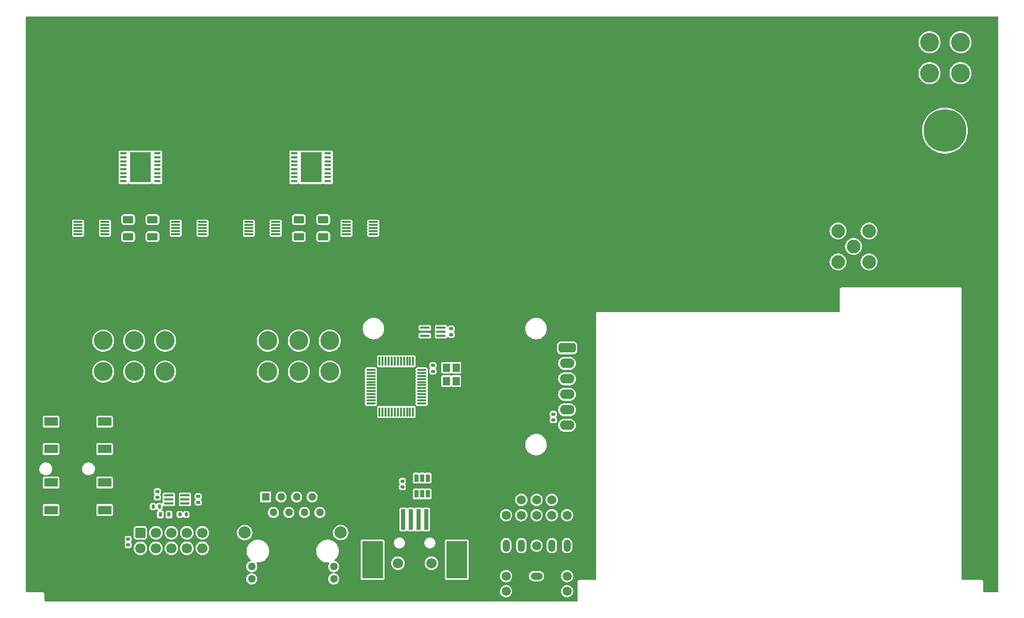
<source format=gbr>
%TF.GenerationSoftware,KiCad,Pcbnew,6.0.1-79c1e3a40b~116~ubuntu18.04.1*%
%TF.CreationDate,2022-01-20T05:24:45+01:00*%
%TF.ProjectId,ss_mb_mockup,73735f6d-625f-46d6-9f63-6b75702e6b69,Rev0.1*%
%TF.SameCoordinates,PX42c1d80PY93d1cc0*%
%TF.FileFunction,Copper,L4,Bot*%
%TF.FilePolarity,Positive*%
%FSLAX46Y46*%
G04 Gerber Fmt 4.6, Leading zero omitted, Abs format (unit mm)*
G04 Created by KiCad (PCBNEW 6.0.1-79c1e3a40b~116~ubuntu18.04.1) date 2022-01-20 05:24:45*
%MOMM*%
%LPD*%
G01*
G04 APERTURE LIST*
G04 Aperture macros list*
%AMRoundRect*
0 Rectangle with rounded corners*
0 $1 Rounding radius*
0 $2 $3 $4 $5 $6 $7 $8 $9 X,Y pos of 4 corners*
0 Add a 4 corners polygon primitive as box body*
4,1,4,$2,$3,$4,$5,$6,$7,$8,$9,$2,$3,0*
0 Add four circle primitives for the rounded corners*
1,1,$1+$1,$2,$3*
1,1,$1+$1,$4,$5*
1,1,$1+$1,$6,$7*
1,1,$1+$1,$8,$9*
0 Add four rect primitives between the rounded corners*
20,1,$1+$1,$2,$3,$4,$5,0*
20,1,$1+$1,$4,$5,$6,$7,0*
20,1,$1+$1,$6,$7,$8,$9,0*
20,1,$1+$1,$8,$9,$2,$3,0*%
G04 Aperture macros list end*
%TA.AperFunction,ComponentPad*%
%ADD10C,0.800000*%
%TD*%
%TA.AperFunction,ComponentPad*%
%ADD11C,7.000000*%
%TD*%
%TA.AperFunction,SMDPad,CuDef*%
%ADD12RoundRect,0.140000X-0.170000X0.140000X-0.170000X-0.140000X0.170000X-0.140000X0.170000X0.140000X0*%
%TD*%
%TA.AperFunction,ComponentPad*%
%ADD13R,1.300000X1.300000*%
%TD*%
%TA.AperFunction,ComponentPad*%
%ADD14C,1.300000*%
%TD*%
%TA.AperFunction,ComponentPad*%
%ADD15C,2.000000*%
%TD*%
%TA.AperFunction,SMDPad,CuDef*%
%ADD16RoundRect,0.250000X-0.625000X0.375000X-0.625000X-0.375000X0.625000X-0.375000X0.625000X0.375000X0*%
%TD*%
%TA.AperFunction,SMDPad,CuDef*%
%ADD17RoundRect,0.250000X0.625000X-0.375000X0.625000X0.375000X-0.625000X0.375000X-0.625000X-0.375000X0*%
%TD*%
%TA.AperFunction,SMDPad,CuDef*%
%ADD18R,2.200000X1.400000*%
%TD*%
%TA.AperFunction,SMDPad,CuDef*%
%ADD19RoundRect,0.075000X0.075000X-0.662500X0.075000X0.662500X-0.075000X0.662500X-0.075000X-0.662500X0*%
%TD*%
%TA.AperFunction,SMDPad,CuDef*%
%ADD20RoundRect,0.075000X0.662500X-0.075000X0.662500X0.075000X-0.662500X0.075000X-0.662500X-0.075000X0*%
%TD*%
%TA.AperFunction,SMDPad,CuDef*%
%ADD21R,1.500000X0.400000*%
%TD*%
%TA.AperFunction,SMDPad,CuDef*%
%ADD22R,0.650000X1.220000*%
%TD*%
%TA.AperFunction,SMDPad,CuDef*%
%ADD23RoundRect,0.075000X-0.650000X-0.075000X0.650000X-0.075000X0.650000X0.075000X-0.650000X0.075000X0*%
%TD*%
%TA.AperFunction,SMDPad,CuDef*%
%ADD24RoundRect,0.075000X0.650000X0.075000X-0.650000X0.075000X-0.650000X-0.075000X0.650000X-0.075000X0*%
%TD*%
%TA.AperFunction,SMDPad,CuDef*%
%ADD25R,1.150000X1.400000*%
%TD*%
%TA.AperFunction,ComponentPad*%
%ADD26C,1.700000*%
%TD*%
%TA.AperFunction,SMDPad,CuDef*%
%ADD27R,0.700000X3.400000*%
%TD*%
%TA.AperFunction,SMDPad,CuDef*%
%ADD28R,3.400000X6.100000*%
%TD*%
%TA.AperFunction,ComponentPad*%
%ADD29RoundRect,0.250000X-0.600000X0.600000X-0.600000X-0.600000X0.600000X-0.600000X0.600000X0.600000X0*%
%TD*%
%TA.AperFunction,SMDPad,CuDef*%
%ADD30RoundRect,0.135000X-0.185000X0.135000X-0.185000X-0.135000X0.185000X-0.135000X0.185000X0.135000X0*%
%TD*%
%TA.AperFunction,SMDPad,CuDef*%
%ADD31R,0.600000X0.700000*%
%TD*%
%TA.AperFunction,ComponentPad*%
%ADD32C,3.100000*%
%TD*%
%TA.AperFunction,ComponentPad*%
%ADD33C,1.500000*%
%TD*%
%TA.AperFunction,ComponentPad*%
%ADD34RoundRect,0.600000X-0.400000X0.000000X0.400000X0.000000X0.400000X0.000000X-0.400000X0.000000X0*%
%TD*%
%TA.AperFunction,ComponentPad*%
%ADD35RoundRect,0.600000X0.000000X-0.400000X0.000000X0.400000X0.000000X0.400000X0.000000X-0.400000X0*%
%TD*%
%TA.AperFunction,ComponentPad*%
%ADD36C,2.250000*%
%TD*%
%TA.AperFunction,SMDPad,CuDef*%
%ADD37RoundRect,0.135000X0.135000X0.185000X-0.135000X0.185000X-0.135000X-0.185000X0.135000X-0.185000X0*%
%TD*%
%TA.AperFunction,SMDPad,CuDef*%
%ADD38RoundRect,0.140000X0.170000X-0.140000X0.170000X0.140000X-0.170000X0.140000X-0.170000X-0.140000X0*%
%TD*%
%TA.AperFunction,SMDPad,CuDef*%
%ADD39RoundRect,0.147500X-0.172500X0.147500X-0.172500X-0.147500X0.172500X-0.147500X0.172500X0.147500X0*%
%TD*%
%TA.AperFunction,SMDPad,CuDef*%
%ADD40R,1.050000X0.450000*%
%TD*%
%TA.AperFunction,ComponentPad*%
%ADD41C,0.600000*%
%TD*%
%TA.AperFunction,SMDPad,CuDef*%
%ADD42R,3.400000X5.000000*%
%TD*%
%TA.AperFunction,ComponentPad*%
%ADD43RoundRect,0.400000X1.000000X0.400000X-1.000000X0.400000X-1.000000X-0.400000X1.000000X-0.400000X0*%
%TD*%
%TA.AperFunction,ComponentPad*%
%ADD44O,2.400000X1.600000*%
%TD*%
%TA.AperFunction,SMDPad,CuDef*%
%ADD45RoundRect,0.135000X-0.135000X-0.185000X0.135000X-0.185000X0.135000X0.185000X-0.135000X0.185000X0*%
%TD*%
G04 APERTURE END LIST*
D10*
%TO.P,H301,1,1*%
%TO.N,PE*%
X152856155Y-20856155D03*
X151000000Y-21625000D03*
X152856155Y-17143845D03*
D11*
X151000000Y-19000000D03*
D10*
X149143845Y-17143845D03*
X151000000Y-16375000D03*
X148375000Y-19000000D03*
X153625000Y-19000000D03*
X149143845Y-20856155D03*
%TD*%
D12*
%TO.P,C210,1*%
%TO.N,VCC*%
X70000000Y-51520000D03*
%TO.P,C210,2*%
%TO.N,AGND*%
X70000000Y-52480000D03*
%TD*%
%TO.P,C1010,1*%
%TO.N,AGND*%
X21800000Y-78220000D03*
%TO.P,C1010,2*%
%TO.N,VCC*%
X21800000Y-79180000D03*
%TD*%
D13*
%TO.P,J201,1,TD+*%
%TO.N,/Ethernet/TXP*%
X39560000Y-79110000D03*
D14*
%TO.P,J201,2,TD-*%
%TO.N,/Ethernet/TXN*%
X40830000Y-81650000D03*
%TO.P,J201,3,RD+*%
%TO.N,/Ethernet/RXP*%
X42100000Y-79110000D03*
%TO.P,J201,4,CTD*%
%TO.N,Net-(C206-Pad1)*%
X43370000Y-81650000D03*
%TO.P,J201,5,CRD*%
%TO.N,Net-(C207-Pad1)*%
X44640000Y-79110000D03*
%TO.P,J201,6,RD-*%
%TO.N,/Ethernet/RXN*%
X45910000Y-81650000D03*
%TO.P,J201,7*%
%TO.N,N/C*%
X47180000Y-79110000D03*
%TO.P,J201,8,GND*%
%TO.N,GNDPWR*%
X48450000Y-81650000D03*
%TO.P,J201,9,LGrA*%
%TO.N,Net-(J201-Pad9)*%
X37275000Y-90540000D03*
%TO.P,J201,10,LYwA*%
%TO.N,/Ethernet/LED2_10M_LINK_ACT*%
X37275000Y-92570000D03*
%TO.P,J201,11,RGrA*%
%TO.N,/Ethernet/LED0_LINK*%
X50725000Y-90540000D03*
%TO.P,J201,12,RYwA*%
%TO.N,Net-(J201-Pad12)*%
X50725000Y-92570000D03*
D15*
%TO.P,J201,13,SHIELD*%
%TO.N,GNDPWR*%
X36125000Y-84950000D03*
%TO.P,J201,14,SHIELD*%
X51875000Y-84950000D03*
%TD*%
D16*
%TO.P,R1212,1*%
%TO.N,/Weller contol/Channel A/HEATER_2*%
X17000000Y-33600000D03*
%TO.P,R1212,2*%
%TO.N,/Weller contol/Channel A/Vout2*%
X17000000Y-36400000D03*
%TD*%
D17*
%TO.P,R1505,1*%
%TO.N,/Weller contol/Channel B/HEATER_1*%
X49000000Y-36400000D03*
%TO.P,R1505,2*%
%TO.N,/Weller contol/Channel B/Vout1*%
X49000000Y-33600000D03*
%TD*%
D16*
%TO.P,R1512,1*%
%TO.N,/Weller contol/Channel B/HEATER_2*%
X45000000Y-33600000D03*
%TO.P,R1512,2*%
%TO.N,/Weller contol/Channel B/Vout2*%
X45000000Y-36400000D03*
%TD*%
D18*
%TO.P,SW2001,1,1*%
%TO.N,AGND*%
X4340000Y-76750000D03*
%TO.P,SW2001,2,2*%
X13140000Y-76750000D03*
%TO.P,SW2001,3,3*%
%TO.N,~{EXT_RSTn}*%
X4340000Y-81250000D03*
%TO.P,SW2001,4,4*%
X13140000Y-81250000D03*
%TD*%
D19*
%TO.P,U201,1,COL/RMII*%
%TO.N,/Ethernet/RMII*%
X63750000Y-65162500D03*
%TO.P,U201,2,TXEN*%
%TO.N,RMII_TX_EN*%
X63250000Y-65162500D03*
%TO.P,U201,3,TXD3*%
%TO.N,unconnected-(U201-Pad3)*%
X62750000Y-65162500D03*
%TO.P,U201,4,TXD2*%
%TO.N,unconnected-(U201-Pad4)*%
X62250000Y-65162500D03*
%TO.P,U201,5,TXD1*%
%TO.N,RMII_TX_D1*%
X61750000Y-65162500D03*
%TO.P,U201,6,TXD0*%
%TO.N,RMII_TX_D0*%
X61250000Y-65162500D03*
%TO.P,U201,7,TXCLK/50M_CLKI*%
%TO.N,RMII_REF_CLK*%
X60750000Y-65162500D03*
%TO.P,U201,8,REGOUT*%
%TO.N,Net-(C214-Pad1)*%
X60250000Y-65162500D03*
%TO.P,U201,9,LED0/PHY_AD0*%
%TO.N,/Ethernet/LED0_LINK*%
X59750000Y-65162500D03*
%TO.P,U201,10,LED1/PHY_AD1*%
%TO.N,/Ethernet/LED1_DUPLEX*%
X59250000Y-65162500D03*
%TO.P,U201,11,DGND*%
%TO.N,AGND*%
X58750000Y-65162500D03*
%TO.P,U201,12,LED2/PHY_AD2*%
%TO.N,/Ethernet/LED2_10M_LINK_ACT*%
X58250000Y-65162500D03*
D20*
%TO.P,U201,13,LED3/PHY_AD3*%
%TO.N,/Ethernet/LED3_100M_LINK_ACT*%
X56837500Y-63750000D03*
%TO.P,U201,14,VDDIO*%
%TO.N,VCC*%
X56837500Y-63250000D03*
%TO.P,U201,15,NC*%
%TO.N,unconnected-(U201-Pad15)*%
X56837500Y-62750000D03*
%TO.P,U201,16,RXCLK/50M_CLKO*%
%TO.N,/Ethernet/50M_CLKO*%
X56837500Y-62250000D03*
%TO.P,U201,17,DGND*%
%TO.N,AGND*%
X56837500Y-61750000D03*
%TO.P,U201,18,RXD3*%
%TO.N,unconnected-(U201-Pad18)*%
X56837500Y-61250000D03*
%TO.P,U201,19,RXD2*%
%TO.N,unconnected-(U201-Pad19)*%
X56837500Y-60750000D03*
%TO.P,U201,20,RXD1*%
%TO.N,RMII_RX_D1*%
X56837500Y-60250000D03*
%TO.P,U201,21,RXD0*%
%TO.N,RMII_RX_D0*%
X56837500Y-59750000D03*
%TO.P,U201,22,RXDV/CRS_DV/FX_HEN*%
%TO.N,RMII_CRS_DV*%
X56837500Y-59250000D03*
%TO.P,U201,23,CRS/LEDMOD*%
%TO.N,Net-(R212-Pad1)*%
X56837500Y-58750000D03*
%TO.P,U201,24,RXERR*%
%TO.N,unconnected-(U201-Pad24)*%
X56837500Y-58250000D03*
D19*
%TO.P,U201,25,MDC*%
%TO.N,ETH_MDC*%
X58250000Y-56837500D03*
%TO.P,U201,26,MDIO*%
%TO.N,ETH_MDIO*%
X58750000Y-56837500D03*
%TO.P,U201,27,TEST_ON*%
%TO.N,AGND*%
X59250000Y-56837500D03*
%TO.P,U201,28,ISET*%
%TO.N,Net-(R213-Pad2)*%
X59750000Y-56837500D03*
%TO.P,U201,29,AGND1V*%
%TO.N,AGND*%
X60250000Y-56837500D03*
%TO.P,U201,30,MDI_RN*%
%TO.N,/Ethernet/RXN*%
X60750000Y-56837500D03*
%TO.P,U201,31,MDI_RP*%
%TO.N,/Ethernet/RXP*%
X61250000Y-56837500D03*
%TO.P,U201,32,NC*%
%TO.N,unconnected-(U201-Pad32)*%
X61750000Y-56837500D03*
%TO.P,U201,33,MDI_TN*%
%TO.N,/Ethernet/TXN*%
X62250000Y-56837500D03*
%TO.P,U201,34,MDI_TP*%
%TO.N,/Ethernet/TXP*%
X62750000Y-56837500D03*
%TO.P,U201,35,AGND33*%
%TO.N,AGND*%
X63250000Y-56837500D03*
%TO.P,U201,36,AVDD33*%
%TO.N,Net-(C212-Pad1)*%
X63750000Y-56837500D03*
D20*
%TO.P,U201,37,NC*%
%TO.N,unconnected-(U201-Pad37)*%
X65162500Y-58250000D03*
%TO.P,U201,38,NC*%
%TO.N,unconnected-(U201-Pad38)*%
X65162500Y-58750000D03*
%TO.P,U201,39,NC*%
%TO.N,unconnected-(U201-Pad39)*%
X65162500Y-59250000D03*
%TO.P,U201,40,NC*%
%TO.N,unconnected-(U201-Pad40)*%
X65162500Y-59750000D03*
%TO.P,U201,41,NC*%
%TO.N,unconnected-(U201-Pad41)*%
X65162500Y-60250000D03*
%TO.P,U201,42,RESET_N*%
%TO.N,~{SYS_RSTn}*%
X65162500Y-60750000D03*
%TO.P,U201,43,TXER/FXSD*%
%TO.N,unconnected-(U201-Pad43)*%
X65162500Y-61250000D03*
%TO.P,U201,44,NC*%
%TO.N,unconnected-(U201-Pad44)*%
X65162500Y-61750000D03*
%TO.P,U201,45,DGND*%
%TO.N,AGND*%
X65162500Y-62250000D03*
%TO.P,U201,46,X1*%
%TO.N,Net-(C209-Pad2)*%
X65162500Y-62750000D03*
%TO.P,U201,47,X2*%
%TO.N,Net-(R210-Pad2)*%
X65162500Y-63250000D03*
%TO.P,U201,48,INTR*%
%TO.N,~{PHY_IRQn}*%
X65162500Y-63750000D03*
%TD*%
D21*
%TO.P,U202,1*%
%TO.N,VCC*%
X68330000Y-51350000D03*
%TO.P,U202,2*%
%TO.N,/Ethernet/50M_CLKO*%
X68330000Y-52000000D03*
%TO.P,U202,3,GND*%
%TO.N,AGND*%
X68330000Y-52650000D03*
%TO.P,U202,4*%
%TO.N,RMII_REF_CLK*%
X65670000Y-52650000D03*
%TO.P,U202,5,VCC*%
%TO.N,VCC*%
X65670000Y-51350000D03*
%TD*%
D22*
%TO.P,U1001,1,IO1*%
%TO.N,USB1_DM*%
X64300000Y-76000000D03*
%TO.P,U1001,2,GND*%
%TO.N,AGND*%
X65250000Y-76000000D03*
%TO.P,U1001,3,IO2*%
%TO.N,USB1_DP*%
X66200000Y-76000000D03*
%TO.P,U1001,4,IO2*%
%TO.N,Net-(J1006-Pad3)*%
X66200000Y-78620000D03*
%TO.P,U1001,5,VBUS*%
%TO.N,VBUS*%
X65250000Y-78620000D03*
%TO.P,U1001,6,IO1*%
%TO.N,Net-(J1006-Pad2)*%
X64300000Y-78620000D03*
%TD*%
D23*
%TO.P,U1202,1,A1*%
%TO.N,GND*%
X24800000Y-36000000D03*
%TO.P,U1202,2,A0*%
X24800000Y-35500000D03*
%TO.P,U1202,3,~{Alert}*%
%TO.N,/Weller contol/Channel A/~{OC_ERR_1}*%
X24800000Y-35000000D03*
%TO.P,U1202,4,SDA*%
%TO.N,I2C1_SDA*%
X24800000Y-34500000D03*
%TO.P,U1202,5,SCL*%
%TO.N,I2C1_SCL*%
X24800000Y-34000000D03*
%TO.P,U1202,6,VS*%
%TO.N,VCC*%
X29200000Y-34000000D03*
%TO.P,U1202,7,GND*%
%TO.N,AGND*%
X29200000Y-34500000D03*
%TO.P,U1202,8,Vbus*%
%TO.N,+12V*%
X29200000Y-35000000D03*
%TO.P,U1202,9,Vin-*%
%TO.N,/Weller contol/Channel A/Vout1*%
X29200000Y-35500000D03*
%TO.P,U1202,10,Vin+*%
%TO.N,/Weller contol/Channel A/HEATER_1*%
X29200000Y-36000000D03*
%TD*%
D24*
%TO.P,U1204,1,A1*%
%TO.N,GND*%
X13200000Y-34000000D03*
%TO.P,U1204,2,A0*%
%TO.N,VCC*%
X13200000Y-34500000D03*
%TO.P,U1204,3,~{Alert}*%
%TO.N,/Weller contol/Channel A/~{OC_ERR_2}*%
X13200000Y-35000000D03*
%TO.P,U1204,4,SDA*%
%TO.N,I2C1_SDA*%
X13200000Y-35500000D03*
%TO.P,U1204,5,SCL*%
%TO.N,I2C1_SCL*%
X13200000Y-36000000D03*
%TO.P,U1204,6,VS*%
%TO.N,VCC*%
X8800000Y-36000000D03*
%TO.P,U1204,7,GND*%
%TO.N,AGND*%
X8800000Y-35500000D03*
%TO.P,U1204,8,Vbus*%
%TO.N,+12V*%
X8800000Y-35000000D03*
%TO.P,U1204,9,Vin-*%
%TO.N,/Weller contol/Channel A/Vout2*%
X8800000Y-34500000D03*
%TO.P,U1204,10,Vin+*%
%TO.N,/Weller contol/Channel A/HEATER_2*%
X8800000Y-34000000D03*
%TD*%
D23*
%TO.P,U1502,1,A1*%
%TO.N,VCC*%
X52800000Y-36000000D03*
%TO.P,U1502,2,A0*%
%TO.N,GND*%
X52800000Y-35500000D03*
%TO.P,U1502,3,~{Alert}*%
%TO.N,/Weller contol/Channel B/~{OC_ERR_1}*%
X52800000Y-35000000D03*
%TO.P,U1502,4,SDA*%
%TO.N,I2C1_SDA*%
X52800000Y-34500000D03*
%TO.P,U1502,5,SCL*%
%TO.N,I2C1_SCL*%
X52800000Y-34000000D03*
%TO.P,U1502,6,VS*%
%TO.N,VCC*%
X57200000Y-34000000D03*
%TO.P,U1502,7,GND*%
%TO.N,AGND*%
X57200000Y-34500000D03*
%TO.P,U1502,8,Vbus*%
%TO.N,+12V*%
X57200000Y-35000000D03*
%TO.P,U1502,9,Vin-*%
%TO.N,/Weller contol/Channel B/Vout1*%
X57200000Y-35500000D03*
%TO.P,U1502,10,Vin+*%
%TO.N,/Weller contol/Channel B/HEATER_1*%
X57200000Y-36000000D03*
%TD*%
D24*
%TO.P,U1504,1,A1*%
%TO.N,VCC*%
X41200000Y-34000000D03*
%TO.P,U1504,2,A0*%
X41200000Y-34500000D03*
%TO.P,U1504,3,~{Alert}*%
%TO.N,/Weller contol/Channel B/~{OC_ERR_2}*%
X41200000Y-35000000D03*
%TO.P,U1504,4,SDA*%
%TO.N,I2C1_SDA*%
X41200000Y-35500000D03*
%TO.P,U1504,5,SCL*%
%TO.N,I2C1_SCL*%
X41200000Y-36000000D03*
%TO.P,U1504,6,VS*%
%TO.N,VCC*%
X36800000Y-36000000D03*
%TO.P,U1504,7,GND*%
%TO.N,AGND*%
X36800000Y-35500000D03*
%TO.P,U1504,8,Vbus*%
%TO.N,+12V*%
X36800000Y-35000000D03*
%TO.P,U1504,9,Vin-*%
%TO.N,/Weller contol/Channel B/Vout2*%
X36800000Y-34500000D03*
%TO.P,U1504,10,Vin+*%
%TO.N,/Weller contol/Channel B/HEATER_2*%
X36800000Y-34000000D03*
%TD*%
D25*
%TO.P,Y201,1,1*%
%TO.N,Net-(C208-Pad2)*%
X70800000Y-57900000D03*
%TO.P,Y201,2,2*%
%TO.N,AGND*%
X70800000Y-60100000D03*
%TO.P,Y201,3,3*%
%TO.N,Net-(C209-Pad2)*%
X69200000Y-60100000D03*
%TO.P,Y201,4,4*%
%TO.N,AGND*%
X69200000Y-57900000D03*
%TD*%
D26*
%TO.P,J1006,0,guidepins*%
%TO.N,unconnected-(J1006-Pad0)*%
X66750000Y-90000000D03*
X61250000Y-90000000D03*
D27*
%TO.P,J1006,1,VBUS*%
%TO.N,VBUS*%
X62125000Y-82800000D03*
%TO.P,J1006,2,D-*%
%TO.N,Net-(J1006-Pad2)*%
X64625000Y-82800000D03*
%TO.P,J1006,3,D+*%
%TO.N,Net-(J1006-Pad3)*%
X65875000Y-82800000D03*
%TO.P,J1006,4,GND*%
%TO.N,AGND*%
X63375000Y-82800000D03*
D28*
%TO.P,J1006,S1,Shield*%
X57080000Y-89420000D03*
%TO.P,J1006,S2,Shield*%
X70920000Y-89420000D03*
%TD*%
D29*
%TO.P,J1007,1,Pin_1*%
%TO.N,VCC*%
X19000000Y-85000000D03*
D26*
%TO.P,J1007,2,Pin_2*%
%TO.N,AGND*%
X19000000Y-87540000D03*
%TO.P,J1007,3,Pin_3*%
%TO.N,MCU_BOOT0*%
X21540000Y-85000000D03*
%TO.P,J1007,4,Pin_4*%
%TO.N,SWCLK*%
X21540000Y-87540000D03*
%TO.P,J1007,5,Pin_5*%
%TO.N,Net-(D1004-Pad1)*%
X24080000Y-85000000D03*
%TO.P,J1007,6,Pin_6*%
%TO.N,DBGLEDn*%
X24080000Y-87540000D03*
%TO.P,J1007,7,Pin_7*%
%TO.N,Net-(J1007-Pad7)*%
X26620000Y-85000000D03*
%TO.P,J1007,8,Pin_8*%
%TO.N,SWDIO*%
X26620000Y-87540000D03*
%TO.P,J1007,9,Pin_9*%
%TO.N,~{EXT_RSTn}*%
X29160000Y-85000000D03*
%TO.P,J1007,10,Pin_10*%
%TO.N,AGND*%
X29160000Y-87540000D03*
%TD*%
D30*
%TO.P,R1007,1*%
%TO.N,DBGUART_RX*%
X28500000Y-78990000D03*
%TO.P,R1007,2*%
%TO.N,Net-(R1007-Pad2)*%
X28500000Y-80010000D03*
%TD*%
D31*
%TO.P,D1004,1,C*%
%TO.N,Net-(D1004-Pad1)*%
X23700000Y-82000000D03*
%TO.P,D1004,2,A*%
%TO.N,AGND*%
X22300000Y-82000000D03*
%TD*%
D32*
%TO.P,J303,1,Pin_1*%
%TO.N,PE*%
X148460000Y-9540000D03*
X153540000Y-9540000D03*
%TO.P,J303,2,Pin_2*%
X153540000Y-4460000D03*
X148460000Y-4460000D03*
%TD*%
D33*
%TO.P,J1001,0,guidepins*%
%TO.N,unconnected-(J1001-Pad0)*%
X84000000Y-87100000D03*
X79000000Y-82100000D03*
X89000000Y-94600000D03*
X79000000Y-92100000D03*
X89000000Y-82100000D03*
X79000000Y-94600000D03*
X89000000Y-92100000D03*
D34*
%TO.P,J1001,1,sleeve*%
%TO.N,AGND*%
X84000000Y-92100000D03*
D35*
%TO.P,J1001,2,tip*%
%TO.N,/Rear panel connections/L_ch_out*%
X79000000Y-87100000D03*
%TO.P,J1001,3,ring*%
%TO.N,/Rear panel connections/R_ch_out*%
X89000000Y-87100000D03*
D33*
%TO.P,J1001,4,nc_a*%
%TO.N,/Rear panel connections/R_int*%
X86500000Y-82100000D03*
%TO.P,J1001,5,a*%
%TO.N,/Rear panel connections/R_ch*%
X84000000Y-82100000D03*
%TO.P,J1001,6,no_a*%
%TO.N,Net-(J1001-Pad6)*%
X81500000Y-82100000D03*
%TO.P,J1001,7,nc_b*%
%TO.N,/Rear panel connections/L_int*%
X86500000Y-79600000D03*
%TO.P,J1001,8,b*%
%TO.N,/Rear panel connections/L_ch*%
X84000000Y-79600000D03*
%TO.P,J1001,9,no_b*%
%TO.N,Net-(J1001-Pad9)*%
X81500000Y-79600000D03*
D35*
%TO.P,J1001,10,tip_sw*%
%TO.N,unconnected-(J1001-Pad10)*%
X81500000Y-87100000D03*
%TO.P,J1001,11,ring_sw*%
%TO.N,unconnected-(J1001-Pad11)*%
X86500000Y-87100000D03*
%TD*%
D32*
%TO.P,J1002,1,Pin_1*%
%TO.N,/Weller contol/Channel A/HEATER_1*%
X12920000Y-58540000D03*
X12920000Y-53460000D03*
%TO.P,J1002,2,Pin_2*%
%TO.N,AGND*%
X18000000Y-58540000D03*
X18000000Y-53460000D03*
%TO.P,J1002,3,Pin_3*%
%TO.N,/Weller contol/Channel A/HEATER_2*%
X23080000Y-58540000D03*
X23080000Y-53460000D03*
%TD*%
%TO.P,J1003,1,Pin_1*%
%TO.N,/Weller contol/Channel B/HEATER_1*%
X39920000Y-58540000D03*
X39920000Y-53460000D03*
%TO.P,J1003,2,Pin_2*%
%TO.N,AGND*%
X45000000Y-58540000D03*
X45000000Y-53460000D03*
%TO.P,J1003,3,Pin_3*%
%TO.N,/Weller contol/Channel B/HEATER_2*%
X50080000Y-53460000D03*
X50080000Y-58540000D03*
%TD*%
D36*
%TO.P,J2203,1,In*%
%TO.N,Net-(J2203-Pad1)*%
X136000000Y-38000000D03*
%TO.P,J2203,2,Ext*%
%TO.N,AGND*%
X138540000Y-40540000D03*
X133460000Y-35460000D03*
X138540000Y-35460000D03*
X133460000Y-40540000D03*
%TD*%
D17*
%TO.P,R1205,1*%
%TO.N,/Weller contol/Channel A/HEATER_1*%
X21000000Y-36400000D03*
%TO.P,R1205,2*%
%TO.N,/Weller contol/Channel A/Vout1*%
X21000000Y-33600000D03*
%TD*%
D37*
%TO.P,R1008,1*%
%TO.N,Net-(J1007-Pad7)*%
X26510000Y-82000000D03*
%TO.P,R1008,2*%
%TO.N,Net-(R1008-Pad2)*%
X25490000Y-82000000D03*
%TD*%
D21*
%TO.P,U1002,1*%
%TO.N,Net-(D1004-Pad1)*%
X23670000Y-80150000D03*
%TO.P,U1002,2,GND*%
%TO.N,VCC*%
X23670000Y-79500000D03*
%TO.P,U1002,3*%
%TO.N,DBGUART_TX*%
X23670000Y-78850000D03*
%TO.P,U1002,4*%
%TO.N,Net-(R1008-Pad2)*%
X26330000Y-78850000D03*
%TO.P,U1002,5,VCC*%
%TO.N,AGND*%
X26330000Y-79500000D03*
%TO.P,U1002,6*%
%TO.N,Net-(R1007-Pad2)*%
X26330000Y-80150000D03*
%TD*%
D12*
%TO.P,C1004,1*%
%TO.N,AGND*%
X62000000Y-76520000D03*
%TO.P,C1004,2*%
%TO.N,VBUS*%
X62000000Y-77480000D03*
%TD*%
D38*
%TO.P,C1008,1*%
%TO.N,AGND*%
X17000000Y-86980000D03*
%TO.P,C1008,2*%
%TO.N,VCC*%
X17000000Y-86020000D03*
%TD*%
D39*
%TO.P,R210,1*%
%TO.N,Net-(C208-Pad2)*%
X67000000Y-57515000D03*
%TO.P,R210,2*%
%TO.N,Net-(R210-Pad2)*%
X67000000Y-58485000D03*
%TD*%
D40*
%TO.P,U1503,1,GND*%
%TO.N,AGND*%
X49775000Y-22725000D03*
%TO.P,U1503,2,SNS*%
%TO.N,Net-(R1518-Pad1)*%
X49775000Y-23375000D03*
%TO.P,U1503,3,LATCH*%
%TO.N,PWRDRV_ENABLE*%
X49775000Y-24025000D03*
%TO.P,U1503,4,EN1*%
%TO.N,/Weller contol/Channel B/HT1_EN*%
X49775000Y-24675000D03*
%TO.P,U1503,5,ILIM1*%
%TO.N,Net-(R1513-Pad2)*%
X49775000Y-25325000D03*
%TO.P,U1503,6,VOUT1*%
%TO.N,/Weller contol/Channel B/Vout1*%
X49775000Y-25975000D03*
%TO.P,U1503,7,VOUT1*%
X49775000Y-26625000D03*
%TO.P,U1503,8,VOUT1*%
X49775000Y-27275000D03*
%TO.P,U1503,9,VOUT2*%
%TO.N,/Weller contol/Channel B/Vout2*%
X44225000Y-27275000D03*
%TO.P,U1503,10,VOUT2*%
X44225000Y-26625000D03*
%TO.P,U1503,11,VOUT2*%
X44225000Y-25975000D03*
%TO.P,U1503,12,ILIM2*%
%TO.N,Net-(R1515-Pad1)*%
X44225000Y-25325000D03*
%TO.P,U1503,13,EN2*%
%TO.N,/Weller contol/Channel B/HT2_EN*%
X44225000Y-24675000D03*
%TO.P,U1503,14,SEL1*%
%TO.N,Net-(R1509-Pad1)*%
X44225000Y-24025000D03*
%TO.P,U1503,15,SEL2*%
%TO.N,Net-(R1510-Pad1)*%
X44225000Y-23375000D03*
%TO.P,U1503,16,DIA_EN*%
%TO.N,Net-(R1508-Pad1)*%
X44225000Y-22725000D03*
D41*
%TO.P,U1503,17,VBB*%
%TO.N,+12V*%
X47000000Y-22800000D03*
X47000000Y-26100000D03*
X48100000Y-23900000D03*
X45900000Y-23900000D03*
D42*
X47000000Y-25000000D03*
D41*
X47000000Y-25000000D03*
X48100000Y-27200000D03*
X45900000Y-25000000D03*
X47000000Y-27200000D03*
X45900000Y-27200000D03*
X47000000Y-23900000D03*
X48100000Y-26100000D03*
X48100000Y-25000000D03*
X45900000Y-22800000D03*
X45900000Y-26100000D03*
X48100000Y-22800000D03*
%TD*%
D40*
%TO.P,U1203,1,GND*%
%TO.N,AGND*%
X21775000Y-22725000D03*
%TO.P,U1203,2,SNS*%
%TO.N,Net-(R1218-Pad1)*%
X21775000Y-23375000D03*
%TO.P,U1203,3,LATCH*%
%TO.N,PWRDRV_ENABLE*%
X21775000Y-24025000D03*
%TO.P,U1203,4,EN1*%
%TO.N,/Weller contol/Channel A/HT1_EN*%
X21775000Y-24675000D03*
%TO.P,U1203,5,ILIM1*%
%TO.N,Net-(R1213-Pad2)*%
X21775000Y-25325000D03*
%TO.P,U1203,6,VOUT1*%
%TO.N,/Weller contol/Channel A/Vout1*%
X21775000Y-25975000D03*
%TO.P,U1203,7,VOUT1*%
X21775000Y-26625000D03*
%TO.P,U1203,8,VOUT1*%
X21775000Y-27275000D03*
%TO.P,U1203,9,VOUT2*%
%TO.N,/Weller contol/Channel A/Vout2*%
X16225000Y-27275000D03*
%TO.P,U1203,10,VOUT2*%
X16225000Y-26625000D03*
%TO.P,U1203,11,VOUT2*%
X16225000Y-25975000D03*
%TO.P,U1203,12,ILIM2*%
%TO.N,Net-(R1215-Pad1)*%
X16225000Y-25325000D03*
%TO.P,U1203,13,EN2*%
%TO.N,/Weller contol/Channel A/HT2_EN*%
X16225000Y-24675000D03*
%TO.P,U1203,14,SEL1*%
%TO.N,Net-(R1209-Pad1)*%
X16225000Y-24025000D03*
%TO.P,U1203,15,SEL2*%
%TO.N,Net-(R1210-Pad1)*%
X16225000Y-23375000D03*
%TO.P,U1203,16,DIA_EN*%
%TO.N,Net-(R1208-Pad1)*%
X16225000Y-22725000D03*
D41*
%TO.P,U1203,17,VBB*%
%TO.N,+12V*%
X17900000Y-22800000D03*
X17900000Y-25000000D03*
X19000000Y-26100000D03*
X17900000Y-26100000D03*
X20100000Y-27200000D03*
X20100000Y-25000000D03*
X20100000Y-23900000D03*
X19000000Y-25000000D03*
X20100000Y-22800000D03*
X20100000Y-26100000D03*
X19000000Y-27200000D03*
X19000000Y-23900000D03*
X17900000Y-27200000D03*
X17900000Y-23900000D03*
D42*
X19000000Y-25000000D03*
D41*
X19000000Y-22800000D03*
%TD*%
D18*
%TO.P,SW2002,1,1*%
%TO.N,MCU_BOOT0*%
X4340000Y-66750000D03*
%TO.P,SW2002,2,2*%
X13140000Y-66750000D03*
%TO.P,SW2002,3,3*%
%TO.N,VCC*%
X4340000Y-71250000D03*
%TO.P,SW2002,4,4*%
X13140000Y-71250000D03*
%TD*%
D38*
%TO.P,C2101,1*%
%TO.N,AGND*%
X86750000Y-66480000D03*
%TO.P,C2101,2*%
%TO.N,VCC*%
X86750000Y-65520000D03*
%TD*%
D43*
%TO.P,RTC2101,1,32K*%
%TO.N,/STM32F429 MCU/32kHz*%
X89000000Y-54650000D03*
D44*
%TO.P,RTC2101,2,~{INT}/SQW*%
%TO.N,/STM32F429 MCU/~{RTC_INTn}*%
X89000000Y-57190000D03*
%TO.P,RTC2101,3,SCL*%
%TO.N,I2C1_SCL*%
X89000000Y-59730000D03*
%TO.P,RTC2101,4,SDA*%
%TO.N,I2C1_SDA*%
X89000000Y-62270000D03*
%TO.P,RTC2101,5,VCC*%
%TO.N,VCC*%
X89000000Y-64810000D03*
%TO.P,RTC2101,6,GND*%
%TO.N,AGND*%
X89000000Y-67350000D03*
%TD*%
D45*
%TO.P,R1009,1*%
%TO.N,VCC*%
X21090000Y-80700000D03*
%TO.P,R1009,2*%
%TO.N,Net-(D1004-Pad1)*%
X22110000Y-80700000D03*
%TD*%
%TA.AperFunction,NonConductor*%
G36*
X159688121Y-274002D02*
G01*
X159734614Y-327658D01*
X159746000Y-380000D01*
X159746000Y-94620000D01*
X159725998Y-94688121D01*
X159672342Y-94734614D01*
X159620000Y-94746000D01*
X157380000Y-94746000D01*
X157311879Y-94725998D01*
X157265386Y-94672342D01*
X157254000Y-94620000D01*
X157254000Y-93037425D01*
X157256421Y-93012844D01*
X157256555Y-93012170D01*
X157258976Y-93000000D01*
X157249926Y-92954499D01*
X157239263Y-92900894D01*
X157232371Y-92890579D01*
X157232370Y-92890577D01*
X157190017Y-92827192D01*
X157183124Y-92816876D01*
X157099106Y-92760737D01*
X157000000Y-92741024D01*
X156987153Y-92743579D01*
X156962575Y-92746000D01*
X153880000Y-92746000D01*
X153811879Y-92725998D01*
X153765386Y-92672342D01*
X153754000Y-92620000D01*
X153754000Y-45037425D01*
X153756421Y-45012844D01*
X153756555Y-45012170D01*
X153758976Y-45000000D01*
X153739263Y-44900894D01*
X153683124Y-44816876D01*
X153599106Y-44760737D01*
X153525017Y-44746000D01*
X153512172Y-44743445D01*
X153500000Y-44741024D01*
X153487153Y-44743579D01*
X153462575Y-44746000D01*
X134037425Y-44746000D01*
X134012847Y-44743579D01*
X134000000Y-44741024D01*
X133987828Y-44743445D01*
X133974983Y-44746000D01*
X133900894Y-44760737D01*
X133816876Y-44816876D01*
X133760737Y-44900894D01*
X133741024Y-45000000D01*
X133743445Y-45012170D01*
X133743579Y-45012844D01*
X133746000Y-45037425D01*
X133746000Y-48620000D01*
X133725998Y-48688121D01*
X133672342Y-48734614D01*
X133620000Y-48746000D01*
X94037425Y-48746000D01*
X94012847Y-48743579D01*
X94000000Y-48741024D01*
X93987828Y-48743445D01*
X93974983Y-48746000D01*
X93900894Y-48760737D01*
X93816876Y-48816876D01*
X93760737Y-48900894D01*
X93741024Y-49000000D01*
X93743445Y-49012170D01*
X93743579Y-49012844D01*
X93746000Y-49037425D01*
X93746000Y-92620000D01*
X93725998Y-92688121D01*
X93672342Y-92734614D01*
X93620000Y-92746000D01*
X91037425Y-92746000D01*
X91012847Y-92743579D01*
X91000000Y-92741024D01*
X90900894Y-92760737D01*
X90816876Y-92816876D01*
X90760737Y-92900894D01*
X90758317Y-92913063D01*
X90758316Y-92913065D01*
X90755180Y-92928835D01*
X90750075Y-92954499D01*
X90741024Y-93000000D01*
X90743445Y-93012170D01*
X90743579Y-93012844D01*
X90746000Y-93037425D01*
X90746000Y-96120000D01*
X90725998Y-96188121D01*
X90672342Y-96234614D01*
X90620000Y-96246000D01*
X3380000Y-96246000D01*
X3311879Y-96225998D01*
X3265386Y-96172342D01*
X3254000Y-96120000D01*
X3254000Y-95037425D01*
X3256421Y-95012844D01*
X3256555Y-95012170D01*
X3258976Y-95000000D01*
X3239263Y-94900894D01*
X3183124Y-94816876D01*
X3099106Y-94760737D01*
X3025017Y-94746000D01*
X3012172Y-94743445D01*
X3000000Y-94741024D01*
X2987153Y-94743579D01*
X2962575Y-94746000D01*
X380000Y-94746000D01*
X311879Y-94725998D01*
X265386Y-94672342D01*
X254000Y-94620000D01*
X254000Y-94585907D01*
X77990738Y-94585907D01*
X77991254Y-94592051D01*
X78005998Y-94767632D01*
X78007222Y-94782209D01*
X78061521Y-94971570D01*
X78151566Y-95146779D01*
X78155389Y-95151603D01*
X78155392Y-95151607D01*
X78183045Y-95186496D01*
X78273927Y-95301160D01*
X78278620Y-95305154D01*
X78278621Y-95305155D01*
X78303447Y-95326283D01*
X78423945Y-95428835D01*
X78429323Y-95431841D01*
X78429325Y-95431842D01*
X78459019Y-95448437D01*
X78595904Y-95524940D01*
X78783255Y-95585814D01*
X78978862Y-95609139D01*
X78984997Y-95608667D01*
X78984999Y-95608667D01*
X79044801Y-95604065D01*
X79175274Y-95594026D01*
X79365009Y-95541050D01*
X79370513Y-95538270D01*
X79535341Y-95455010D01*
X79535343Y-95455009D01*
X79540842Y-95452231D01*
X79696074Y-95330950D01*
X79700100Y-95326286D01*
X79700103Y-95326283D01*
X79820764Y-95186496D01*
X79820765Y-95186494D01*
X79824793Y-95181828D01*
X79922096Y-95010544D01*
X79984277Y-94823622D01*
X80008966Y-94628183D01*
X80009360Y-94600000D01*
X80007978Y-94585907D01*
X87990738Y-94585907D01*
X87991254Y-94592051D01*
X88005998Y-94767632D01*
X88007222Y-94782209D01*
X88061521Y-94971570D01*
X88151566Y-95146779D01*
X88155389Y-95151603D01*
X88155392Y-95151607D01*
X88183045Y-95186496D01*
X88273927Y-95301160D01*
X88278620Y-95305154D01*
X88278621Y-95305155D01*
X88303447Y-95326283D01*
X88423945Y-95428835D01*
X88429323Y-95431841D01*
X88429325Y-95431842D01*
X88459019Y-95448437D01*
X88595904Y-95524940D01*
X88783255Y-95585814D01*
X88978862Y-95609139D01*
X88984997Y-95608667D01*
X88984999Y-95608667D01*
X89044801Y-95604065D01*
X89175274Y-95594026D01*
X89365009Y-95541050D01*
X89370513Y-95538270D01*
X89535341Y-95455010D01*
X89535343Y-95455009D01*
X89540842Y-95452231D01*
X89696074Y-95330950D01*
X89700100Y-95326286D01*
X89700103Y-95326283D01*
X89820764Y-95186496D01*
X89820765Y-95186494D01*
X89824793Y-95181828D01*
X89922096Y-95010544D01*
X89984277Y-94823622D01*
X90008966Y-94628183D01*
X90009360Y-94600000D01*
X89990137Y-94403948D01*
X89933200Y-94215363D01*
X89840717Y-94041429D01*
X89716212Y-93888770D01*
X89650894Y-93834734D01*
X89569177Y-93767132D01*
X89569174Y-93767130D01*
X89564427Y-93763203D01*
X89391143Y-93669508D01*
X89202960Y-93611256D01*
X89196835Y-93610612D01*
X89196834Y-93610612D01*
X89013176Y-93591309D01*
X89013174Y-93591309D01*
X89007047Y-93590665D01*
X88925018Y-93598130D01*
X88817004Y-93607960D01*
X88817001Y-93607961D01*
X88810865Y-93608519D01*
X88804959Y-93610257D01*
X88804955Y-93610258D01*
X88664775Y-93651516D01*
X88621887Y-93664138D01*
X88616427Y-93666992D01*
X88616428Y-93666992D01*
X88452772Y-93752549D01*
X88452768Y-93752552D01*
X88447312Y-93755404D01*
X88293788Y-93878840D01*
X88167163Y-94029745D01*
X88072262Y-94202371D01*
X88070398Y-94208246D01*
X88070397Y-94208249D01*
X88066269Y-94221263D01*
X88012697Y-94390142D01*
X87990738Y-94585907D01*
X80007978Y-94585907D01*
X79990137Y-94403948D01*
X79933200Y-94215363D01*
X79840717Y-94041429D01*
X79716212Y-93888770D01*
X79650894Y-93834734D01*
X79569177Y-93767132D01*
X79569174Y-93767130D01*
X79564427Y-93763203D01*
X79391143Y-93669508D01*
X79202960Y-93611256D01*
X79196835Y-93610612D01*
X79196834Y-93610612D01*
X79013176Y-93591309D01*
X79013174Y-93591309D01*
X79007047Y-93590665D01*
X78925018Y-93598130D01*
X78817004Y-93607960D01*
X78817001Y-93607961D01*
X78810865Y-93608519D01*
X78804959Y-93610257D01*
X78804955Y-93610258D01*
X78664775Y-93651516D01*
X78621887Y-93664138D01*
X78616427Y-93666992D01*
X78616428Y-93666992D01*
X78452772Y-93752549D01*
X78452768Y-93752552D01*
X78447312Y-93755404D01*
X78293788Y-93878840D01*
X78167163Y-94029745D01*
X78072262Y-94202371D01*
X78070398Y-94208246D01*
X78070397Y-94208249D01*
X78066269Y-94221263D01*
X78012697Y-94390142D01*
X77990738Y-94585907D01*
X254000Y-94585907D01*
X254000Y-92570000D01*
X36365518Y-92570000D01*
X36366208Y-92576565D01*
X36383762Y-92743579D01*
X36385392Y-92759092D01*
X36444147Y-92939920D01*
X36447450Y-92945642D01*
X36447451Y-92945643D01*
X36452564Y-92954499D01*
X36539214Y-93104580D01*
X36666438Y-93245877D01*
X36820259Y-93357635D01*
X36826287Y-93360319D01*
X36826289Y-93360320D01*
X36987924Y-93432284D01*
X36993955Y-93434969D01*
X37086944Y-93454735D01*
X37173476Y-93473128D01*
X37173480Y-93473128D01*
X37179933Y-93474500D01*
X37370067Y-93474500D01*
X37376520Y-93473128D01*
X37376524Y-93473128D01*
X37463056Y-93454735D01*
X37556045Y-93434969D01*
X37562076Y-93432284D01*
X37723711Y-93360320D01*
X37723713Y-93360319D01*
X37729741Y-93357635D01*
X37883562Y-93245877D01*
X38010786Y-93104580D01*
X38097436Y-92954499D01*
X38102549Y-92945643D01*
X38102550Y-92945642D01*
X38105853Y-92939920D01*
X38164608Y-92759092D01*
X38166239Y-92743579D01*
X38183792Y-92576565D01*
X38184482Y-92570000D01*
X38175956Y-92488878D01*
X38165298Y-92387471D01*
X38165298Y-92387469D01*
X38164608Y-92380908D01*
X38105853Y-92200080D01*
X38010786Y-92035420D01*
X38004319Y-92028237D01*
X37887984Y-91899034D01*
X37887983Y-91899033D01*
X37883562Y-91894123D01*
X37729741Y-91782365D01*
X37723713Y-91779681D01*
X37723711Y-91779680D01*
X37562076Y-91707716D01*
X37562075Y-91707716D01*
X37556045Y-91705031D01*
X37430037Y-91678247D01*
X37367564Y-91644518D01*
X37333242Y-91582369D01*
X37337970Y-91511530D01*
X37380246Y-91454492D01*
X37430037Y-91431753D01*
X37444642Y-91428649D01*
X37556045Y-91404969D01*
X37562076Y-91402284D01*
X37723711Y-91330320D01*
X37723713Y-91330319D01*
X37729741Y-91327635D01*
X37883562Y-91215877D01*
X37931714Y-91162399D01*
X38006367Y-91079488D01*
X38006368Y-91079487D01*
X38010786Y-91074580D01*
X38105853Y-90909920D01*
X38164608Y-90729092D01*
X38184482Y-90540000D01*
X38164608Y-90350908D01*
X38105853Y-90170080D01*
X38031578Y-90041432D01*
X38014840Y-89972438D01*
X38038060Y-89905346D01*
X38093867Y-89861459D01*
X38146962Y-89852589D01*
X38151470Y-89852813D01*
X38183777Y-89854422D01*
X38183785Y-89854422D01*
X38185348Y-89854500D01*
X38353374Y-89854500D01*
X38355642Y-89854335D01*
X38355654Y-89854335D01*
X38486457Y-89844844D01*
X38553425Y-89839985D01*
X38557880Y-89839001D01*
X38557883Y-89839001D01*
X38811770Y-89782947D01*
X38811772Y-89782946D01*
X38816226Y-89781963D01*
X39067900Y-89686613D01*
X39091224Y-89673658D01*
X39299179Y-89558149D01*
X39299180Y-89558148D01*
X39303172Y-89555931D01*
X39473935Y-89425609D01*
X39513491Y-89395421D01*
X39513495Y-89395417D01*
X39517116Y-89392654D01*
X39705249Y-89200203D01*
X39760780Y-89123911D01*
X39860942Y-88986304D01*
X39860947Y-88986297D01*
X39863630Y-88982610D01*
X39988941Y-88744433D01*
X40078557Y-88490662D01*
X40105394Y-88354500D01*
X40129720Y-88231083D01*
X40129721Y-88231077D01*
X40130601Y-88226611D01*
X40133756Y-88163231D01*
X40139782Y-88042186D01*
X47856018Y-88042186D01*
X47881579Y-88310100D01*
X47882664Y-88314534D01*
X47882665Y-88314540D01*
X47915923Y-88450453D01*
X47945547Y-88571518D01*
X48046583Y-88820963D01*
X48182569Y-89053210D01*
X48185422Y-89056777D01*
X48343029Y-89253855D01*
X48350658Y-89263395D01*
X48547327Y-89447113D01*
X48768457Y-89600516D01*
X49009416Y-89720391D01*
X49013750Y-89721812D01*
X49013753Y-89721813D01*
X49260823Y-89802807D01*
X49260829Y-89802808D01*
X49265156Y-89804227D01*
X49269647Y-89805007D01*
X49269648Y-89805007D01*
X49526538Y-89849611D01*
X49526546Y-89849612D01*
X49530319Y-89850267D01*
X49534156Y-89850458D01*
X49613777Y-89854422D01*
X49613785Y-89854422D01*
X49615348Y-89854500D01*
X49783374Y-89854500D01*
X49785644Y-89854335D01*
X49785652Y-89854335D01*
X49809712Y-89852589D01*
X49852060Y-89849516D01*
X49921448Y-89864536D01*
X49971702Y-89914686D01*
X49986865Y-89984044D01*
X49970296Y-90038186D01*
X49958826Y-90058053D01*
X49894147Y-90170080D01*
X49835392Y-90350908D01*
X49815518Y-90540000D01*
X49835392Y-90729092D01*
X49894147Y-90909920D01*
X49989214Y-91074580D01*
X49993632Y-91079487D01*
X49993633Y-91079488D01*
X50068286Y-91162399D01*
X50116438Y-91215877D01*
X50270259Y-91327635D01*
X50276287Y-91330319D01*
X50276289Y-91330320D01*
X50437924Y-91402284D01*
X50443955Y-91404969D01*
X50555358Y-91428649D01*
X50569963Y-91431753D01*
X50632436Y-91465482D01*
X50666758Y-91527631D01*
X50662030Y-91598470D01*
X50619754Y-91655508D01*
X50569963Y-91678247D01*
X50443955Y-91705031D01*
X50437925Y-91707716D01*
X50437924Y-91707716D01*
X50276289Y-91779680D01*
X50276287Y-91779681D01*
X50270259Y-91782365D01*
X50116438Y-91894123D01*
X50112017Y-91899033D01*
X50112016Y-91899034D01*
X49995682Y-92028237D01*
X49989214Y-92035420D01*
X49894147Y-92200080D01*
X49835392Y-92380908D01*
X49834702Y-92387469D01*
X49834702Y-92387471D01*
X49824044Y-92488878D01*
X49815518Y-92570000D01*
X49816208Y-92576565D01*
X49833762Y-92743579D01*
X49835392Y-92759092D01*
X49894147Y-92939920D01*
X49897450Y-92945642D01*
X49897451Y-92945643D01*
X49902564Y-92954499D01*
X49989214Y-93104580D01*
X50116438Y-93245877D01*
X50270259Y-93357635D01*
X50276287Y-93360319D01*
X50276289Y-93360320D01*
X50437924Y-93432284D01*
X50443955Y-93434969D01*
X50536944Y-93454735D01*
X50623476Y-93473128D01*
X50623480Y-93473128D01*
X50629933Y-93474500D01*
X50820067Y-93474500D01*
X50826520Y-93473128D01*
X50826524Y-93473128D01*
X50913056Y-93454735D01*
X51006045Y-93434969D01*
X51012076Y-93432284D01*
X51173711Y-93360320D01*
X51173713Y-93360319D01*
X51179741Y-93357635D01*
X51333562Y-93245877D01*
X51460786Y-93104580D01*
X51547436Y-92954499D01*
X51552549Y-92945643D01*
X51552550Y-92945642D01*
X51555853Y-92939920D01*
X51614608Y-92759092D01*
X51616239Y-92743579D01*
X51633792Y-92576565D01*
X51634482Y-92570000D01*
X51625956Y-92488878D01*
X51615298Y-92387471D01*
X51615298Y-92387469D01*
X51614608Y-92380908D01*
X51555853Y-92200080D01*
X51460786Y-92035420D01*
X51454319Y-92028237D01*
X51337984Y-91899034D01*
X51337983Y-91899033D01*
X51333562Y-91894123D01*
X51179741Y-91782365D01*
X51173713Y-91779681D01*
X51173711Y-91779680D01*
X51012076Y-91707716D01*
X51012075Y-91707716D01*
X51006045Y-91705031D01*
X50880037Y-91678247D01*
X50817564Y-91644518D01*
X50783242Y-91582369D01*
X50787970Y-91511530D01*
X50830246Y-91454492D01*
X50880037Y-91431753D01*
X50894642Y-91428649D01*
X51006045Y-91404969D01*
X51012076Y-91402284D01*
X51173711Y-91330320D01*
X51173713Y-91330319D01*
X51179741Y-91327635D01*
X51333562Y-91215877D01*
X51381714Y-91162399D01*
X51456367Y-91079488D01*
X51456368Y-91079487D01*
X51460786Y-91074580D01*
X51555853Y-90909920D01*
X51614608Y-90729092D01*
X51634482Y-90540000D01*
X51614608Y-90350908D01*
X51555853Y-90170080D01*
X51460786Y-90005420D01*
X51434954Y-89976730D01*
X51337984Y-89869034D01*
X51337983Y-89869033D01*
X51333562Y-89864123D01*
X51179741Y-89752365D01*
X51173713Y-89749681D01*
X51173711Y-89749680D01*
X51012076Y-89677716D01*
X51012075Y-89677716D01*
X51006045Y-89675031D01*
X50999590Y-89673659D01*
X50999587Y-89673658D01*
X50943285Y-89661691D01*
X50938819Y-89660742D01*
X50876346Y-89627014D01*
X50842025Y-89564865D01*
X50846752Y-89494026D01*
X50888574Y-89437332D01*
X50943491Y-89395421D01*
X50943495Y-89395417D01*
X50947116Y-89392654D01*
X51135249Y-89200203D01*
X51190780Y-89123911D01*
X51290942Y-88986304D01*
X51290947Y-88986297D01*
X51293630Y-88982610D01*
X51418941Y-88744433D01*
X51508557Y-88490662D01*
X51535394Y-88354500D01*
X51559720Y-88231083D01*
X51559721Y-88231077D01*
X51560601Y-88226611D01*
X51563756Y-88163231D01*
X51573755Y-87962383D01*
X51573755Y-87962377D01*
X51573982Y-87957814D01*
X51548421Y-87689900D01*
X51545135Y-87676468D01*
X51485539Y-87432920D01*
X51484453Y-87428482D01*
X51383417Y-87179037D01*
X51247431Y-86946790D01*
X51079342Y-86736605D01*
X50882673Y-86552887D01*
X50661543Y-86399484D01*
X50551891Y-86344933D01*
X55125500Y-86344933D01*
X55125501Y-92495066D01*
X55140266Y-92569301D01*
X55196516Y-92653484D01*
X55280699Y-92709734D01*
X55354933Y-92724500D01*
X57079721Y-92724500D01*
X58805066Y-92724499D01*
X58840818Y-92717388D01*
X58867126Y-92712156D01*
X58867128Y-92712155D01*
X58879301Y-92709734D01*
X58889621Y-92702839D01*
X58889622Y-92702838D01*
X58953168Y-92660377D01*
X58963484Y-92653484D01*
X59019734Y-92569301D01*
X59034500Y-92495067D01*
X59034500Y-89970964D01*
X60141148Y-89970964D01*
X60154424Y-90173522D01*
X60155845Y-90179118D01*
X60155846Y-90179123D01*
X60176119Y-90258945D01*
X60204392Y-90370269D01*
X60206809Y-90375512D01*
X60244010Y-90456208D01*
X60289377Y-90554616D01*
X60406533Y-90720389D01*
X60410675Y-90724424D01*
X60467637Y-90779913D01*
X60551938Y-90862035D01*
X60720720Y-90974812D01*
X60726023Y-90977090D01*
X60726026Y-90977092D01*
X60814707Y-91015192D01*
X60907228Y-91054942D01*
X60968746Y-91068862D01*
X61099579Y-91098467D01*
X61099584Y-91098468D01*
X61105216Y-91099742D01*
X61110987Y-91099969D01*
X61110989Y-91099969D01*
X61170756Y-91102317D01*
X61308053Y-91107712D01*
X61408499Y-91093148D01*
X61503231Y-91079413D01*
X61503236Y-91079412D01*
X61508945Y-91078584D01*
X61514409Y-91076729D01*
X61514414Y-91076728D01*
X61695693Y-91015192D01*
X61695698Y-91015190D01*
X61701165Y-91013334D01*
X61878276Y-90914147D01*
X61883359Y-90909920D01*
X62029913Y-90788031D01*
X62034345Y-90784345D01*
X62164147Y-90628276D01*
X62263334Y-90451165D01*
X62265190Y-90445698D01*
X62265192Y-90445693D01*
X62326728Y-90264414D01*
X62326729Y-90264409D01*
X62328584Y-90258945D01*
X62329412Y-90253236D01*
X62329413Y-90253231D01*
X62357179Y-90061727D01*
X62357712Y-90058053D01*
X62359232Y-90000000D01*
X62356564Y-89970964D01*
X65641148Y-89970964D01*
X65654424Y-90173522D01*
X65655845Y-90179118D01*
X65655846Y-90179123D01*
X65676119Y-90258945D01*
X65704392Y-90370269D01*
X65706809Y-90375512D01*
X65744010Y-90456208D01*
X65789377Y-90554616D01*
X65906533Y-90720389D01*
X65910675Y-90724424D01*
X65967637Y-90779913D01*
X66051938Y-90862035D01*
X66220720Y-90974812D01*
X66226023Y-90977090D01*
X66226026Y-90977092D01*
X66314707Y-91015192D01*
X66407228Y-91054942D01*
X66468746Y-91068862D01*
X66599579Y-91098467D01*
X66599584Y-91098468D01*
X66605216Y-91099742D01*
X66610987Y-91099969D01*
X66610989Y-91099969D01*
X66670756Y-91102317D01*
X66808053Y-91107712D01*
X66908499Y-91093148D01*
X67003231Y-91079413D01*
X67003236Y-91079412D01*
X67008945Y-91078584D01*
X67014409Y-91076729D01*
X67014414Y-91076728D01*
X67195693Y-91015192D01*
X67195698Y-91015190D01*
X67201165Y-91013334D01*
X67378276Y-90914147D01*
X67383359Y-90909920D01*
X67529913Y-90788031D01*
X67534345Y-90784345D01*
X67664147Y-90628276D01*
X67763334Y-90451165D01*
X67765190Y-90445698D01*
X67765192Y-90445693D01*
X67826728Y-90264414D01*
X67826729Y-90264409D01*
X67828584Y-90258945D01*
X67829412Y-90253236D01*
X67829413Y-90253231D01*
X67857179Y-90061727D01*
X67857712Y-90058053D01*
X67859232Y-90000000D01*
X67844529Y-89839985D01*
X67841187Y-89803613D01*
X67841186Y-89803610D01*
X67840658Y-89797859D01*
X67835719Y-89780346D01*
X67787125Y-89608046D01*
X67787124Y-89608044D01*
X67785557Y-89602487D01*
X67774978Y-89581033D01*
X67698331Y-89425609D01*
X67695776Y-89420428D01*
X67574320Y-89257779D01*
X67425258Y-89119987D01*
X67420375Y-89116906D01*
X67420371Y-89116903D01*
X67258464Y-89014748D01*
X67253581Y-89011667D01*
X67065039Y-88936446D01*
X67059379Y-88935320D01*
X67059375Y-88935319D01*
X66871613Y-88897971D01*
X66871610Y-88897971D01*
X66865946Y-88896844D01*
X66860171Y-88896768D01*
X66860167Y-88896768D01*
X66758793Y-88895441D01*
X66662971Y-88894187D01*
X66657274Y-88895166D01*
X66657273Y-88895166D01*
X66468607Y-88927585D01*
X66462910Y-88928564D01*
X66272463Y-88998824D01*
X66098010Y-89102612D01*
X66093670Y-89106418D01*
X66093666Y-89106421D01*
X66073723Y-89123911D01*
X65945392Y-89236455D01*
X65819720Y-89395869D01*
X65817031Y-89400980D01*
X65817029Y-89400983D01*
X65769128Y-89492027D01*
X65725203Y-89575515D01*
X65665007Y-89769378D01*
X65641148Y-89970964D01*
X62356564Y-89970964D01*
X62344529Y-89839985D01*
X62341187Y-89803613D01*
X62341186Y-89803610D01*
X62340658Y-89797859D01*
X62335719Y-89780346D01*
X62287125Y-89608046D01*
X62287124Y-89608044D01*
X62285557Y-89602487D01*
X62274978Y-89581033D01*
X62198331Y-89425609D01*
X62195776Y-89420428D01*
X62074320Y-89257779D01*
X61925258Y-89119987D01*
X61920375Y-89116906D01*
X61920371Y-89116903D01*
X61758464Y-89014748D01*
X61753581Y-89011667D01*
X61565039Y-88936446D01*
X61559379Y-88935320D01*
X61559375Y-88935319D01*
X61371613Y-88897971D01*
X61371610Y-88897971D01*
X61365946Y-88896844D01*
X61360171Y-88896768D01*
X61360167Y-88896768D01*
X61258793Y-88895441D01*
X61162971Y-88894187D01*
X61157274Y-88895166D01*
X61157273Y-88895166D01*
X60968607Y-88927585D01*
X60962910Y-88928564D01*
X60772463Y-88998824D01*
X60598010Y-89102612D01*
X60593670Y-89106418D01*
X60593666Y-89106421D01*
X60573723Y-89123911D01*
X60445392Y-89236455D01*
X60319720Y-89395869D01*
X60317031Y-89400980D01*
X60317029Y-89400983D01*
X60269128Y-89492027D01*
X60225203Y-89575515D01*
X60165007Y-89769378D01*
X60141148Y-89970964D01*
X59034500Y-89970964D01*
X59034499Y-86745067D01*
X60595500Y-86745067D01*
X60596872Y-86751520D01*
X60596872Y-86751524D01*
X60606704Y-86797779D01*
X60635031Y-86931045D01*
X60637716Y-86937075D01*
X60637716Y-86937076D01*
X60703980Y-87085907D01*
X60712365Y-87104741D01*
X60824123Y-87258562D01*
X60829033Y-87262983D01*
X60829034Y-87262984D01*
X60912192Y-87337859D01*
X60965420Y-87385786D01*
X61130080Y-87480853D01*
X61310908Y-87539608D01*
X61317469Y-87540298D01*
X61317471Y-87540298D01*
X61370932Y-87545917D01*
X61452599Y-87554500D01*
X61547401Y-87554500D01*
X61629068Y-87545917D01*
X61682529Y-87540298D01*
X61682531Y-87540298D01*
X61689092Y-87539608D01*
X61869920Y-87480853D01*
X62034580Y-87385786D01*
X62087809Y-87337859D01*
X62170966Y-87262984D01*
X62170967Y-87262983D01*
X62175877Y-87258562D01*
X62287635Y-87104741D01*
X62296021Y-87085907D01*
X62362284Y-86937076D01*
X62362284Y-86937075D01*
X62364969Y-86931045D01*
X62393296Y-86797779D01*
X62403128Y-86751524D01*
X62403128Y-86751520D01*
X62404500Y-86745067D01*
X65595500Y-86745067D01*
X65596872Y-86751520D01*
X65596872Y-86751524D01*
X65606704Y-86797779D01*
X65635031Y-86931045D01*
X65637716Y-86937075D01*
X65637716Y-86937076D01*
X65703980Y-87085907D01*
X65712365Y-87104741D01*
X65824123Y-87258562D01*
X65829033Y-87262983D01*
X65829034Y-87262984D01*
X65912192Y-87337859D01*
X65965420Y-87385786D01*
X66130080Y-87480853D01*
X66310908Y-87539608D01*
X66317469Y-87540298D01*
X66317471Y-87540298D01*
X66370932Y-87545917D01*
X66452599Y-87554500D01*
X66547401Y-87554500D01*
X66629068Y-87545917D01*
X66682529Y-87540298D01*
X66682531Y-87540298D01*
X66689092Y-87539608D01*
X66869920Y-87480853D01*
X67034580Y-87385786D01*
X67087809Y-87337859D01*
X67170966Y-87262984D01*
X67170967Y-87262983D01*
X67175877Y-87258562D01*
X67287635Y-87104741D01*
X67296021Y-87085907D01*
X67362284Y-86937076D01*
X67362284Y-86937075D01*
X67364969Y-86931045D01*
X67393296Y-86797779D01*
X67403128Y-86751524D01*
X67403128Y-86751520D01*
X67404500Y-86745067D01*
X67404500Y-86554933D01*
X67402787Y-86546871D01*
X67380935Y-86444069D01*
X67364969Y-86368955D01*
X67357029Y-86351122D01*
X67354274Y-86344933D01*
X68965500Y-86344933D01*
X68965501Y-92495066D01*
X68980266Y-92569301D01*
X69036516Y-92653484D01*
X69120699Y-92709734D01*
X69194933Y-92724500D01*
X70919721Y-92724500D01*
X72645066Y-92724499D01*
X72680818Y-92717388D01*
X72707126Y-92712156D01*
X72707128Y-92712155D01*
X72719301Y-92709734D01*
X72729621Y-92702839D01*
X72729622Y-92702838D01*
X72793168Y-92660377D01*
X72803484Y-92653484D01*
X72859734Y-92569301D01*
X72874500Y-92495067D01*
X72874500Y-92085907D01*
X77990738Y-92085907D01*
X77991254Y-92092051D01*
X77998309Y-92176062D01*
X78007222Y-92282209D01*
X78033724Y-92374630D01*
X78041835Y-92402916D01*
X78061521Y-92471570D01*
X78151566Y-92646779D01*
X78155389Y-92651603D01*
X78155392Y-92651607D01*
X78239969Y-92758316D01*
X78273927Y-92801160D01*
X78278620Y-92805154D01*
X78278621Y-92805155D01*
X78399845Y-92908324D01*
X78423945Y-92928835D01*
X78429323Y-92931841D01*
X78429325Y-92931842D01*
X78574261Y-93012844D01*
X78595904Y-93024940D01*
X78783255Y-93085814D01*
X78978862Y-93109139D01*
X78984997Y-93108667D01*
X78984999Y-93108667D01*
X79044801Y-93104065D01*
X79175274Y-93094026D01*
X79365009Y-93041050D01*
X79370513Y-93038270D01*
X79535341Y-92955010D01*
X79535343Y-92955009D01*
X79540842Y-92952231D01*
X79696074Y-92830950D01*
X79700100Y-92826286D01*
X79700103Y-92826283D01*
X79820764Y-92686496D01*
X79820765Y-92686494D01*
X79824793Y-92681828D01*
X79922096Y-92510544D01*
X79984277Y-92323622D01*
X80008966Y-92128183D01*
X80009360Y-92100000D01*
X80002113Y-92026089D01*
X82745500Y-92026089D01*
X82745501Y-92173910D01*
X82748414Y-92216653D01*
X82793329Y-92396797D01*
X82796365Y-92402912D01*
X82796366Y-92402916D01*
X82842110Y-92495067D01*
X82875879Y-92563095D01*
X82880153Y-92568410D01*
X82880155Y-92568414D01*
X82971343Y-92681828D01*
X82992214Y-92707786D01*
X82997531Y-92712061D01*
X83131586Y-92819845D01*
X83131590Y-92819847D01*
X83136905Y-92824121D01*
X83143017Y-92827155D01*
X83297084Y-92903634D01*
X83297088Y-92903635D01*
X83303203Y-92906671D01*
X83309830Y-92908323D01*
X83309832Y-92908324D01*
X83368793Y-92923024D01*
X83483347Y-92951586D01*
X83506551Y-92953168D01*
X83523943Y-92954354D01*
X83523952Y-92954354D01*
X83526089Y-92954500D01*
X83999779Y-92954500D01*
X84473910Y-92954499D01*
X84516653Y-92951586D01*
X84630930Y-92923093D01*
X84690168Y-92908324D01*
X84690170Y-92908323D01*
X84696797Y-92906671D01*
X84702912Y-92903635D01*
X84702916Y-92903634D01*
X84856983Y-92827155D01*
X84863095Y-92824121D01*
X84868410Y-92819847D01*
X84868414Y-92819845D01*
X85002469Y-92712061D01*
X85007786Y-92707786D01*
X85028657Y-92681828D01*
X85119845Y-92568414D01*
X85119847Y-92568410D01*
X85124121Y-92563095D01*
X85157890Y-92495067D01*
X85203634Y-92402916D01*
X85203635Y-92402912D01*
X85206671Y-92396797D01*
X85251586Y-92216653D01*
X85253168Y-92193449D01*
X85254354Y-92176057D01*
X85254354Y-92176048D01*
X85254500Y-92173911D01*
X85254499Y-92085907D01*
X87990738Y-92085907D01*
X87991254Y-92092051D01*
X87998309Y-92176062D01*
X88007222Y-92282209D01*
X88033724Y-92374630D01*
X88041835Y-92402916D01*
X88061521Y-92471570D01*
X88151566Y-92646779D01*
X88155389Y-92651603D01*
X88155392Y-92651607D01*
X88239969Y-92758316D01*
X88273927Y-92801160D01*
X88278620Y-92805154D01*
X88278621Y-92805155D01*
X88399845Y-92908324D01*
X88423945Y-92928835D01*
X88429323Y-92931841D01*
X88429325Y-92931842D01*
X88574261Y-93012844D01*
X88595904Y-93024940D01*
X88783255Y-93085814D01*
X88978862Y-93109139D01*
X88984997Y-93108667D01*
X88984999Y-93108667D01*
X89044801Y-93104065D01*
X89175274Y-93094026D01*
X89365009Y-93041050D01*
X89370513Y-93038270D01*
X89535341Y-92955010D01*
X89535343Y-92955009D01*
X89540842Y-92952231D01*
X89696074Y-92830950D01*
X89700100Y-92826286D01*
X89700103Y-92826283D01*
X89820764Y-92686496D01*
X89820765Y-92686494D01*
X89824793Y-92681828D01*
X89922096Y-92510544D01*
X89984277Y-92323622D01*
X90008966Y-92128183D01*
X90009360Y-92100000D01*
X89990137Y-91903948D01*
X89933200Y-91715363D01*
X89888655Y-91631586D01*
X89843611Y-91546871D01*
X89843609Y-91546868D01*
X89840717Y-91541429D01*
X89716212Y-91388770D01*
X89637621Y-91323754D01*
X89569177Y-91267132D01*
X89569174Y-91267130D01*
X89564427Y-91263203D01*
X89391143Y-91169508D01*
X89202960Y-91111256D01*
X89196835Y-91110612D01*
X89196834Y-91110612D01*
X89013176Y-91091309D01*
X89013174Y-91091309D01*
X89007047Y-91090665D01*
X88925018Y-91098130D01*
X88817004Y-91107960D01*
X88817001Y-91107961D01*
X88810865Y-91108519D01*
X88804959Y-91110257D01*
X88804955Y-91110258D01*
X88664775Y-91151516D01*
X88621887Y-91164138D01*
X88616427Y-91166992D01*
X88616428Y-91166992D01*
X88452772Y-91252549D01*
X88452768Y-91252552D01*
X88447312Y-91255404D01*
X88442512Y-91259264D01*
X88442511Y-91259264D01*
X88400143Y-91293329D01*
X88293788Y-91378840D01*
X88167163Y-91529745D01*
X88160740Y-91541429D01*
X88104067Y-91644518D01*
X88072262Y-91702371D01*
X88070398Y-91708246D01*
X88070397Y-91708249D01*
X88066269Y-91721263D01*
X88012697Y-91890142D01*
X87990738Y-92085907D01*
X85254499Y-92085907D01*
X85254499Y-92026090D01*
X85251586Y-91983347D01*
X85206671Y-91803203D01*
X85194995Y-91779680D01*
X85127155Y-91643017D01*
X85124121Y-91636905D01*
X85119847Y-91631590D01*
X85119845Y-91631586D01*
X85012061Y-91497531D01*
X85007786Y-91492214D01*
X84974538Y-91465482D01*
X84868414Y-91380155D01*
X84868410Y-91380153D01*
X84863095Y-91375879D01*
X84758089Y-91323754D01*
X84702916Y-91296366D01*
X84702912Y-91296365D01*
X84696797Y-91293329D01*
X84690170Y-91291677D01*
X84690168Y-91291676D01*
X84631207Y-91276976D01*
X84516653Y-91248414D01*
X84493449Y-91246832D01*
X84476057Y-91245646D01*
X84476048Y-91245646D01*
X84473911Y-91245500D01*
X84000221Y-91245500D01*
X83526090Y-91245501D01*
X83483347Y-91248414D01*
X83369070Y-91276907D01*
X83309832Y-91291676D01*
X83309830Y-91291677D01*
X83303203Y-91293329D01*
X83297088Y-91296365D01*
X83297084Y-91296366D01*
X83241911Y-91323754D01*
X83136905Y-91375879D01*
X83131590Y-91380153D01*
X83131586Y-91380155D01*
X83025462Y-91465482D01*
X82992214Y-91492214D01*
X82987939Y-91497531D01*
X82880155Y-91631586D01*
X82880153Y-91631590D01*
X82875879Y-91636905D01*
X82872845Y-91643017D01*
X82805006Y-91779680D01*
X82793329Y-91803203D01*
X82748414Y-91983347D01*
X82748036Y-91988893D01*
X82748036Y-91988896D01*
X82745647Y-92023938D01*
X82745500Y-92026089D01*
X80002113Y-92026089D01*
X79990137Y-91903948D01*
X79933200Y-91715363D01*
X79888655Y-91631586D01*
X79843611Y-91546871D01*
X79843609Y-91546868D01*
X79840717Y-91541429D01*
X79716212Y-91388770D01*
X79637621Y-91323754D01*
X79569177Y-91267132D01*
X79569174Y-91267130D01*
X79564427Y-91263203D01*
X79391143Y-91169508D01*
X79202960Y-91111256D01*
X79196835Y-91110612D01*
X79196834Y-91110612D01*
X79013176Y-91091309D01*
X79013174Y-91091309D01*
X79007047Y-91090665D01*
X78925018Y-91098130D01*
X78817004Y-91107960D01*
X78817001Y-91107961D01*
X78810865Y-91108519D01*
X78804959Y-91110257D01*
X78804955Y-91110258D01*
X78664775Y-91151516D01*
X78621887Y-91164138D01*
X78616427Y-91166992D01*
X78616428Y-91166992D01*
X78452772Y-91252549D01*
X78452768Y-91252552D01*
X78447312Y-91255404D01*
X78442512Y-91259264D01*
X78442511Y-91259264D01*
X78400143Y-91293329D01*
X78293788Y-91378840D01*
X78167163Y-91529745D01*
X78160740Y-91541429D01*
X78104067Y-91644518D01*
X78072262Y-91702371D01*
X78070398Y-91708246D01*
X78070397Y-91708249D01*
X78066269Y-91721263D01*
X78012697Y-91890142D01*
X77990738Y-92085907D01*
X72874500Y-92085907D01*
X72874499Y-86626089D01*
X78145500Y-86626089D01*
X78145501Y-87573910D01*
X78148414Y-87616653D01*
X78193329Y-87796797D01*
X78196365Y-87802912D01*
X78196366Y-87802916D01*
X78246879Y-87904674D01*
X78275879Y-87963095D01*
X78280153Y-87968410D01*
X78280155Y-87968414D01*
X78343133Y-88046742D01*
X78392214Y-88107786D01*
X78397531Y-88112061D01*
X78531586Y-88219845D01*
X78531590Y-88219847D01*
X78536905Y-88224121D01*
X78543017Y-88227155D01*
X78697084Y-88303634D01*
X78697088Y-88303635D01*
X78703203Y-88306671D01*
X78709830Y-88308323D01*
X78709832Y-88308324D01*
X78756314Y-88319913D01*
X78883347Y-88351586D01*
X78906551Y-88353168D01*
X78923943Y-88354354D01*
X78923952Y-88354354D01*
X78926089Y-88354500D01*
X78999948Y-88354500D01*
X79073910Y-88354499D01*
X79116653Y-88351586D01*
X79243686Y-88319913D01*
X79290168Y-88308324D01*
X79290170Y-88308323D01*
X79296797Y-88306671D01*
X79302912Y-88303635D01*
X79302916Y-88303634D01*
X79456983Y-88227155D01*
X79463095Y-88224121D01*
X79468410Y-88219847D01*
X79468414Y-88219845D01*
X79602469Y-88112061D01*
X79607786Y-88107786D01*
X79656867Y-88046742D01*
X79719845Y-87968414D01*
X79719847Y-87968410D01*
X79724121Y-87963095D01*
X79753121Y-87904674D01*
X79803634Y-87802916D01*
X79803635Y-87802912D01*
X79806671Y-87796797D01*
X79851586Y-87616653D01*
X79853168Y-87593449D01*
X79854354Y-87576057D01*
X79854354Y-87576048D01*
X79854500Y-87573911D01*
X79854499Y-86626090D01*
X79854499Y-86626089D01*
X80645500Y-86626089D01*
X80645501Y-87573910D01*
X80648414Y-87616653D01*
X80693329Y-87796797D01*
X80696365Y-87802912D01*
X80696366Y-87802916D01*
X80746879Y-87904674D01*
X80775879Y-87963095D01*
X80780153Y-87968410D01*
X80780155Y-87968414D01*
X80843133Y-88046742D01*
X80892214Y-88107786D01*
X80897531Y-88112061D01*
X81031586Y-88219845D01*
X81031590Y-88219847D01*
X81036905Y-88224121D01*
X81043017Y-88227155D01*
X81197084Y-88303634D01*
X81197088Y-88303635D01*
X81203203Y-88306671D01*
X81209830Y-88308323D01*
X81209832Y-88308324D01*
X81256314Y-88319913D01*
X81383347Y-88351586D01*
X81406551Y-88353168D01*
X81423943Y-88354354D01*
X81423952Y-88354354D01*
X81426089Y-88354500D01*
X81499948Y-88354500D01*
X81573910Y-88354499D01*
X81616653Y-88351586D01*
X81743686Y-88319913D01*
X81790168Y-88308324D01*
X81790170Y-88308323D01*
X81796797Y-88306671D01*
X81802912Y-88303635D01*
X81802916Y-88303634D01*
X81956983Y-88227155D01*
X81963095Y-88224121D01*
X81968410Y-88219847D01*
X81968414Y-88219845D01*
X82102469Y-88112061D01*
X82107786Y-88107786D01*
X82156867Y-88046742D01*
X82219845Y-87968414D01*
X82219847Y-87968410D01*
X82224121Y-87963095D01*
X82253121Y-87904674D01*
X82303634Y-87802916D01*
X82303635Y-87802912D01*
X82306671Y-87796797D01*
X82351586Y-87616653D01*
X82353168Y-87593449D01*
X82354354Y-87576057D01*
X82354354Y-87576048D01*
X82354500Y-87573911D01*
X82354499Y-87085907D01*
X82990738Y-87085907D01*
X82991254Y-87092051D01*
X83005608Y-87262984D01*
X83007222Y-87282209D01*
X83034371Y-87376889D01*
X83054658Y-87447635D01*
X83061521Y-87471570D01*
X83083584Y-87514500D01*
X83133232Y-87611104D01*
X83151566Y-87646779D01*
X83155389Y-87651603D01*
X83155392Y-87651607D01*
X83182224Y-87685460D01*
X83273927Y-87801160D01*
X83278620Y-87805154D01*
X83278621Y-87805155D01*
X83303447Y-87826283D01*
X83423945Y-87928835D01*
X83429323Y-87931841D01*
X83429325Y-87931842D01*
X83485246Y-87963095D01*
X83595904Y-88024940D01*
X83783255Y-88085814D01*
X83978862Y-88109139D01*
X83984997Y-88108667D01*
X83984999Y-88108667D01*
X84044801Y-88104065D01*
X84175274Y-88094026D01*
X84365009Y-88041050D01*
X84370513Y-88038270D01*
X84535341Y-87955010D01*
X84535343Y-87955009D01*
X84540842Y-87952231D01*
X84696074Y-87830950D01*
X84700100Y-87826286D01*
X84700103Y-87826283D01*
X84820764Y-87686496D01*
X84820765Y-87686494D01*
X84824793Y-87681828D01*
X84922096Y-87510544D01*
X84984277Y-87323622D01*
X85008966Y-87128183D01*
X85009360Y-87100000D01*
X84990137Y-86903948D01*
X84933200Y-86715363D01*
X84896543Y-86646421D01*
X84885732Y-86626089D01*
X85645500Y-86626089D01*
X85645501Y-87573910D01*
X85648414Y-87616653D01*
X85693329Y-87796797D01*
X85696365Y-87802912D01*
X85696366Y-87802916D01*
X85746879Y-87904674D01*
X85775879Y-87963095D01*
X85780153Y-87968410D01*
X85780155Y-87968414D01*
X85843133Y-88046742D01*
X85892214Y-88107786D01*
X85897531Y-88112061D01*
X86031586Y-88219845D01*
X86031590Y-88219847D01*
X86036905Y-88224121D01*
X86043017Y-88227155D01*
X86197084Y-88303634D01*
X86197088Y-88303635D01*
X86203203Y-88306671D01*
X86209830Y-88308323D01*
X86209832Y-88308324D01*
X86256314Y-88319913D01*
X86383347Y-88351586D01*
X86406551Y-88353168D01*
X86423943Y-88354354D01*
X86423952Y-88354354D01*
X86426089Y-88354500D01*
X86499948Y-88354500D01*
X86573910Y-88354499D01*
X86616653Y-88351586D01*
X86743686Y-88319913D01*
X86790168Y-88308324D01*
X86790170Y-88308323D01*
X86796797Y-88306671D01*
X86802912Y-88303635D01*
X86802916Y-88303634D01*
X86956983Y-88227155D01*
X86963095Y-88224121D01*
X86968410Y-88219847D01*
X86968414Y-88219845D01*
X87102469Y-88112061D01*
X87107786Y-88107786D01*
X87156867Y-88046742D01*
X87219845Y-87968414D01*
X87219847Y-87968410D01*
X87224121Y-87963095D01*
X87253121Y-87904674D01*
X87303634Y-87802916D01*
X87303635Y-87802912D01*
X87306671Y-87796797D01*
X87351586Y-87616653D01*
X87353168Y-87593449D01*
X87354354Y-87576057D01*
X87354354Y-87576048D01*
X87354500Y-87573911D01*
X87354499Y-86626090D01*
X87354499Y-86626089D01*
X88145500Y-86626089D01*
X88145501Y-87573910D01*
X88148414Y-87616653D01*
X88193329Y-87796797D01*
X88196365Y-87802912D01*
X88196366Y-87802916D01*
X88246879Y-87904674D01*
X88275879Y-87963095D01*
X88280153Y-87968410D01*
X88280155Y-87968414D01*
X88343133Y-88046742D01*
X88392214Y-88107786D01*
X88397531Y-88112061D01*
X88531586Y-88219845D01*
X88531590Y-88219847D01*
X88536905Y-88224121D01*
X88543017Y-88227155D01*
X88697084Y-88303634D01*
X88697088Y-88303635D01*
X88703203Y-88306671D01*
X88709830Y-88308323D01*
X88709832Y-88308324D01*
X88756314Y-88319913D01*
X88883347Y-88351586D01*
X88906551Y-88353168D01*
X88923943Y-88354354D01*
X88923952Y-88354354D01*
X88926089Y-88354500D01*
X88999948Y-88354500D01*
X89073910Y-88354499D01*
X89116653Y-88351586D01*
X89243686Y-88319913D01*
X89290168Y-88308324D01*
X89290170Y-88308323D01*
X89296797Y-88306671D01*
X89302912Y-88303635D01*
X89302916Y-88303634D01*
X89456983Y-88227155D01*
X89463095Y-88224121D01*
X89468410Y-88219847D01*
X89468414Y-88219845D01*
X89602469Y-88112061D01*
X89607786Y-88107786D01*
X89656867Y-88046742D01*
X89719845Y-87968414D01*
X89719847Y-87968410D01*
X89724121Y-87963095D01*
X89753121Y-87904674D01*
X89803634Y-87802916D01*
X89803635Y-87802912D01*
X89806671Y-87796797D01*
X89851586Y-87616653D01*
X89853168Y-87593449D01*
X89854354Y-87576057D01*
X89854354Y-87576048D01*
X89854500Y-87573911D01*
X89854499Y-86626090D01*
X89851586Y-86583347D01*
X89814396Y-86434187D01*
X89808324Y-86409832D01*
X89808323Y-86409830D01*
X89806671Y-86403203D01*
X89802486Y-86394771D01*
X89727155Y-86243017D01*
X89724121Y-86236905D01*
X89719847Y-86231590D01*
X89719845Y-86231586D01*
X89612061Y-86097531D01*
X89607786Y-86092214D01*
X89561429Y-86054942D01*
X89468414Y-85980155D01*
X89468410Y-85980153D01*
X89463095Y-85975879D01*
X89442761Y-85965785D01*
X89302916Y-85896366D01*
X89302912Y-85896365D01*
X89296797Y-85893329D01*
X89290170Y-85891677D01*
X89290168Y-85891676D01*
X89184158Y-85865245D01*
X89116653Y-85848414D01*
X89093449Y-85846832D01*
X89076057Y-85845646D01*
X89076048Y-85845646D01*
X89073911Y-85845500D01*
X89000052Y-85845500D01*
X88926090Y-85845501D01*
X88883347Y-85848414D01*
X88815842Y-85865245D01*
X88709832Y-85891676D01*
X88709830Y-85891677D01*
X88703203Y-85893329D01*
X88697088Y-85896365D01*
X88697084Y-85896366D01*
X88557239Y-85965785D01*
X88536905Y-85975879D01*
X88531590Y-85980153D01*
X88531586Y-85980155D01*
X88438571Y-86054942D01*
X88392214Y-86092214D01*
X88387939Y-86097531D01*
X88280155Y-86231586D01*
X88280153Y-86231590D01*
X88275879Y-86236905D01*
X88272845Y-86243017D01*
X88197515Y-86394771D01*
X88193329Y-86403203D01*
X88191677Y-86409830D01*
X88191676Y-86409832D01*
X88185604Y-86434187D01*
X88148414Y-86583347D01*
X88146922Y-86605229D01*
X88145647Y-86623939D01*
X88145500Y-86626089D01*
X87354499Y-86626089D01*
X87351586Y-86583347D01*
X87314396Y-86434187D01*
X87308324Y-86409832D01*
X87308323Y-86409830D01*
X87306671Y-86403203D01*
X87302486Y-86394771D01*
X87227155Y-86243017D01*
X87224121Y-86236905D01*
X87219847Y-86231590D01*
X87219845Y-86231586D01*
X87112061Y-86097531D01*
X87107786Y-86092214D01*
X87061429Y-86054942D01*
X86968414Y-85980155D01*
X86968410Y-85980153D01*
X86963095Y-85975879D01*
X86942761Y-85965785D01*
X86802916Y-85896366D01*
X86802912Y-85896365D01*
X86796797Y-85893329D01*
X86790170Y-85891677D01*
X86790168Y-85891676D01*
X86684158Y-85865245D01*
X86616653Y-85848414D01*
X86593449Y-85846832D01*
X86576057Y-85845646D01*
X86576048Y-85845646D01*
X86573911Y-85845500D01*
X86500052Y-85845500D01*
X86426090Y-85845501D01*
X86383347Y-85848414D01*
X86315842Y-85865245D01*
X86209832Y-85891676D01*
X86209830Y-85891677D01*
X86203203Y-85893329D01*
X86197088Y-85896365D01*
X86197084Y-85896366D01*
X86057239Y-85965785D01*
X86036905Y-85975879D01*
X86031590Y-85980153D01*
X86031586Y-85980155D01*
X85938571Y-86054942D01*
X85892214Y-86092214D01*
X85887939Y-86097531D01*
X85780155Y-86231586D01*
X85780153Y-86231590D01*
X85775879Y-86236905D01*
X85772845Y-86243017D01*
X85697515Y-86394771D01*
X85693329Y-86403203D01*
X85691677Y-86409830D01*
X85691676Y-86409832D01*
X85685604Y-86434187D01*
X85648414Y-86583347D01*
X85646922Y-86605229D01*
X85645647Y-86623939D01*
X85645500Y-86626089D01*
X84885732Y-86626089D01*
X84843611Y-86546871D01*
X84843609Y-86546868D01*
X84840717Y-86541429D01*
X84716212Y-86388770D01*
X84588874Y-86283427D01*
X84569177Y-86267132D01*
X84569174Y-86267130D01*
X84564427Y-86263203D01*
X84391143Y-86169508D01*
X84202960Y-86111256D01*
X84196835Y-86110612D01*
X84196834Y-86110612D01*
X84013176Y-86091309D01*
X84013174Y-86091309D01*
X84007047Y-86090665D01*
X83931603Y-86097531D01*
X83817004Y-86107960D01*
X83817001Y-86107961D01*
X83810865Y-86108519D01*
X83804959Y-86110257D01*
X83804955Y-86110258D01*
X83726506Y-86133347D01*
X83621887Y-86164138D01*
X83616427Y-86166992D01*
X83616428Y-86166992D01*
X83452772Y-86252549D01*
X83452768Y-86252552D01*
X83447312Y-86255404D01*
X83442512Y-86259264D01*
X83442511Y-86259264D01*
X83298595Y-86374975D01*
X83293788Y-86378840D01*
X83167163Y-86529745D01*
X83163270Y-86536826D01*
X83095563Y-86659987D01*
X83072262Y-86702371D01*
X83070398Y-86708246D01*
X83070397Y-86708249D01*
X83041356Y-86799797D01*
X83012697Y-86890142D01*
X82990738Y-87085907D01*
X82354499Y-87085907D01*
X82354499Y-86626090D01*
X82351586Y-86583347D01*
X82314396Y-86434187D01*
X82308324Y-86409832D01*
X82308323Y-86409830D01*
X82306671Y-86403203D01*
X82302486Y-86394771D01*
X82227155Y-86243017D01*
X82224121Y-86236905D01*
X82219847Y-86231590D01*
X82219845Y-86231586D01*
X82112061Y-86097531D01*
X82107786Y-86092214D01*
X82061429Y-86054942D01*
X81968414Y-85980155D01*
X81968410Y-85980153D01*
X81963095Y-85975879D01*
X81942761Y-85965785D01*
X81802916Y-85896366D01*
X81802912Y-85896365D01*
X81796797Y-85893329D01*
X81790170Y-85891677D01*
X81790168Y-85891676D01*
X81684158Y-85865245D01*
X81616653Y-85848414D01*
X81593449Y-85846832D01*
X81576057Y-85845646D01*
X81576048Y-85845646D01*
X81573911Y-85845500D01*
X81500052Y-85845500D01*
X81426090Y-85845501D01*
X81383347Y-85848414D01*
X81315842Y-85865245D01*
X81209832Y-85891676D01*
X81209830Y-85891677D01*
X81203203Y-85893329D01*
X81197088Y-85896365D01*
X81197084Y-85896366D01*
X81057239Y-85965785D01*
X81036905Y-85975879D01*
X81031590Y-85980153D01*
X81031586Y-85980155D01*
X80938571Y-86054942D01*
X80892214Y-86092214D01*
X80887939Y-86097531D01*
X80780155Y-86231586D01*
X80780153Y-86231590D01*
X80775879Y-86236905D01*
X80772845Y-86243017D01*
X80697515Y-86394771D01*
X80693329Y-86403203D01*
X80691677Y-86409830D01*
X80691676Y-86409832D01*
X80685604Y-86434187D01*
X80648414Y-86583347D01*
X80646922Y-86605229D01*
X80645647Y-86623939D01*
X80645500Y-86626089D01*
X79854499Y-86626089D01*
X79851586Y-86583347D01*
X79814396Y-86434187D01*
X79808324Y-86409832D01*
X79808323Y-86409830D01*
X79806671Y-86403203D01*
X79802486Y-86394771D01*
X79727155Y-86243017D01*
X79724121Y-86236905D01*
X79719847Y-86231590D01*
X79719845Y-86231586D01*
X79612061Y-86097531D01*
X79607786Y-86092214D01*
X79561429Y-86054942D01*
X79468414Y-85980155D01*
X79468410Y-85980153D01*
X79463095Y-85975879D01*
X79442761Y-85965785D01*
X79302916Y-85896366D01*
X79302912Y-85896365D01*
X79296797Y-85893329D01*
X79290170Y-85891677D01*
X79290168Y-85891676D01*
X79184158Y-85865245D01*
X79116653Y-85848414D01*
X79093449Y-85846832D01*
X79076057Y-85845646D01*
X79076048Y-85845646D01*
X79073911Y-85845500D01*
X79000052Y-85845500D01*
X78926090Y-85845501D01*
X78883347Y-85848414D01*
X78815842Y-85865245D01*
X78709832Y-85891676D01*
X78709830Y-85891677D01*
X78703203Y-85893329D01*
X78697088Y-85896365D01*
X78697084Y-85896366D01*
X78557239Y-85965785D01*
X78536905Y-85975879D01*
X78531590Y-85980153D01*
X78531586Y-85980155D01*
X78438571Y-86054942D01*
X78392214Y-86092214D01*
X78387939Y-86097531D01*
X78280155Y-86231586D01*
X78280153Y-86231590D01*
X78275879Y-86236905D01*
X78272845Y-86243017D01*
X78197515Y-86394771D01*
X78193329Y-86403203D01*
X78191677Y-86409830D01*
X78191676Y-86409832D01*
X78185604Y-86434187D01*
X78148414Y-86583347D01*
X78146922Y-86605229D01*
X78145647Y-86623939D01*
X78145500Y-86626089D01*
X72874499Y-86626089D01*
X72874499Y-86344934D01*
X72867388Y-86309182D01*
X72862156Y-86282874D01*
X72862155Y-86282872D01*
X72859734Y-86270699D01*
X72852094Y-86259264D01*
X72810377Y-86196832D01*
X72803484Y-86186516D01*
X72719301Y-86130266D01*
X72645067Y-86115500D01*
X70920279Y-86115500D01*
X69194934Y-86115501D01*
X69159182Y-86122612D01*
X69132874Y-86127844D01*
X69132872Y-86127845D01*
X69120699Y-86130266D01*
X69110379Y-86137161D01*
X69110378Y-86137162D01*
X69065735Y-86166992D01*
X69036516Y-86186516D01*
X68980266Y-86270699D01*
X68965500Y-86344933D01*
X67354274Y-86344933D01*
X67290320Y-86201289D01*
X67290319Y-86201287D01*
X67287635Y-86195259D01*
X67271055Y-86172438D01*
X67218402Y-86099969D01*
X67175877Y-86041438D01*
X67091856Y-85965785D01*
X67039488Y-85918633D01*
X67039487Y-85918632D01*
X67034580Y-85914214D01*
X66930133Y-85853911D01*
X66875643Y-85822451D01*
X66875642Y-85822450D01*
X66869920Y-85819147D01*
X66689092Y-85760392D01*
X66682531Y-85759702D01*
X66682529Y-85759702D01*
X66629068Y-85754083D01*
X66547401Y-85745500D01*
X66452599Y-85745500D01*
X66370932Y-85754083D01*
X66317471Y-85759702D01*
X66317469Y-85759702D01*
X66310908Y-85760392D01*
X66130080Y-85819147D01*
X66124358Y-85822450D01*
X66124357Y-85822451D01*
X66069867Y-85853911D01*
X65965420Y-85914214D01*
X65960513Y-85918632D01*
X65960512Y-85918633D01*
X65908144Y-85965785D01*
X65824123Y-86041438D01*
X65781598Y-86099969D01*
X65728946Y-86172438D01*
X65712365Y-86195259D01*
X65709681Y-86201287D01*
X65709680Y-86201289D01*
X65642971Y-86351122D01*
X65635031Y-86368955D01*
X65619065Y-86444069D01*
X65597214Y-86546871D01*
X65595500Y-86554933D01*
X65595500Y-86745067D01*
X62404500Y-86745067D01*
X62404500Y-86554933D01*
X62402787Y-86546871D01*
X62380935Y-86444069D01*
X62364969Y-86368955D01*
X62357029Y-86351122D01*
X62290320Y-86201289D01*
X62290319Y-86201287D01*
X62287635Y-86195259D01*
X62271055Y-86172438D01*
X62218402Y-86099969D01*
X62175877Y-86041438D01*
X62091856Y-85965785D01*
X62039488Y-85918633D01*
X62039487Y-85918632D01*
X62034580Y-85914214D01*
X61930133Y-85853911D01*
X61875643Y-85822451D01*
X61875642Y-85822450D01*
X61869920Y-85819147D01*
X61689092Y-85760392D01*
X61682531Y-85759702D01*
X61682529Y-85759702D01*
X61629068Y-85754083D01*
X61547401Y-85745500D01*
X61452599Y-85745500D01*
X61370932Y-85754083D01*
X61317471Y-85759702D01*
X61317469Y-85759702D01*
X61310908Y-85760392D01*
X61130080Y-85819147D01*
X61124358Y-85822450D01*
X61124357Y-85822451D01*
X61069867Y-85853911D01*
X60965420Y-85914214D01*
X60960513Y-85918632D01*
X60960512Y-85918633D01*
X60908144Y-85965785D01*
X60824123Y-86041438D01*
X60781598Y-86099969D01*
X60728946Y-86172438D01*
X60712365Y-86195259D01*
X60709681Y-86201287D01*
X60709680Y-86201289D01*
X60642971Y-86351122D01*
X60635031Y-86368955D01*
X60619065Y-86444069D01*
X60597214Y-86546871D01*
X60595500Y-86554933D01*
X60595500Y-86745067D01*
X59034499Y-86745067D01*
X59034499Y-86344934D01*
X59027388Y-86309182D01*
X59022156Y-86282874D01*
X59022155Y-86282872D01*
X59019734Y-86270699D01*
X59012094Y-86259264D01*
X58970377Y-86196832D01*
X58963484Y-86186516D01*
X58879301Y-86130266D01*
X58805067Y-86115500D01*
X57080279Y-86115500D01*
X55354934Y-86115501D01*
X55319182Y-86122612D01*
X55292874Y-86127844D01*
X55292872Y-86127845D01*
X55280699Y-86130266D01*
X55270379Y-86137161D01*
X55270378Y-86137162D01*
X55225735Y-86166992D01*
X55196516Y-86186516D01*
X55140266Y-86270699D01*
X55125500Y-86344933D01*
X50551891Y-86344933D01*
X50420584Y-86279609D01*
X50416250Y-86278188D01*
X50416247Y-86278187D01*
X50169177Y-86197193D01*
X50169171Y-86197192D01*
X50164844Y-86195773D01*
X50137608Y-86191044D01*
X49903462Y-86150389D01*
X49903454Y-86150388D01*
X49899681Y-86149733D01*
X49889718Y-86149237D01*
X49816223Y-86145578D01*
X49816215Y-86145578D01*
X49814652Y-86145500D01*
X49646626Y-86145500D01*
X49644358Y-86145665D01*
X49644346Y-86145665D01*
X49513543Y-86155156D01*
X49446575Y-86160015D01*
X49442120Y-86160999D01*
X49442117Y-86160999D01*
X49188230Y-86217053D01*
X49188228Y-86217054D01*
X49183774Y-86218037D01*
X48932100Y-86313387D01*
X48928114Y-86315601D01*
X48928112Y-86315602D01*
X48796385Y-86388770D01*
X48696828Y-86444069D01*
X48693196Y-86446841D01*
X48486509Y-86604579D01*
X48486505Y-86604583D01*
X48482884Y-86607346D01*
X48479699Y-86610604D01*
X48479698Y-86610605D01*
X48462462Y-86628237D01*
X48294751Y-86799797D01*
X48288085Y-86808955D01*
X48139058Y-87013696D01*
X48139053Y-87013703D01*
X48136370Y-87017390D01*
X48011059Y-87255567D01*
X47921443Y-87509338D01*
X47903233Y-87601727D01*
X47880095Y-87719123D01*
X47869399Y-87773389D01*
X47869172Y-87777942D01*
X47869172Y-87777945D01*
X47856782Y-88026844D01*
X47856018Y-88042186D01*
X40139782Y-88042186D01*
X40143755Y-87962383D01*
X40143755Y-87962377D01*
X40143982Y-87957814D01*
X40118421Y-87689900D01*
X40115135Y-87676468D01*
X40055539Y-87432920D01*
X40054453Y-87428482D01*
X39953417Y-87179037D01*
X39817431Y-86946790D01*
X39649342Y-86736605D01*
X39452673Y-86552887D01*
X39231543Y-86399484D01*
X38990584Y-86279609D01*
X38986250Y-86278188D01*
X38986247Y-86278187D01*
X38739177Y-86197193D01*
X38739171Y-86197192D01*
X38734844Y-86195773D01*
X38707608Y-86191044D01*
X38473462Y-86150389D01*
X38473454Y-86150388D01*
X38469681Y-86149733D01*
X38459718Y-86149237D01*
X38386223Y-86145578D01*
X38386215Y-86145578D01*
X38384652Y-86145500D01*
X38216626Y-86145500D01*
X38214358Y-86145665D01*
X38214346Y-86145665D01*
X38083543Y-86155156D01*
X38016575Y-86160015D01*
X38012120Y-86160999D01*
X38012117Y-86160999D01*
X37758230Y-86217053D01*
X37758228Y-86217054D01*
X37753774Y-86218037D01*
X37502100Y-86313387D01*
X37498114Y-86315601D01*
X37498112Y-86315602D01*
X37366385Y-86388770D01*
X37266828Y-86444069D01*
X37263196Y-86446841D01*
X37056509Y-86604579D01*
X37056505Y-86604583D01*
X37052884Y-86607346D01*
X37049699Y-86610604D01*
X37049698Y-86610605D01*
X37032462Y-86628237D01*
X36864751Y-86799797D01*
X36858085Y-86808955D01*
X36709058Y-87013696D01*
X36709053Y-87013703D01*
X36706370Y-87017390D01*
X36581059Y-87255567D01*
X36491443Y-87509338D01*
X36473233Y-87601727D01*
X36450095Y-87719123D01*
X36439399Y-87773389D01*
X36439172Y-87777942D01*
X36439172Y-87777945D01*
X36426782Y-88026844D01*
X36426018Y-88042186D01*
X36451579Y-88310100D01*
X36452664Y-88314534D01*
X36452665Y-88314540D01*
X36485923Y-88450453D01*
X36515547Y-88571518D01*
X36616583Y-88820963D01*
X36752569Y-89053210D01*
X36755422Y-89056777D01*
X36913029Y-89253855D01*
X36920658Y-89263395D01*
X36923994Y-89266511D01*
X36924002Y-89266520D01*
X37116529Y-89446369D01*
X37152655Y-89507487D01*
X37150003Y-89578434D01*
X37109414Y-89636685D01*
X37056714Y-89661691D01*
X37046258Y-89663914D01*
X36993955Y-89675031D01*
X36987925Y-89677716D01*
X36987924Y-89677716D01*
X36826289Y-89749680D01*
X36826287Y-89749681D01*
X36820259Y-89752365D01*
X36666438Y-89864123D01*
X36662017Y-89869033D01*
X36662016Y-89869034D01*
X36565047Y-89976730D01*
X36539214Y-90005420D01*
X36444147Y-90170080D01*
X36385392Y-90350908D01*
X36365518Y-90540000D01*
X36385392Y-90729092D01*
X36444147Y-90909920D01*
X36539214Y-91074580D01*
X36543632Y-91079487D01*
X36543633Y-91079488D01*
X36618286Y-91162399D01*
X36666438Y-91215877D01*
X36820259Y-91327635D01*
X36826287Y-91330319D01*
X36826289Y-91330320D01*
X36987924Y-91402284D01*
X36993955Y-91404969D01*
X37105358Y-91428649D01*
X37119963Y-91431753D01*
X37182436Y-91465482D01*
X37216758Y-91527631D01*
X37212030Y-91598470D01*
X37169754Y-91655508D01*
X37119963Y-91678247D01*
X36993955Y-91705031D01*
X36987925Y-91707716D01*
X36987924Y-91707716D01*
X36826289Y-91779680D01*
X36826287Y-91779681D01*
X36820259Y-91782365D01*
X36666438Y-91894123D01*
X36662017Y-91899033D01*
X36662016Y-91899034D01*
X36545682Y-92028237D01*
X36539214Y-92035420D01*
X36444147Y-92200080D01*
X36385392Y-92380908D01*
X36384702Y-92387469D01*
X36384702Y-92387471D01*
X36374044Y-92488878D01*
X36365518Y-92570000D01*
X254000Y-92570000D01*
X254000Y-86808955D01*
X16435500Y-86808955D01*
X16435501Y-87151044D01*
X16450132Y-87243427D01*
X16454633Y-87252260D01*
X16454635Y-87252265D01*
X16457844Y-87258562D01*
X16506865Y-87354771D01*
X16595229Y-87443135D01*
X16706573Y-87499868D01*
X16716363Y-87501419D01*
X16716364Y-87501419D01*
X16737024Y-87504691D01*
X16798955Y-87514500D01*
X16999959Y-87514500D01*
X17201044Y-87514499D01*
X17223365Y-87510964D01*
X17891148Y-87510964D01*
X17904424Y-87713522D01*
X17905845Y-87719118D01*
X17905846Y-87719123D01*
X17925573Y-87796797D01*
X17954392Y-87910269D01*
X17956809Y-87915512D01*
X17994010Y-87996208D01*
X18039377Y-88094616D01*
X18042710Y-88099332D01*
X18133046Y-88227155D01*
X18156533Y-88260389D01*
X18301938Y-88402035D01*
X18470720Y-88514812D01*
X18476023Y-88517090D01*
X18476026Y-88517092D01*
X18564707Y-88555192D01*
X18657228Y-88594942D01*
X18730244Y-88611464D01*
X18849579Y-88638467D01*
X18849584Y-88638468D01*
X18855216Y-88639742D01*
X18860987Y-88639969D01*
X18860989Y-88639969D01*
X18920756Y-88642317D01*
X19058053Y-88647712D01*
X19158499Y-88633148D01*
X19253231Y-88619413D01*
X19253236Y-88619412D01*
X19258945Y-88618584D01*
X19264409Y-88616729D01*
X19264414Y-88616728D01*
X19445693Y-88555192D01*
X19445698Y-88555190D01*
X19451165Y-88553334D01*
X19628276Y-88454147D01*
X19690934Y-88402035D01*
X19779913Y-88328031D01*
X19784345Y-88324345D01*
X19869419Y-88222055D01*
X19910453Y-88172718D01*
X19910455Y-88172715D01*
X19914147Y-88168276D01*
X20013334Y-87991165D01*
X20015190Y-87985698D01*
X20015192Y-87985693D01*
X20076728Y-87804414D01*
X20076729Y-87804409D01*
X20078584Y-87798945D01*
X20079412Y-87793236D01*
X20079413Y-87793231D01*
X20101441Y-87641302D01*
X20107712Y-87598053D01*
X20109232Y-87540000D01*
X20106564Y-87510964D01*
X20431148Y-87510964D01*
X20444424Y-87713522D01*
X20445845Y-87719118D01*
X20445846Y-87719123D01*
X20465573Y-87796797D01*
X20494392Y-87910269D01*
X20496809Y-87915512D01*
X20534010Y-87996208D01*
X20579377Y-88094616D01*
X20582710Y-88099332D01*
X20673046Y-88227155D01*
X20696533Y-88260389D01*
X20841938Y-88402035D01*
X21010720Y-88514812D01*
X21016023Y-88517090D01*
X21016026Y-88517092D01*
X21104707Y-88555192D01*
X21197228Y-88594942D01*
X21270244Y-88611464D01*
X21389579Y-88638467D01*
X21389584Y-88638468D01*
X21395216Y-88639742D01*
X21400987Y-88639969D01*
X21400989Y-88639969D01*
X21460756Y-88642317D01*
X21598053Y-88647712D01*
X21698499Y-88633148D01*
X21793231Y-88619413D01*
X21793236Y-88619412D01*
X21798945Y-88618584D01*
X21804409Y-88616729D01*
X21804414Y-88616728D01*
X21985693Y-88555192D01*
X21985698Y-88555190D01*
X21991165Y-88553334D01*
X22168276Y-88454147D01*
X22230934Y-88402035D01*
X22319913Y-88328031D01*
X22324345Y-88324345D01*
X22409419Y-88222055D01*
X22450453Y-88172718D01*
X22450455Y-88172715D01*
X22454147Y-88168276D01*
X22553334Y-87991165D01*
X22555190Y-87985698D01*
X22555192Y-87985693D01*
X22616728Y-87804414D01*
X22616729Y-87804409D01*
X22618584Y-87798945D01*
X22619412Y-87793236D01*
X22619413Y-87793231D01*
X22641441Y-87641302D01*
X22647712Y-87598053D01*
X22649232Y-87540000D01*
X22646564Y-87510964D01*
X22971148Y-87510964D01*
X22984424Y-87713522D01*
X22985845Y-87719118D01*
X22985846Y-87719123D01*
X23005573Y-87796797D01*
X23034392Y-87910269D01*
X23036809Y-87915512D01*
X23074010Y-87996208D01*
X23119377Y-88094616D01*
X23122710Y-88099332D01*
X23213046Y-88227155D01*
X23236533Y-88260389D01*
X23381938Y-88402035D01*
X23550720Y-88514812D01*
X23556023Y-88517090D01*
X23556026Y-88517092D01*
X23644707Y-88555192D01*
X23737228Y-88594942D01*
X23810244Y-88611464D01*
X23929579Y-88638467D01*
X23929584Y-88638468D01*
X23935216Y-88639742D01*
X23940987Y-88639969D01*
X23940989Y-88639969D01*
X24000756Y-88642317D01*
X24138053Y-88647712D01*
X24238499Y-88633148D01*
X24333231Y-88619413D01*
X24333236Y-88619412D01*
X24338945Y-88618584D01*
X24344409Y-88616729D01*
X24344414Y-88616728D01*
X24525693Y-88555192D01*
X24525698Y-88555190D01*
X24531165Y-88553334D01*
X24708276Y-88454147D01*
X24770934Y-88402035D01*
X24859913Y-88328031D01*
X24864345Y-88324345D01*
X24949419Y-88222055D01*
X24990453Y-88172718D01*
X24990455Y-88172715D01*
X24994147Y-88168276D01*
X25093334Y-87991165D01*
X25095190Y-87985698D01*
X25095192Y-87985693D01*
X25156728Y-87804414D01*
X25156729Y-87804409D01*
X25158584Y-87798945D01*
X25159412Y-87793236D01*
X25159413Y-87793231D01*
X25181441Y-87641302D01*
X25187712Y-87598053D01*
X25189232Y-87540000D01*
X25186564Y-87510964D01*
X25511148Y-87510964D01*
X25524424Y-87713522D01*
X25525845Y-87719118D01*
X25525846Y-87719123D01*
X25545573Y-87796797D01*
X25574392Y-87910269D01*
X25576809Y-87915512D01*
X25614010Y-87996208D01*
X25659377Y-88094616D01*
X25662710Y-88099332D01*
X25753046Y-88227155D01*
X25776533Y-88260389D01*
X25921938Y-88402035D01*
X26090720Y-88514812D01*
X26096023Y-88517090D01*
X26096026Y-88517092D01*
X26184707Y-88555192D01*
X26277228Y-88594942D01*
X26350244Y-88611464D01*
X26469579Y-88638467D01*
X26469584Y-88638468D01*
X26475216Y-88639742D01*
X26480987Y-88639969D01*
X26480989Y-88639969D01*
X26540756Y-88642317D01*
X26678053Y-88647712D01*
X26778499Y-88633148D01*
X26873231Y-88619413D01*
X26873236Y-88619412D01*
X26878945Y-88618584D01*
X26884409Y-88616729D01*
X26884414Y-88616728D01*
X27065693Y-88555192D01*
X27065698Y-88555190D01*
X27071165Y-88553334D01*
X27248276Y-88454147D01*
X27310934Y-88402035D01*
X27399913Y-88328031D01*
X27404345Y-88324345D01*
X27489419Y-88222055D01*
X27530453Y-88172718D01*
X27530455Y-88172715D01*
X27534147Y-88168276D01*
X27633334Y-87991165D01*
X27635190Y-87985698D01*
X27635192Y-87985693D01*
X27696728Y-87804414D01*
X27696729Y-87804409D01*
X27698584Y-87798945D01*
X27699412Y-87793236D01*
X27699413Y-87793231D01*
X27721441Y-87641302D01*
X27727712Y-87598053D01*
X27729232Y-87540000D01*
X27726564Y-87510964D01*
X28051148Y-87510964D01*
X28064424Y-87713522D01*
X28065845Y-87719118D01*
X28065846Y-87719123D01*
X28085573Y-87796797D01*
X28114392Y-87910269D01*
X28116809Y-87915512D01*
X28154010Y-87996208D01*
X28199377Y-88094616D01*
X28202710Y-88099332D01*
X28293046Y-88227155D01*
X28316533Y-88260389D01*
X28461938Y-88402035D01*
X28630720Y-88514812D01*
X28636023Y-88517090D01*
X28636026Y-88517092D01*
X28724707Y-88555192D01*
X28817228Y-88594942D01*
X28890244Y-88611464D01*
X29009579Y-88638467D01*
X29009584Y-88638468D01*
X29015216Y-88639742D01*
X29020987Y-88639969D01*
X29020989Y-88639969D01*
X29080756Y-88642317D01*
X29218053Y-88647712D01*
X29318499Y-88633148D01*
X29413231Y-88619413D01*
X29413236Y-88619412D01*
X29418945Y-88618584D01*
X29424409Y-88616729D01*
X29424414Y-88616728D01*
X29605693Y-88555192D01*
X29605698Y-88555190D01*
X29611165Y-88553334D01*
X29788276Y-88454147D01*
X29850934Y-88402035D01*
X29939913Y-88328031D01*
X29944345Y-88324345D01*
X30029419Y-88222055D01*
X30070453Y-88172718D01*
X30070455Y-88172715D01*
X30074147Y-88168276D01*
X30173334Y-87991165D01*
X30175190Y-87985698D01*
X30175192Y-87985693D01*
X30236728Y-87804414D01*
X30236729Y-87804409D01*
X30238584Y-87798945D01*
X30239412Y-87793236D01*
X30239413Y-87793231D01*
X30261441Y-87641302D01*
X30267712Y-87598053D01*
X30269232Y-87540000D01*
X30252212Y-87354771D01*
X30251187Y-87343613D01*
X30251186Y-87343610D01*
X30250658Y-87337859D01*
X30244919Y-87317511D01*
X30197125Y-87148046D01*
X30197124Y-87148044D01*
X30195557Y-87142487D01*
X30190220Y-87131663D01*
X30108331Y-86965609D01*
X30105776Y-86960428D01*
X29984320Y-86797779D01*
X29835258Y-86659987D01*
X29830375Y-86656906D01*
X29830371Y-86656903D01*
X29668464Y-86554748D01*
X29663581Y-86551667D01*
X29475039Y-86476446D01*
X29469379Y-86475320D01*
X29469375Y-86475319D01*
X29281613Y-86437971D01*
X29281610Y-86437971D01*
X29275946Y-86436844D01*
X29270171Y-86436768D01*
X29270167Y-86436768D01*
X29168793Y-86435441D01*
X29072971Y-86434187D01*
X29067274Y-86435166D01*
X29067273Y-86435166D01*
X28878607Y-86467585D01*
X28872910Y-86468564D01*
X28682463Y-86538824D01*
X28508010Y-86642612D01*
X28503670Y-86646418D01*
X28503666Y-86646421D01*
X28404386Y-86733488D01*
X28355392Y-86776455D01*
X28229720Y-86935869D01*
X28227031Y-86940980D01*
X28227029Y-86940983D01*
X28214073Y-86965609D01*
X28135203Y-87115515D01*
X28075007Y-87309378D01*
X28051148Y-87510964D01*
X27726564Y-87510964D01*
X27712212Y-87354771D01*
X27711187Y-87343613D01*
X27711186Y-87343610D01*
X27710658Y-87337859D01*
X27704919Y-87317511D01*
X27657125Y-87148046D01*
X27657124Y-87148044D01*
X27655557Y-87142487D01*
X27650220Y-87131663D01*
X27568331Y-86965609D01*
X27565776Y-86960428D01*
X27444320Y-86797779D01*
X27295258Y-86659987D01*
X27290375Y-86656906D01*
X27290371Y-86656903D01*
X27128464Y-86554748D01*
X27123581Y-86551667D01*
X26935039Y-86476446D01*
X26929379Y-86475320D01*
X26929375Y-86475319D01*
X26741613Y-86437971D01*
X26741610Y-86437971D01*
X26735946Y-86436844D01*
X26730171Y-86436768D01*
X26730167Y-86436768D01*
X26628793Y-86435441D01*
X26532971Y-86434187D01*
X26527274Y-86435166D01*
X26527273Y-86435166D01*
X26338607Y-86467585D01*
X26332910Y-86468564D01*
X26142463Y-86538824D01*
X25968010Y-86642612D01*
X25963670Y-86646418D01*
X25963666Y-86646421D01*
X25864386Y-86733488D01*
X25815392Y-86776455D01*
X25689720Y-86935869D01*
X25687031Y-86940980D01*
X25687029Y-86940983D01*
X25674073Y-86965609D01*
X25595203Y-87115515D01*
X25535007Y-87309378D01*
X25511148Y-87510964D01*
X25186564Y-87510964D01*
X25172212Y-87354771D01*
X25171187Y-87343613D01*
X25171186Y-87343610D01*
X25170658Y-87337859D01*
X25164919Y-87317511D01*
X25117125Y-87148046D01*
X25117124Y-87148044D01*
X25115557Y-87142487D01*
X25110220Y-87131663D01*
X25028331Y-86965609D01*
X25025776Y-86960428D01*
X24904320Y-86797779D01*
X24755258Y-86659987D01*
X24750375Y-86656906D01*
X24750371Y-86656903D01*
X24588464Y-86554748D01*
X24583581Y-86551667D01*
X24395039Y-86476446D01*
X24389379Y-86475320D01*
X24389375Y-86475319D01*
X24201613Y-86437971D01*
X24201610Y-86437971D01*
X24195946Y-86436844D01*
X24190171Y-86436768D01*
X24190167Y-86436768D01*
X24088793Y-86435441D01*
X23992971Y-86434187D01*
X23987274Y-86435166D01*
X23987273Y-86435166D01*
X23798607Y-86467585D01*
X23792910Y-86468564D01*
X23602463Y-86538824D01*
X23428010Y-86642612D01*
X23423670Y-86646418D01*
X23423666Y-86646421D01*
X23324386Y-86733488D01*
X23275392Y-86776455D01*
X23149720Y-86935869D01*
X23147031Y-86940980D01*
X23147029Y-86940983D01*
X23134073Y-86965609D01*
X23055203Y-87115515D01*
X22995007Y-87309378D01*
X22971148Y-87510964D01*
X22646564Y-87510964D01*
X22632212Y-87354771D01*
X22631187Y-87343613D01*
X22631186Y-87343610D01*
X22630658Y-87337859D01*
X22624919Y-87317511D01*
X22577125Y-87148046D01*
X22577124Y-87148044D01*
X22575557Y-87142487D01*
X22570220Y-87131663D01*
X22488331Y-86965609D01*
X22485776Y-86960428D01*
X22364320Y-86797779D01*
X22215258Y-86659987D01*
X22210375Y-86656906D01*
X22210371Y-86656903D01*
X22048464Y-86554748D01*
X22043581Y-86551667D01*
X21855039Y-86476446D01*
X21849379Y-86475320D01*
X21849375Y-86475319D01*
X21661613Y-86437971D01*
X21661610Y-86437971D01*
X21655946Y-86436844D01*
X21650171Y-86436768D01*
X21650167Y-86436768D01*
X21548793Y-86435441D01*
X21452971Y-86434187D01*
X21447274Y-86435166D01*
X21447273Y-86435166D01*
X21258607Y-86467585D01*
X21252910Y-86468564D01*
X21062463Y-86538824D01*
X20888010Y-86642612D01*
X20883670Y-86646418D01*
X20883666Y-86646421D01*
X20784386Y-86733488D01*
X20735392Y-86776455D01*
X20609720Y-86935869D01*
X20607031Y-86940980D01*
X20607029Y-86940983D01*
X20594073Y-86965609D01*
X20515203Y-87115515D01*
X20455007Y-87309378D01*
X20431148Y-87510964D01*
X20106564Y-87510964D01*
X20092212Y-87354771D01*
X20091187Y-87343613D01*
X20091186Y-87343610D01*
X20090658Y-87337859D01*
X20084919Y-87317511D01*
X20037125Y-87148046D01*
X20037124Y-87148044D01*
X20035557Y-87142487D01*
X20030220Y-87131663D01*
X19948331Y-86965609D01*
X19945776Y-86960428D01*
X19824320Y-86797779D01*
X19675258Y-86659987D01*
X19670375Y-86656906D01*
X19670371Y-86656903D01*
X19508464Y-86554748D01*
X19503581Y-86551667D01*
X19315039Y-86476446D01*
X19309379Y-86475320D01*
X19309375Y-86475319D01*
X19121613Y-86437971D01*
X19121610Y-86437971D01*
X19115946Y-86436844D01*
X19110171Y-86436768D01*
X19110167Y-86436768D01*
X19008793Y-86435441D01*
X18912971Y-86434187D01*
X18907274Y-86435166D01*
X18907273Y-86435166D01*
X18718607Y-86467585D01*
X18712910Y-86468564D01*
X18522463Y-86538824D01*
X18348010Y-86642612D01*
X18343670Y-86646418D01*
X18343666Y-86646421D01*
X18244386Y-86733488D01*
X18195392Y-86776455D01*
X18069720Y-86935869D01*
X18067031Y-86940980D01*
X18067029Y-86940983D01*
X18054073Y-86965609D01*
X17975203Y-87115515D01*
X17915007Y-87309378D01*
X17891148Y-87510964D01*
X17223365Y-87510964D01*
X17233632Y-87509338D01*
X17283629Y-87501420D01*
X17283631Y-87501419D01*
X17293427Y-87499868D01*
X17404771Y-87443135D01*
X17493135Y-87354771D01*
X17549868Y-87243427D01*
X17564500Y-87151045D01*
X17564499Y-86808956D01*
X17549868Y-86716573D01*
X17493135Y-86605229D01*
X17477001Y-86589095D01*
X17442975Y-86526783D01*
X17448040Y-86455968D01*
X17477001Y-86410905D01*
X17493135Y-86394771D01*
X17549868Y-86283427D01*
X17553536Y-86260272D01*
X17558079Y-86231586D01*
X17564500Y-86191045D01*
X17564499Y-85848956D01*
X17554850Y-85788031D01*
X17551420Y-85766371D01*
X17551419Y-85766369D01*
X17549868Y-85756573D01*
X17494423Y-85647756D01*
X17895500Y-85647756D01*
X17902202Y-85709448D01*
X17904974Y-85716841D01*
X17904974Y-85716843D01*
X17907816Y-85724424D01*
X17952929Y-85844764D01*
X17958309Y-85851943D01*
X17958311Y-85851946D01*
X18024287Y-85939977D01*
X18039596Y-85960404D01*
X18046776Y-85965785D01*
X18148054Y-86041689D01*
X18148057Y-86041691D01*
X18155236Y-86047071D01*
X18234347Y-86076728D01*
X18283157Y-86095026D01*
X18283159Y-86095026D01*
X18290552Y-86097798D01*
X18298402Y-86098651D01*
X18298403Y-86098651D01*
X18348847Y-86104131D01*
X18352244Y-86104500D01*
X19647756Y-86104500D01*
X19651153Y-86104131D01*
X19701597Y-86098651D01*
X19701598Y-86098651D01*
X19709448Y-86097798D01*
X19716841Y-86095026D01*
X19716843Y-86095026D01*
X19765653Y-86076728D01*
X19844764Y-86047071D01*
X19851943Y-86041691D01*
X19851946Y-86041689D01*
X19953224Y-85965785D01*
X19960404Y-85960404D01*
X19975713Y-85939977D01*
X20041689Y-85851946D01*
X20041691Y-85851943D01*
X20047071Y-85844764D01*
X20092184Y-85724424D01*
X20095026Y-85716843D01*
X20095026Y-85716841D01*
X20097798Y-85709448D01*
X20104500Y-85647756D01*
X20104500Y-84970964D01*
X20431148Y-84970964D01*
X20444424Y-85173522D01*
X20445845Y-85179118D01*
X20445846Y-85179123D01*
X20466119Y-85258945D01*
X20494392Y-85370269D01*
X20496809Y-85375512D01*
X20534010Y-85456208D01*
X20579377Y-85554616D01*
X20582710Y-85559332D01*
X20688801Y-85709448D01*
X20696533Y-85720389D01*
X20700675Y-85724424D01*
X20724605Y-85747735D01*
X20841938Y-85862035D01*
X20846742Y-85865245D01*
X20924157Y-85916972D01*
X21010720Y-85974812D01*
X21016023Y-85977090D01*
X21016026Y-85977092D01*
X21191921Y-86052662D01*
X21197228Y-86054942D01*
X21270244Y-86071464D01*
X21389579Y-86098467D01*
X21389584Y-86098468D01*
X21395216Y-86099742D01*
X21400987Y-86099969D01*
X21400989Y-86099969D01*
X21460756Y-86102317D01*
X21598053Y-86107712D01*
X21704941Y-86092214D01*
X21793231Y-86079413D01*
X21793236Y-86079412D01*
X21798945Y-86078584D01*
X21804409Y-86076729D01*
X21804414Y-86076728D01*
X21985693Y-86015192D01*
X21985698Y-86015190D01*
X21991165Y-86013334D01*
X22168276Y-85914147D01*
X22189656Y-85896366D01*
X22319913Y-85788031D01*
X22324345Y-85784345D01*
X22432701Y-85654062D01*
X22450453Y-85632718D01*
X22450455Y-85632715D01*
X22454147Y-85628276D01*
X22523389Y-85504635D01*
X22550510Y-85456208D01*
X22550511Y-85456206D01*
X22553334Y-85451165D01*
X22555190Y-85445698D01*
X22555192Y-85445693D01*
X22616728Y-85264414D01*
X22616729Y-85264409D01*
X22618584Y-85258945D01*
X22619412Y-85253236D01*
X22619413Y-85253231D01*
X22647179Y-85061727D01*
X22647712Y-85058053D01*
X22649232Y-85000000D01*
X22646564Y-84970964D01*
X22971148Y-84970964D01*
X22984424Y-85173522D01*
X22985845Y-85179118D01*
X22985846Y-85179123D01*
X23006119Y-85258945D01*
X23034392Y-85370269D01*
X23036809Y-85375512D01*
X23074010Y-85456208D01*
X23119377Y-85554616D01*
X23122710Y-85559332D01*
X23228801Y-85709448D01*
X23236533Y-85720389D01*
X23240675Y-85724424D01*
X23264605Y-85747735D01*
X23381938Y-85862035D01*
X23386742Y-85865245D01*
X23464157Y-85916972D01*
X23550720Y-85974812D01*
X23556023Y-85977090D01*
X23556026Y-85977092D01*
X23731921Y-86052662D01*
X23737228Y-86054942D01*
X23810244Y-86071464D01*
X23929579Y-86098467D01*
X23929584Y-86098468D01*
X23935216Y-86099742D01*
X23940987Y-86099969D01*
X23940989Y-86099969D01*
X24000756Y-86102317D01*
X24138053Y-86107712D01*
X24244941Y-86092214D01*
X24333231Y-86079413D01*
X24333236Y-86079412D01*
X24338945Y-86078584D01*
X24344409Y-86076729D01*
X24344414Y-86076728D01*
X24525693Y-86015192D01*
X24525698Y-86015190D01*
X24531165Y-86013334D01*
X24708276Y-85914147D01*
X24729656Y-85896366D01*
X24859913Y-85788031D01*
X24864345Y-85784345D01*
X24972701Y-85654062D01*
X24990453Y-85632718D01*
X24990455Y-85632715D01*
X24994147Y-85628276D01*
X25063389Y-85504635D01*
X25090510Y-85456208D01*
X25090511Y-85456206D01*
X25093334Y-85451165D01*
X25095190Y-85445698D01*
X25095192Y-85445693D01*
X25156728Y-85264414D01*
X25156729Y-85264409D01*
X25158584Y-85258945D01*
X25159412Y-85253236D01*
X25159413Y-85253231D01*
X25187179Y-85061727D01*
X25187712Y-85058053D01*
X25189232Y-85000000D01*
X25186564Y-84970964D01*
X25511148Y-84970964D01*
X25524424Y-85173522D01*
X25525845Y-85179118D01*
X25525846Y-85179123D01*
X25546119Y-85258945D01*
X25574392Y-85370269D01*
X25576809Y-85375512D01*
X25614010Y-85456208D01*
X25659377Y-85554616D01*
X25662710Y-85559332D01*
X25768801Y-85709448D01*
X25776533Y-85720389D01*
X25780675Y-85724424D01*
X25804605Y-85747735D01*
X25921938Y-85862035D01*
X25926742Y-85865245D01*
X26004157Y-85916972D01*
X26090720Y-85974812D01*
X26096023Y-85977090D01*
X26096026Y-85977092D01*
X26271921Y-86052662D01*
X26277228Y-86054942D01*
X26350244Y-86071464D01*
X26469579Y-86098467D01*
X26469584Y-86098468D01*
X26475216Y-86099742D01*
X26480987Y-86099969D01*
X26480989Y-86099969D01*
X26540756Y-86102317D01*
X26678053Y-86107712D01*
X26784941Y-86092214D01*
X26873231Y-86079413D01*
X26873236Y-86079412D01*
X26878945Y-86078584D01*
X26884409Y-86076729D01*
X26884414Y-86076728D01*
X27065693Y-86015192D01*
X27065698Y-86015190D01*
X27071165Y-86013334D01*
X27248276Y-85914147D01*
X27269656Y-85896366D01*
X27399913Y-85788031D01*
X27404345Y-85784345D01*
X27512701Y-85654062D01*
X27530453Y-85632718D01*
X27530455Y-85632715D01*
X27534147Y-85628276D01*
X27603389Y-85504635D01*
X27630510Y-85456208D01*
X27630511Y-85456206D01*
X27633334Y-85451165D01*
X27635190Y-85445698D01*
X27635192Y-85445693D01*
X27696728Y-85264414D01*
X27696729Y-85264409D01*
X27698584Y-85258945D01*
X27699412Y-85253236D01*
X27699413Y-85253231D01*
X27727179Y-85061727D01*
X27727712Y-85058053D01*
X27729232Y-85000000D01*
X27726564Y-84970964D01*
X28051148Y-84970964D01*
X28064424Y-85173522D01*
X28065845Y-85179118D01*
X28065846Y-85179123D01*
X28086119Y-85258945D01*
X28114392Y-85370269D01*
X28116809Y-85375512D01*
X28154010Y-85456208D01*
X28199377Y-85554616D01*
X28202710Y-85559332D01*
X28308801Y-85709448D01*
X28316533Y-85720389D01*
X28320675Y-85724424D01*
X28344605Y-85747735D01*
X28461938Y-85862035D01*
X28466742Y-85865245D01*
X28544157Y-85916972D01*
X28630720Y-85974812D01*
X28636023Y-85977090D01*
X28636026Y-85977092D01*
X28811921Y-86052662D01*
X28817228Y-86054942D01*
X28890244Y-86071464D01*
X29009579Y-86098467D01*
X29009584Y-86098468D01*
X29015216Y-86099742D01*
X29020987Y-86099969D01*
X29020989Y-86099969D01*
X29080756Y-86102317D01*
X29218053Y-86107712D01*
X29324941Y-86092214D01*
X29413231Y-86079413D01*
X29413236Y-86079412D01*
X29418945Y-86078584D01*
X29424409Y-86076729D01*
X29424414Y-86076728D01*
X29605693Y-86015192D01*
X29605698Y-86015190D01*
X29611165Y-86013334D01*
X29788276Y-85914147D01*
X29809656Y-85896366D01*
X29939913Y-85788031D01*
X29944345Y-85784345D01*
X30052701Y-85654062D01*
X30070453Y-85632718D01*
X30070455Y-85632715D01*
X30074147Y-85628276D01*
X30143389Y-85504635D01*
X30170510Y-85456208D01*
X30170511Y-85456206D01*
X30173334Y-85451165D01*
X30175190Y-85445698D01*
X30175192Y-85445693D01*
X30236728Y-85264414D01*
X30236729Y-85264409D01*
X30238584Y-85258945D01*
X30239412Y-85253236D01*
X30239413Y-85253231D01*
X30267179Y-85061727D01*
X30267712Y-85058053D01*
X30269232Y-85000000D01*
X30264638Y-84950000D01*
X34865708Y-84950000D01*
X34884839Y-85168674D01*
X34941653Y-85380703D01*
X34943978Y-85385688D01*
X35032095Y-85574659D01*
X35032098Y-85574664D01*
X35034421Y-85579646D01*
X35037577Y-85584153D01*
X35037578Y-85584155D01*
X35152122Y-85747740D01*
X35160326Y-85759457D01*
X35315543Y-85914674D01*
X35320051Y-85917831D01*
X35320054Y-85917833D01*
X35490845Y-86037422D01*
X35495354Y-86040579D01*
X35500336Y-86042902D01*
X35500341Y-86042905D01*
X35578634Y-86079413D01*
X35694297Y-86133347D01*
X35906326Y-86190161D01*
X36125000Y-86209292D01*
X36343674Y-86190161D01*
X36555703Y-86133347D01*
X36671366Y-86079413D01*
X36749659Y-86042905D01*
X36749664Y-86042902D01*
X36754646Y-86040579D01*
X36759155Y-86037422D01*
X36929946Y-85917833D01*
X36929949Y-85917831D01*
X36934457Y-85914674D01*
X37089674Y-85759457D01*
X37097879Y-85747740D01*
X37212422Y-85584155D01*
X37212423Y-85584153D01*
X37215579Y-85579646D01*
X37217902Y-85574664D01*
X37217905Y-85574659D01*
X37306022Y-85385688D01*
X37308347Y-85380703D01*
X37365161Y-85168674D01*
X37384292Y-84950000D01*
X50615708Y-84950000D01*
X50634839Y-85168674D01*
X50691653Y-85380703D01*
X50693978Y-85385688D01*
X50782095Y-85574659D01*
X50782098Y-85574664D01*
X50784421Y-85579646D01*
X50787577Y-85584153D01*
X50787578Y-85584155D01*
X50902122Y-85747740D01*
X50910326Y-85759457D01*
X51065543Y-85914674D01*
X51070051Y-85917831D01*
X51070054Y-85917833D01*
X51240845Y-86037422D01*
X51245354Y-86040579D01*
X51250336Y-86042902D01*
X51250341Y-86042905D01*
X51328634Y-86079413D01*
X51444297Y-86133347D01*
X51656326Y-86190161D01*
X51875000Y-86209292D01*
X52093674Y-86190161D01*
X52305703Y-86133347D01*
X52421366Y-86079413D01*
X52499659Y-86042905D01*
X52499664Y-86042902D01*
X52504646Y-86040579D01*
X52509155Y-86037422D01*
X52679946Y-85917833D01*
X52679949Y-85917831D01*
X52684457Y-85914674D01*
X52839674Y-85759457D01*
X52847879Y-85747740D01*
X52962422Y-85584155D01*
X52962423Y-85584153D01*
X52965579Y-85579646D01*
X52967902Y-85574664D01*
X52967905Y-85574659D01*
X53056022Y-85385688D01*
X53058347Y-85380703D01*
X53115161Y-85168674D01*
X53134292Y-84950000D01*
X53115161Y-84731326D01*
X53058347Y-84519297D01*
X53000792Y-84395869D01*
X52967905Y-84325341D01*
X52967902Y-84325336D01*
X52965579Y-84320354D01*
X52950209Y-84298403D01*
X52842833Y-84145054D01*
X52842831Y-84145051D01*
X52839674Y-84140543D01*
X52684457Y-83985326D01*
X52679949Y-83982169D01*
X52679946Y-83982167D01*
X52509155Y-83862578D01*
X52509153Y-83862577D01*
X52504646Y-83859421D01*
X52499664Y-83857098D01*
X52499659Y-83857095D01*
X52398884Y-83810104D01*
X52305703Y-83766653D01*
X52093674Y-83709839D01*
X51875000Y-83690708D01*
X51656326Y-83709839D01*
X51444297Y-83766653D01*
X51351116Y-83810104D01*
X51250341Y-83857095D01*
X51250336Y-83857098D01*
X51245354Y-83859421D01*
X51240847Y-83862577D01*
X51240845Y-83862578D01*
X51070054Y-83982167D01*
X51070051Y-83982169D01*
X51065543Y-83985326D01*
X50910326Y-84140543D01*
X50907169Y-84145051D01*
X50907167Y-84145054D01*
X50799791Y-84298403D01*
X50784421Y-84320354D01*
X50782098Y-84325336D01*
X50782095Y-84325341D01*
X50749208Y-84395869D01*
X50691653Y-84519297D01*
X50634839Y-84731326D01*
X50615708Y-84950000D01*
X37384292Y-84950000D01*
X37365161Y-84731326D01*
X37308347Y-84519297D01*
X37250792Y-84395869D01*
X37217905Y-84325341D01*
X37217902Y-84325336D01*
X37215579Y-84320354D01*
X37200209Y-84298403D01*
X37092833Y-84145054D01*
X37092831Y-84145051D01*
X37089674Y-84140543D01*
X36934457Y-83985326D01*
X36929949Y-83982169D01*
X36929946Y-83982167D01*
X36759155Y-83862578D01*
X36759153Y-83862577D01*
X36754646Y-83859421D01*
X36749664Y-83857098D01*
X36749659Y-83857095D01*
X36648884Y-83810104D01*
X36555703Y-83766653D01*
X36343674Y-83709839D01*
X36125000Y-83690708D01*
X35906326Y-83709839D01*
X35694297Y-83766653D01*
X35601116Y-83810104D01*
X35500341Y-83857095D01*
X35500336Y-83857098D01*
X35495354Y-83859421D01*
X35490847Y-83862577D01*
X35490845Y-83862578D01*
X35320054Y-83982167D01*
X35320051Y-83982169D01*
X35315543Y-83985326D01*
X35160326Y-84140543D01*
X35157169Y-84145051D01*
X35157167Y-84145054D01*
X35049791Y-84298403D01*
X35034421Y-84320354D01*
X35032098Y-84325336D01*
X35032095Y-84325341D01*
X34999208Y-84395869D01*
X34941653Y-84519297D01*
X34884839Y-84731326D01*
X34865708Y-84950000D01*
X30264638Y-84950000D01*
X30250658Y-84797859D01*
X30249090Y-84792299D01*
X30197125Y-84608046D01*
X30197124Y-84608044D01*
X30195557Y-84602487D01*
X30184978Y-84581033D01*
X30108331Y-84425609D01*
X30105776Y-84420428D01*
X29984320Y-84257779D01*
X29835258Y-84119987D01*
X29830375Y-84116906D01*
X29830371Y-84116903D01*
X29668464Y-84014748D01*
X29663581Y-84011667D01*
X29475039Y-83936446D01*
X29469379Y-83935320D01*
X29469375Y-83935319D01*
X29281613Y-83897971D01*
X29281610Y-83897971D01*
X29275946Y-83896844D01*
X29270171Y-83896768D01*
X29270167Y-83896768D01*
X29168793Y-83895441D01*
X29072971Y-83894187D01*
X29067274Y-83895166D01*
X29067273Y-83895166D01*
X28878607Y-83927585D01*
X28872910Y-83928564D01*
X28682463Y-83998824D01*
X28508010Y-84102612D01*
X28503670Y-84106418D01*
X28503666Y-84106421D01*
X28448004Y-84155236D01*
X28355392Y-84236455D01*
X28229720Y-84395869D01*
X28227031Y-84400980D01*
X28227029Y-84400983D01*
X28214073Y-84425609D01*
X28135203Y-84575515D01*
X28088471Y-84726016D01*
X28080002Y-84753293D01*
X28075007Y-84769378D01*
X28051148Y-84970964D01*
X27726564Y-84970964D01*
X27710658Y-84797859D01*
X27709090Y-84792299D01*
X27657125Y-84608046D01*
X27657124Y-84608044D01*
X27655557Y-84602487D01*
X27644978Y-84581033D01*
X27568331Y-84425609D01*
X27565776Y-84420428D01*
X27444320Y-84257779D01*
X27295258Y-84119987D01*
X27290375Y-84116906D01*
X27290371Y-84116903D01*
X27128464Y-84014748D01*
X27123581Y-84011667D01*
X26935039Y-83936446D01*
X26929379Y-83935320D01*
X26929375Y-83935319D01*
X26741613Y-83897971D01*
X26741610Y-83897971D01*
X26735946Y-83896844D01*
X26730171Y-83896768D01*
X26730167Y-83896768D01*
X26628793Y-83895441D01*
X26532971Y-83894187D01*
X26527274Y-83895166D01*
X26527273Y-83895166D01*
X26338607Y-83927585D01*
X26332910Y-83928564D01*
X26142463Y-83998824D01*
X25968010Y-84102612D01*
X25963670Y-84106418D01*
X25963666Y-84106421D01*
X25908004Y-84155236D01*
X25815392Y-84236455D01*
X25689720Y-84395869D01*
X25687031Y-84400980D01*
X25687029Y-84400983D01*
X25674073Y-84425609D01*
X25595203Y-84575515D01*
X25548471Y-84726016D01*
X25540002Y-84753293D01*
X25535007Y-84769378D01*
X25511148Y-84970964D01*
X25186564Y-84970964D01*
X25170658Y-84797859D01*
X25169090Y-84792299D01*
X25117125Y-84608046D01*
X25117124Y-84608044D01*
X25115557Y-84602487D01*
X25104978Y-84581033D01*
X25028331Y-84425609D01*
X25025776Y-84420428D01*
X24904320Y-84257779D01*
X24755258Y-84119987D01*
X24750375Y-84116906D01*
X24750371Y-84116903D01*
X24588464Y-84014748D01*
X24583581Y-84011667D01*
X24395039Y-83936446D01*
X24389379Y-83935320D01*
X24389375Y-83935319D01*
X24201613Y-83897971D01*
X24201610Y-83897971D01*
X24195946Y-83896844D01*
X24190171Y-83896768D01*
X24190167Y-83896768D01*
X24088793Y-83895441D01*
X23992971Y-83894187D01*
X23987274Y-83895166D01*
X23987273Y-83895166D01*
X23798607Y-83927585D01*
X23792910Y-83928564D01*
X23602463Y-83998824D01*
X23428010Y-84102612D01*
X23423670Y-84106418D01*
X23423666Y-84106421D01*
X23368004Y-84155236D01*
X23275392Y-84236455D01*
X23149720Y-84395869D01*
X23147031Y-84400980D01*
X23147029Y-84400983D01*
X23134073Y-84425609D01*
X23055203Y-84575515D01*
X23008471Y-84726016D01*
X23000002Y-84753293D01*
X22995007Y-84769378D01*
X22971148Y-84970964D01*
X22646564Y-84970964D01*
X22630658Y-84797859D01*
X22629090Y-84792299D01*
X22577125Y-84608046D01*
X22577124Y-84608044D01*
X22575557Y-84602487D01*
X22564978Y-84581033D01*
X22488331Y-84425609D01*
X22485776Y-84420428D01*
X22364320Y-84257779D01*
X22215258Y-84119987D01*
X22210375Y-84116906D01*
X22210371Y-84116903D01*
X22048464Y-84014748D01*
X22043581Y-84011667D01*
X21855039Y-83936446D01*
X21849379Y-83935320D01*
X21849375Y-83935319D01*
X21661613Y-83897971D01*
X21661610Y-83897971D01*
X21655946Y-83896844D01*
X21650171Y-83896768D01*
X21650167Y-83896768D01*
X21548793Y-83895441D01*
X21452971Y-83894187D01*
X21447274Y-83895166D01*
X21447273Y-83895166D01*
X21258607Y-83927585D01*
X21252910Y-83928564D01*
X21062463Y-83998824D01*
X20888010Y-84102612D01*
X20883670Y-84106418D01*
X20883666Y-84106421D01*
X20828004Y-84155236D01*
X20735392Y-84236455D01*
X20609720Y-84395869D01*
X20607031Y-84400980D01*
X20607029Y-84400983D01*
X20594073Y-84425609D01*
X20515203Y-84575515D01*
X20468471Y-84726016D01*
X20460002Y-84753293D01*
X20455007Y-84769378D01*
X20431148Y-84970964D01*
X20104500Y-84970964D01*
X20104500Y-84352244D01*
X20097798Y-84290552D01*
X20047071Y-84155236D01*
X20041691Y-84148057D01*
X20041689Y-84148054D01*
X19965785Y-84046776D01*
X19960404Y-84039596D01*
X19903336Y-83996826D01*
X19851946Y-83958311D01*
X19851943Y-83958309D01*
X19844764Y-83952929D01*
X19755046Y-83919296D01*
X19716843Y-83904974D01*
X19716841Y-83904974D01*
X19709448Y-83902202D01*
X19701598Y-83901349D01*
X19701597Y-83901349D01*
X19651153Y-83895869D01*
X19651152Y-83895869D01*
X19647756Y-83895500D01*
X18352244Y-83895500D01*
X18348848Y-83895869D01*
X18348847Y-83895869D01*
X18298403Y-83901349D01*
X18298402Y-83901349D01*
X18290552Y-83902202D01*
X18283159Y-83904974D01*
X18283157Y-83904974D01*
X18244954Y-83919296D01*
X18155236Y-83952929D01*
X18148057Y-83958309D01*
X18148054Y-83958311D01*
X18096664Y-83996826D01*
X18039596Y-84039596D01*
X18034215Y-84046776D01*
X17958311Y-84148054D01*
X17958309Y-84148057D01*
X17952929Y-84155236D01*
X17902202Y-84290552D01*
X17895500Y-84352244D01*
X17895500Y-85647756D01*
X17494423Y-85647756D01*
X17493135Y-85645229D01*
X17404771Y-85556865D01*
X17293427Y-85500132D01*
X17283637Y-85498581D01*
X17283636Y-85498581D01*
X17257899Y-85494505D01*
X17201045Y-85485500D01*
X17000041Y-85485500D01*
X16798956Y-85485501D01*
X16775792Y-85489170D01*
X16716371Y-85498580D01*
X16716369Y-85498581D01*
X16706573Y-85500132D01*
X16595229Y-85556865D01*
X16506865Y-85645229D01*
X16450132Y-85756573D01*
X16435500Y-85848955D01*
X16435501Y-86191044D01*
X16436276Y-86195935D01*
X16436276Y-86195937D01*
X16446482Y-86260378D01*
X16450132Y-86283427D01*
X16506865Y-86394771D01*
X16522999Y-86410905D01*
X16557025Y-86473217D01*
X16551960Y-86544032D01*
X16522999Y-86589095D01*
X16506865Y-86605229D01*
X16450132Y-86716573D01*
X16435500Y-86808955D01*
X254000Y-86808955D01*
X254000Y-80524933D01*
X2985500Y-80524933D01*
X2985501Y-81975066D01*
X2992612Y-82010818D01*
X2995561Y-82025643D01*
X3000266Y-82049301D01*
X3007161Y-82059620D01*
X3007162Y-82059622D01*
X3028831Y-82092051D01*
X3056516Y-82133484D01*
X3140699Y-82189734D01*
X3214933Y-82204500D01*
X4339818Y-82204500D01*
X5465066Y-82204499D01*
X5500818Y-82197388D01*
X5527126Y-82192156D01*
X5527128Y-82192155D01*
X5539301Y-82189734D01*
X5549621Y-82182839D01*
X5549622Y-82182838D01*
X5613168Y-82140377D01*
X5623484Y-82133484D01*
X5679734Y-82049301D01*
X5694500Y-81975067D01*
X5694499Y-80524934D01*
X5694499Y-80524933D01*
X11785500Y-80524933D01*
X11785501Y-81975066D01*
X11792612Y-82010818D01*
X11795561Y-82025643D01*
X11800266Y-82049301D01*
X11807161Y-82059620D01*
X11807162Y-82059622D01*
X11828831Y-82092051D01*
X11856516Y-82133484D01*
X11940699Y-82189734D01*
X12014933Y-82204500D01*
X13139818Y-82204500D01*
X14265066Y-82204499D01*
X14300818Y-82197388D01*
X14327126Y-82192156D01*
X14327128Y-82192155D01*
X14339301Y-82189734D01*
X14349621Y-82182839D01*
X14349622Y-82182838D01*
X14413168Y-82140377D01*
X14423484Y-82133484D01*
X14479734Y-82049301D01*
X14494500Y-81975067D01*
X14494499Y-80524934D01*
X14486427Y-80484348D01*
X14486427Y-80484347D01*
X20565500Y-80484347D01*
X20565501Y-80915652D01*
X20566276Y-80920543D01*
X20566276Y-80920546D01*
X20577336Y-80990380D01*
X20579946Y-81006862D01*
X20635960Y-81116796D01*
X20723204Y-81204040D01*
X20833138Y-81260054D01*
X20842927Y-81261604D01*
X20842929Y-81261605D01*
X20869421Y-81265801D01*
X20924347Y-81274500D01*
X21089966Y-81274500D01*
X21255652Y-81274499D01*
X21260546Y-81273724D01*
X21337064Y-81261606D01*
X21337066Y-81261605D01*
X21346862Y-81260054D01*
X21355989Y-81255404D01*
X21447964Y-81208540D01*
X21447963Y-81208540D01*
X21456796Y-81204040D01*
X21510905Y-81149931D01*
X21573217Y-81115905D01*
X21644032Y-81120970D01*
X21689095Y-81149931D01*
X21743204Y-81204040D01*
X21752037Y-81208540D01*
X21752036Y-81208540D01*
X21816123Y-81241194D01*
X21867738Y-81289942D01*
X21884804Y-81358857D01*
X21861903Y-81426059D01*
X21828925Y-81458224D01*
X21826833Y-81459622D01*
X21816516Y-81466516D01*
X21760266Y-81550699D01*
X21745500Y-81624933D01*
X21745501Y-82375066D01*
X21752044Y-82407964D01*
X21757174Y-82433754D01*
X21760266Y-82449301D01*
X21767161Y-82459620D01*
X21767162Y-82459622D01*
X21804771Y-82515907D01*
X21816516Y-82533484D01*
X21826832Y-82540377D01*
X21877899Y-82574499D01*
X21900699Y-82589734D01*
X21974933Y-82604500D01*
X22299947Y-82604500D01*
X22625066Y-82604499D01*
X22660818Y-82597388D01*
X22687126Y-82592156D01*
X22687128Y-82592155D01*
X22699301Y-82589734D01*
X22709621Y-82582839D01*
X22709622Y-82582838D01*
X22773168Y-82540377D01*
X22783484Y-82533484D01*
X22839734Y-82449301D01*
X22854500Y-82375067D01*
X22854499Y-81624934D01*
X22854499Y-81624933D01*
X23145500Y-81624933D01*
X23145501Y-82375066D01*
X23152044Y-82407964D01*
X23157174Y-82433754D01*
X23160266Y-82449301D01*
X23167161Y-82459620D01*
X23167162Y-82459622D01*
X23204771Y-82515907D01*
X23216516Y-82533484D01*
X23226832Y-82540377D01*
X23277899Y-82574499D01*
X23300699Y-82589734D01*
X23374933Y-82604500D01*
X23699947Y-82604500D01*
X24025066Y-82604499D01*
X24060818Y-82597388D01*
X24087126Y-82592156D01*
X24087128Y-82592155D01*
X24099301Y-82589734D01*
X24109621Y-82582839D01*
X24109622Y-82582838D01*
X24173168Y-82540377D01*
X24183484Y-82533484D01*
X24239734Y-82449301D01*
X24254500Y-82375067D01*
X24254499Y-81784347D01*
X24965500Y-81784347D01*
X24965501Y-82215652D01*
X24966276Y-82220543D01*
X24966276Y-82220546D01*
X24976042Y-82282209D01*
X24979946Y-82306862D01*
X24984447Y-82315695D01*
X24984449Y-82315700D01*
X24991466Y-82329471D01*
X25035960Y-82416796D01*
X25123204Y-82504040D01*
X25233138Y-82560054D01*
X25242927Y-82561604D01*
X25242929Y-82561605D01*
X25269421Y-82565801D01*
X25324347Y-82574500D01*
X25489966Y-82574500D01*
X25655652Y-82574499D01*
X25660546Y-82573724D01*
X25737064Y-82561606D01*
X25737066Y-82561605D01*
X25746862Y-82560054D01*
X25757763Y-82554500D01*
X25832654Y-82516341D01*
X25856796Y-82504040D01*
X25910905Y-82449931D01*
X25973217Y-82415905D01*
X26044032Y-82420970D01*
X26089095Y-82449931D01*
X26143204Y-82504040D01*
X26253138Y-82560054D01*
X26262927Y-82561604D01*
X26262929Y-82561605D01*
X26289421Y-82565801D01*
X26344347Y-82574500D01*
X26509966Y-82574500D01*
X26675652Y-82574499D01*
X26680546Y-82573724D01*
X26757064Y-82561606D01*
X26757066Y-82561605D01*
X26766862Y-82560054D01*
X26777763Y-82554500D01*
X26852654Y-82516341D01*
X26876796Y-82504040D01*
X26964040Y-82416796D01*
X27020054Y-82306862D01*
X27034500Y-82215653D01*
X27034499Y-81784348D01*
X27020054Y-81693138D01*
X26998074Y-81650000D01*
X39920518Y-81650000D01*
X39940392Y-81839092D01*
X39999147Y-82019920D01*
X40094214Y-82184580D01*
X40098632Y-82189487D01*
X40098633Y-82189488D01*
X40213905Y-82317511D01*
X40221438Y-82325877D01*
X40289141Y-82375066D01*
X40334421Y-82407964D01*
X40375259Y-82437635D01*
X40381287Y-82440319D01*
X40381289Y-82440320D01*
X40524408Y-82504040D01*
X40548955Y-82514969D01*
X40636061Y-82533484D01*
X40728476Y-82553128D01*
X40728480Y-82553128D01*
X40734933Y-82554500D01*
X40925067Y-82554500D01*
X40931520Y-82553128D01*
X40931524Y-82553128D01*
X41023939Y-82533484D01*
X41111045Y-82514969D01*
X41135592Y-82504040D01*
X41278711Y-82440320D01*
X41278713Y-82440319D01*
X41284741Y-82437635D01*
X41325580Y-82407964D01*
X41370859Y-82375066D01*
X41438562Y-82325877D01*
X41446095Y-82317511D01*
X41561367Y-82189488D01*
X41561368Y-82189487D01*
X41565786Y-82184580D01*
X41660853Y-82019920D01*
X41719608Y-81839092D01*
X41739482Y-81650000D01*
X42460518Y-81650000D01*
X42480392Y-81839092D01*
X42539147Y-82019920D01*
X42634214Y-82184580D01*
X42638632Y-82189487D01*
X42638633Y-82189488D01*
X42753905Y-82317511D01*
X42761438Y-82325877D01*
X42829141Y-82375066D01*
X42874421Y-82407964D01*
X42915259Y-82437635D01*
X42921287Y-82440319D01*
X42921289Y-82440320D01*
X43064408Y-82504040D01*
X43088955Y-82514969D01*
X43176061Y-82533484D01*
X43268476Y-82553128D01*
X43268480Y-82553128D01*
X43274933Y-82554500D01*
X43465067Y-82554500D01*
X43471520Y-82553128D01*
X43471524Y-82553128D01*
X43563939Y-82533484D01*
X43651045Y-82514969D01*
X43675592Y-82504040D01*
X43818711Y-82440320D01*
X43818713Y-82440319D01*
X43824741Y-82437635D01*
X43865580Y-82407964D01*
X43910859Y-82375066D01*
X43978562Y-82325877D01*
X43986095Y-82317511D01*
X44101367Y-82189488D01*
X44101368Y-82189487D01*
X44105786Y-82184580D01*
X44200853Y-82019920D01*
X44259608Y-81839092D01*
X44279482Y-81650000D01*
X45000518Y-81650000D01*
X45020392Y-81839092D01*
X45079147Y-82019920D01*
X45174214Y-82184580D01*
X45178632Y-82189487D01*
X45178633Y-82189488D01*
X45293905Y-82317511D01*
X45301438Y-82325877D01*
X45369141Y-82375066D01*
X45414421Y-82407964D01*
X45455259Y-82437635D01*
X45461287Y-82440319D01*
X45461289Y-82440320D01*
X45604408Y-82504040D01*
X45628955Y-82514969D01*
X45716061Y-82533484D01*
X45808476Y-82553128D01*
X45808480Y-82553128D01*
X45814933Y-82554500D01*
X46005067Y-82554500D01*
X46011520Y-82553128D01*
X46011524Y-82553128D01*
X46103939Y-82533484D01*
X46191045Y-82514969D01*
X46215592Y-82504040D01*
X46358711Y-82440320D01*
X46358713Y-82440319D01*
X46364741Y-82437635D01*
X46405580Y-82407964D01*
X46450859Y-82375066D01*
X46518562Y-82325877D01*
X46526095Y-82317511D01*
X46641367Y-82189488D01*
X46641368Y-82189487D01*
X46645786Y-82184580D01*
X46740853Y-82019920D01*
X46799608Y-81839092D01*
X46819482Y-81650000D01*
X47540518Y-81650000D01*
X47560392Y-81839092D01*
X47619147Y-82019920D01*
X47714214Y-82184580D01*
X47718632Y-82189487D01*
X47718633Y-82189488D01*
X47833905Y-82317511D01*
X47841438Y-82325877D01*
X47909141Y-82375066D01*
X47954421Y-82407964D01*
X47995259Y-82437635D01*
X48001287Y-82440319D01*
X48001289Y-82440320D01*
X48144408Y-82504040D01*
X48168955Y-82514969D01*
X48256061Y-82533484D01*
X48348476Y-82553128D01*
X48348480Y-82553128D01*
X48354933Y-82554500D01*
X48545067Y-82554500D01*
X48551520Y-82553128D01*
X48551524Y-82553128D01*
X48643939Y-82533484D01*
X48731045Y-82514969D01*
X48755592Y-82504040D01*
X48898711Y-82440320D01*
X48898713Y-82440319D01*
X48904741Y-82437635D01*
X48945580Y-82407964D01*
X48990859Y-82375066D01*
X49058562Y-82325877D01*
X49066095Y-82317511D01*
X49181367Y-82189488D01*
X49181368Y-82189487D01*
X49185786Y-82184580D01*
X49280853Y-82019920D01*
X49339608Y-81839092D01*
X49359482Y-81650000D01*
X49347961Y-81540380D01*
X49340298Y-81467471D01*
X49340298Y-81467469D01*
X49339608Y-81460908D01*
X49280853Y-81280080D01*
X49277184Y-81273724D01*
X49223305Y-81180405D01*
X49185786Y-81115420D01*
X49164077Y-81091309D01*
X49149332Y-81074933D01*
X61520500Y-81074933D01*
X61520501Y-84525066D01*
X61527612Y-84560818D01*
X61531633Y-84581033D01*
X61535266Y-84599301D01*
X61591516Y-84683484D01*
X61675699Y-84739734D01*
X61749933Y-84754500D01*
X62124939Y-84754500D01*
X62500066Y-84754499D01*
X62535818Y-84747388D01*
X62562126Y-84742156D01*
X62562128Y-84742155D01*
X62574301Y-84739734D01*
X62584621Y-84732839D01*
X62584622Y-84732838D01*
X62648168Y-84690377D01*
X62658484Y-84683484D01*
X62663241Y-84676364D01*
X62723217Y-84643614D01*
X62794032Y-84648679D01*
X62836494Y-84675969D01*
X62841516Y-84683484D01*
X62925699Y-84739734D01*
X62999933Y-84754500D01*
X63374939Y-84754500D01*
X63750066Y-84754499D01*
X63785818Y-84747388D01*
X63812126Y-84742156D01*
X63812128Y-84742155D01*
X63824301Y-84739734D01*
X63834621Y-84732839D01*
X63834622Y-84732838D01*
X63898168Y-84690377D01*
X63908484Y-84683484D01*
X63913241Y-84676364D01*
X63973217Y-84643614D01*
X64044032Y-84648679D01*
X64086494Y-84675969D01*
X64091516Y-84683484D01*
X64175699Y-84739734D01*
X64249933Y-84754500D01*
X64624939Y-84754500D01*
X65000066Y-84754499D01*
X65035818Y-84747388D01*
X65062126Y-84742156D01*
X65062128Y-84742155D01*
X65074301Y-84739734D01*
X65084621Y-84732839D01*
X65084622Y-84732838D01*
X65148168Y-84690377D01*
X65158484Y-84683484D01*
X65163241Y-84676364D01*
X65223217Y-84643614D01*
X65294032Y-84648679D01*
X65336494Y-84675969D01*
X65341516Y-84683484D01*
X65425699Y-84739734D01*
X65499933Y-84754500D01*
X65874939Y-84754500D01*
X66250066Y-84754499D01*
X66285818Y-84747388D01*
X66312126Y-84742156D01*
X66312128Y-84742155D01*
X66324301Y-84739734D01*
X66334621Y-84732839D01*
X66334622Y-84732838D01*
X66398168Y-84690377D01*
X66408484Y-84683484D01*
X66464734Y-84599301D01*
X66479500Y-84525067D01*
X66479499Y-82085907D01*
X77990738Y-82085907D01*
X77991254Y-82092051D01*
X78002044Y-82220543D01*
X78007222Y-82282209D01*
X78020857Y-82329760D01*
X78047012Y-82420970D01*
X78061521Y-82471570D01*
X78064336Y-82477047D01*
X78129838Y-82604500D01*
X78151566Y-82646779D01*
X78155389Y-82651603D01*
X78155392Y-82651607D01*
X78183045Y-82686496D01*
X78273927Y-82801160D01*
X78278620Y-82805154D01*
X78278621Y-82805155D01*
X78303447Y-82826283D01*
X78423945Y-82928835D01*
X78429323Y-82931841D01*
X78429325Y-82931842D01*
X78459019Y-82948437D01*
X78595904Y-83024940D01*
X78783255Y-83085814D01*
X78978862Y-83109139D01*
X78984997Y-83108667D01*
X78984999Y-83108667D01*
X79044801Y-83104065D01*
X79175274Y-83094026D01*
X79365009Y-83041050D01*
X79370513Y-83038270D01*
X79535341Y-82955010D01*
X79535343Y-82955009D01*
X79540842Y-82952231D01*
X79696074Y-82830950D01*
X79700100Y-82826286D01*
X79700103Y-82826283D01*
X79820764Y-82686496D01*
X79820765Y-82686494D01*
X79824793Y-82681828D01*
X79922096Y-82510544D01*
X79984277Y-82323622D01*
X80008966Y-82128183D01*
X80009360Y-82100000D01*
X80007978Y-82085907D01*
X80490738Y-82085907D01*
X80491254Y-82092051D01*
X80502044Y-82220543D01*
X80507222Y-82282209D01*
X80520857Y-82329760D01*
X80547012Y-82420970D01*
X80561521Y-82471570D01*
X80564336Y-82477047D01*
X80629838Y-82604500D01*
X80651566Y-82646779D01*
X80655389Y-82651603D01*
X80655392Y-82651607D01*
X80683045Y-82686496D01*
X80773927Y-82801160D01*
X80778620Y-82805154D01*
X80778621Y-82805155D01*
X80803447Y-82826283D01*
X80923945Y-82928835D01*
X80929323Y-82931841D01*
X80929325Y-82931842D01*
X80959019Y-82948437D01*
X81095904Y-83024940D01*
X81283255Y-83085814D01*
X81478862Y-83109139D01*
X81484997Y-83108667D01*
X81484999Y-83108667D01*
X81544801Y-83104065D01*
X81675274Y-83094026D01*
X81865009Y-83041050D01*
X81870513Y-83038270D01*
X82035341Y-82955010D01*
X82035343Y-82955009D01*
X82040842Y-82952231D01*
X82196074Y-82830950D01*
X82200100Y-82826286D01*
X82200103Y-82826283D01*
X82320764Y-82686496D01*
X82320765Y-82686494D01*
X82324793Y-82681828D01*
X82422096Y-82510544D01*
X82484277Y-82323622D01*
X82508966Y-82128183D01*
X82509360Y-82100000D01*
X82507978Y-82085907D01*
X82990738Y-82085907D01*
X82991254Y-82092051D01*
X83002044Y-82220543D01*
X83007222Y-82282209D01*
X83020857Y-82329760D01*
X83047012Y-82420970D01*
X83061521Y-82471570D01*
X83064336Y-82477047D01*
X83129838Y-82604500D01*
X83151566Y-82646779D01*
X83155389Y-82651603D01*
X83155392Y-82651607D01*
X83183045Y-82686496D01*
X83273927Y-82801160D01*
X83278620Y-82805154D01*
X83278621Y-82805155D01*
X83303447Y-82826283D01*
X83423945Y-82928835D01*
X83429323Y-82931841D01*
X83429325Y-82931842D01*
X83459019Y-82948437D01*
X83595904Y-83024940D01*
X83783255Y-83085814D01*
X83978862Y-83109139D01*
X83984997Y-83108667D01*
X83984999Y-83108667D01*
X84044801Y-83104065D01*
X84175274Y-83094026D01*
X84365009Y-83041050D01*
X84370513Y-83038270D01*
X84535341Y-82955010D01*
X84535343Y-82955009D01*
X84540842Y-82952231D01*
X84696074Y-82830950D01*
X84700100Y-82826286D01*
X84700103Y-82826283D01*
X84820764Y-82686496D01*
X84820765Y-82686494D01*
X84824793Y-82681828D01*
X84922096Y-82510544D01*
X84984277Y-82323622D01*
X85008966Y-82128183D01*
X85009360Y-82100000D01*
X85007978Y-82085907D01*
X85490738Y-82085907D01*
X85491254Y-82092051D01*
X85502044Y-82220543D01*
X85507222Y-82282209D01*
X85520857Y-82329760D01*
X85547012Y-82420970D01*
X85561521Y-82471570D01*
X85564336Y-82477047D01*
X85629838Y-82604500D01*
X85651566Y-82646779D01*
X85655389Y-82651603D01*
X85655392Y-82651607D01*
X85683045Y-82686496D01*
X85773927Y-82801160D01*
X85778620Y-82805154D01*
X85778621Y-82805155D01*
X85803447Y-82826283D01*
X85923945Y-82928835D01*
X85929323Y-82931841D01*
X85929325Y-82931842D01*
X85959019Y-82948437D01*
X86095904Y-83024940D01*
X86283255Y-83085814D01*
X86478862Y-83109139D01*
X86484997Y-83108667D01*
X86484999Y-83108667D01*
X86544801Y-83104065D01*
X86675274Y-83094026D01*
X86865009Y-83041050D01*
X86870513Y-83038270D01*
X87035341Y-82955010D01*
X87035343Y-82955009D01*
X87040842Y-82952231D01*
X87196074Y-82830950D01*
X87200100Y-82826286D01*
X87200103Y-82826283D01*
X87320764Y-82686496D01*
X87320765Y-82686494D01*
X87324793Y-82681828D01*
X87422096Y-82510544D01*
X87484277Y-82323622D01*
X87508966Y-82128183D01*
X87509360Y-82100000D01*
X87507978Y-82085907D01*
X87990738Y-82085907D01*
X87991254Y-82092051D01*
X88002044Y-82220543D01*
X88007222Y-82282209D01*
X88020857Y-82329760D01*
X88047012Y-82420970D01*
X88061521Y-82471570D01*
X88064336Y-82477047D01*
X88129838Y-82604500D01*
X88151566Y-82646779D01*
X88155389Y-82651603D01*
X88155392Y-82651607D01*
X88183045Y-82686496D01*
X88273927Y-82801160D01*
X88278620Y-82805154D01*
X88278621Y-82805155D01*
X88303447Y-82826283D01*
X88423945Y-82928835D01*
X88429323Y-82931841D01*
X88429325Y-82931842D01*
X88459019Y-82948437D01*
X88595904Y-83024940D01*
X88783255Y-83085814D01*
X88978862Y-83109139D01*
X88984997Y-83108667D01*
X88984999Y-83108667D01*
X89044801Y-83104065D01*
X89175274Y-83094026D01*
X89365009Y-83041050D01*
X89370513Y-83038270D01*
X89535341Y-82955010D01*
X89535343Y-82955009D01*
X89540842Y-82952231D01*
X89696074Y-82830950D01*
X89700100Y-82826286D01*
X89700103Y-82826283D01*
X89820764Y-82686496D01*
X89820765Y-82686494D01*
X89824793Y-82681828D01*
X89922096Y-82510544D01*
X89984277Y-82323622D01*
X90008966Y-82128183D01*
X90009360Y-82100000D01*
X89990137Y-81903948D01*
X89933200Y-81715363D01*
X89916686Y-81684305D01*
X89843611Y-81546871D01*
X89843609Y-81546868D01*
X89840717Y-81541429D01*
X89716212Y-81388770D01*
X89596749Y-81289942D01*
X89569177Y-81267132D01*
X89569174Y-81267130D01*
X89564427Y-81263203D01*
X89391143Y-81169508D01*
X89202960Y-81111256D01*
X89196835Y-81110612D01*
X89196834Y-81110612D01*
X89013176Y-81091309D01*
X89013174Y-81091309D01*
X89007047Y-81090665D01*
X88925018Y-81098130D01*
X88817004Y-81107960D01*
X88817001Y-81107961D01*
X88810865Y-81108519D01*
X88804959Y-81110257D01*
X88804955Y-81110258D01*
X88670158Y-81149931D01*
X88621887Y-81164138D01*
X88616427Y-81166992D01*
X88616428Y-81166992D01*
X88452772Y-81252549D01*
X88452768Y-81252552D01*
X88447312Y-81255404D01*
X88442512Y-81259264D01*
X88442511Y-81259264D01*
X88423561Y-81274500D01*
X88293788Y-81378840D01*
X88167163Y-81529745D01*
X88161318Y-81540378D01*
X88077338Y-81693138D01*
X88072262Y-81702371D01*
X88070398Y-81708246D01*
X88070397Y-81708249D01*
X88047809Y-81779457D01*
X88012697Y-81890142D01*
X87990738Y-82085907D01*
X87507978Y-82085907D01*
X87490137Y-81903948D01*
X87433200Y-81715363D01*
X87416686Y-81684305D01*
X87343611Y-81546871D01*
X87343609Y-81546868D01*
X87340717Y-81541429D01*
X87216212Y-81388770D01*
X87096749Y-81289942D01*
X87069177Y-81267132D01*
X87069174Y-81267130D01*
X87064427Y-81263203D01*
X86891143Y-81169508D01*
X86702960Y-81111256D01*
X86696835Y-81110612D01*
X86696834Y-81110612D01*
X86513176Y-81091309D01*
X86513174Y-81091309D01*
X86507047Y-81090665D01*
X86425018Y-81098130D01*
X86317004Y-81107960D01*
X86317001Y-81107961D01*
X86310865Y-81108519D01*
X86304959Y-81110257D01*
X86304955Y-81110258D01*
X86170158Y-81149931D01*
X86121887Y-81164138D01*
X86116427Y-81166992D01*
X86116428Y-81166992D01*
X85952772Y-81252549D01*
X85952768Y-81252552D01*
X85947312Y-81255404D01*
X85942512Y-81259264D01*
X85942511Y-81259264D01*
X85923561Y-81274500D01*
X85793788Y-81378840D01*
X85667163Y-81529745D01*
X85661318Y-81540378D01*
X85577338Y-81693138D01*
X85572262Y-81702371D01*
X85570398Y-81708246D01*
X85570397Y-81708249D01*
X85547809Y-81779457D01*
X85512697Y-81890142D01*
X85490738Y-82085907D01*
X85007978Y-82085907D01*
X84990137Y-81903948D01*
X84933200Y-81715363D01*
X84916686Y-81684305D01*
X84843611Y-81546871D01*
X84843609Y-81546868D01*
X84840717Y-81541429D01*
X84716212Y-81388770D01*
X84596749Y-81289942D01*
X84569177Y-81267132D01*
X84569174Y-81267130D01*
X84564427Y-81263203D01*
X84391143Y-81169508D01*
X84202960Y-81111256D01*
X84196835Y-81110612D01*
X84196834Y-81110612D01*
X84013176Y-81091309D01*
X84013174Y-81091309D01*
X84007047Y-81090665D01*
X83925018Y-81098130D01*
X83817004Y-81107960D01*
X83817001Y-81107961D01*
X83810865Y-81108519D01*
X83804959Y-81110257D01*
X83804955Y-81110258D01*
X83670158Y-81149931D01*
X83621887Y-81164138D01*
X83616427Y-81166992D01*
X83616428Y-81166992D01*
X83452772Y-81252549D01*
X83452768Y-81252552D01*
X83447312Y-81255404D01*
X83442512Y-81259264D01*
X83442511Y-81259264D01*
X83423561Y-81274500D01*
X83293788Y-81378840D01*
X83167163Y-81529745D01*
X83161318Y-81540378D01*
X83077338Y-81693138D01*
X83072262Y-81702371D01*
X83070398Y-81708246D01*
X83070397Y-81708249D01*
X83047809Y-81779457D01*
X83012697Y-81890142D01*
X82990738Y-82085907D01*
X82507978Y-82085907D01*
X82490137Y-81903948D01*
X82433200Y-81715363D01*
X82416686Y-81684305D01*
X82343611Y-81546871D01*
X82343609Y-81546868D01*
X82340717Y-81541429D01*
X82216212Y-81388770D01*
X82096749Y-81289942D01*
X82069177Y-81267132D01*
X82069174Y-81267130D01*
X82064427Y-81263203D01*
X81891143Y-81169508D01*
X81702960Y-81111256D01*
X81696835Y-81110612D01*
X81696834Y-81110612D01*
X81513176Y-81091309D01*
X81513174Y-81091309D01*
X81507047Y-81090665D01*
X81425018Y-81098130D01*
X81317004Y-81107960D01*
X81317001Y-81107961D01*
X81310865Y-81108519D01*
X81304959Y-81110257D01*
X81304955Y-81110258D01*
X81170158Y-81149931D01*
X81121887Y-81164138D01*
X81116427Y-81166992D01*
X81116428Y-81166992D01*
X80952772Y-81252549D01*
X80952768Y-81252552D01*
X80947312Y-81255404D01*
X80942512Y-81259264D01*
X80942511Y-81259264D01*
X80923561Y-81274500D01*
X80793788Y-81378840D01*
X80667163Y-81529745D01*
X80661318Y-81540378D01*
X80577338Y-81693138D01*
X80572262Y-81702371D01*
X80570398Y-81708246D01*
X80570397Y-81708249D01*
X80547809Y-81779457D01*
X80512697Y-81890142D01*
X80490738Y-82085907D01*
X80007978Y-82085907D01*
X79990137Y-81903948D01*
X79933200Y-81715363D01*
X79916686Y-81684305D01*
X79843611Y-81546871D01*
X79843609Y-81546868D01*
X79840717Y-81541429D01*
X79716212Y-81388770D01*
X79596749Y-81289942D01*
X79569177Y-81267132D01*
X79569174Y-81267130D01*
X79564427Y-81263203D01*
X79391143Y-81169508D01*
X79202960Y-81111256D01*
X79196835Y-81110612D01*
X79196834Y-81110612D01*
X79013176Y-81091309D01*
X79013174Y-81091309D01*
X79007047Y-81090665D01*
X78925018Y-81098130D01*
X78817004Y-81107960D01*
X78817001Y-81107961D01*
X78810865Y-81108519D01*
X78804959Y-81110257D01*
X78804955Y-81110258D01*
X78670158Y-81149931D01*
X78621887Y-81164138D01*
X78616427Y-81166992D01*
X78616428Y-81166992D01*
X78452772Y-81252549D01*
X78452768Y-81252552D01*
X78447312Y-81255404D01*
X78442512Y-81259264D01*
X78442511Y-81259264D01*
X78423561Y-81274500D01*
X78293788Y-81378840D01*
X78167163Y-81529745D01*
X78161318Y-81540378D01*
X78077338Y-81693138D01*
X78072262Y-81702371D01*
X78070398Y-81708246D01*
X78070397Y-81708249D01*
X78047809Y-81779457D01*
X78012697Y-81890142D01*
X77990738Y-82085907D01*
X66479499Y-82085907D01*
X66479499Y-81074934D01*
X66464734Y-81000699D01*
X66446977Y-80974123D01*
X66415377Y-80926832D01*
X66408484Y-80916516D01*
X66324301Y-80860266D01*
X66250067Y-80845500D01*
X65875061Y-80845500D01*
X65499934Y-80845501D01*
X65464182Y-80852612D01*
X65437874Y-80857844D01*
X65437872Y-80857845D01*
X65425699Y-80860266D01*
X65415379Y-80867161D01*
X65415378Y-80867162D01*
X65354985Y-80907516D01*
X65341516Y-80916516D01*
X65336759Y-80923636D01*
X65276783Y-80956386D01*
X65205968Y-80951321D01*
X65163506Y-80924031D01*
X65158484Y-80916516D01*
X65074301Y-80860266D01*
X65000067Y-80845500D01*
X64625061Y-80845500D01*
X64249934Y-80845501D01*
X64214182Y-80852612D01*
X64187874Y-80857844D01*
X64187872Y-80857845D01*
X64175699Y-80860266D01*
X64165379Y-80867161D01*
X64165378Y-80867162D01*
X64104985Y-80907516D01*
X64091516Y-80916516D01*
X64086759Y-80923636D01*
X64026783Y-80956386D01*
X63955968Y-80951321D01*
X63913506Y-80924031D01*
X63908484Y-80916516D01*
X63824301Y-80860266D01*
X63750067Y-80845500D01*
X63375061Y-80845500D01*
X62999934Y-80845501D01*
X62964182Y-80852612D01*
X62937874Y-80857844D01*
X62937872Y-80857845D01*
X62925699Y-80860266D01*
X62915379Y-80867161D01*
X62915378Y-80867162D01*
X62854985Y-80907516D01*
X62841516Y-80916516D01*
X62836759Y-80923636D01*
X62776783Y-80956386D01*
X62705968Y-80951321D01*
X62663506Y-80924031D01*
X62658484Y-80916516D01*
X62574301Y-80860266D01*
X62500067Y-80845500D01*
X62125061Y-80845500D01*
X61749934Y-80845501D01*
X61714182Y-80852612D01*
X61687874Y-80857844D01*
X61687872Y-80857845D01*
X61675699Y-80860266D01*
X61665379Y-80867161D01*
X61665378Y-80867162D01*
X61604985Y-80907516D01*
X61591516Y-80916516D01*
X61535266Y-81000699D01*
X61520500Y-81074933D01*
X49149332Y-81074933D01*
X49062984Y-80979034D01*
X49062983Y-80979033D01*
X49058562Y-80974123D01*
X48960038Y-80902541D01*
X48910083Y-80866246D01*
X48910082Y-80866245D01*
X48904741Y-80862365D01*
X48898713Y-80859681D01*
X48898711Y-80859680D01*
X48737076Y-80787716D01*
X48737075Y-80787716D01*
X48731045Y-80785031D01*
X48638056Y-80765266D01*
X48551524Y-80746872D01*
X48551520Y-80746872D01*
X48545067Y-80745500D01*
X48354933Y-80745500D01*
X48348480Y-80746872D01*
X48348476Y-80746872D01*
X48261944Y-80765266D01*
X48168955Y-80785031D01*
X48162925Y-80787716D01*
X48162924Y-80787716D01*
X48001289Y-80859680D01*
X48001287Y-80859681D01*
X47995259Y-80862365D01*
X47989918Y-80866245D01*
X47989917Y-80866246D01*
X47939962Y-80902541D01*
X47841438Y-80974123D01*
X47837017Y-80979033D01*
X47837016Y-80979034D01*
X47735924Y-81091309D01*
X47714214Y-81115420D01*
X47676695Y-81180405D01*
X47622817Y-81273724D01*
X47619147Y-81280080D01*
X47560392Y-81460908D01*
X47559702Y-81467469D01*
X47559702Y-81467471D01*
X47552039Y-81540380D01*
X47540518Y-81650000D01*
X46819482Y-81650000D01*
X46807961Y-81540380D01*
X46800298Y-81467471D01*
X46800298Y-81467469D01*
X46799608Y-81460908D01*
X46740853Y-81280080D01*
X46737184Y-81273724D01*
X46683305Y-81180405D01*
X46645786Y-81115420D01*
X46624077Y-81091309D01*
X46522984Y-80979034D01*
X46522983Y-80979033D01*
X46518562Y-80974123D01*
X46420038Y-80902541D01*
X46370083Y-80866246D01*
X46370082Y-80866245D01*
X46364741Y-80862365D01*
X46358713Y-80859681D01*
X46358711Y-80859680D01*
X46197076Y-80787716D01*
X46197075Y-80787716D01*
X46191045Y-80785031D01*
X46098056Y-80765266D01*
X46011524Y-80746872D01*
X46011520Y-80746872D01*
X46005067Y-80745500D01*
X45814933Y-80745500D01*
X45808480Y-80746872D01*
X45808476Y-80746872D01*
X45721944Y-80765266D01*
X45628955Y-80785031D01*
X45622925Y-80787716D01*
X45622924Y-80787716D01*
X45461289Y-80859680D01*
X45461287Y-80859681D01*
X45455259Y-80862365D01*
X45449918Y-80866245D01*
X45449917Y-80866246D01*
X45399962Y-80902541D01*
X45301438Y-80974123D01*
X45297017Y-80979033D01*
X45297016Y-80979034D01*
X45195924Y-81091309D01*
X45174214Y-81115420D01*
X45136695Y-81180405D01*
X45082817Y-81273724D01*
X45079147Y-81280080D01*
X45020392Y-81460908D01*
X45019702Y-81467469D01*
X45019702Y-81467471D01*
X45012039Y-81540380D01*
X45000518Y-81650000D01*
X44279482Y-81650000D01*
X44267961Y-81540380D01*
X44260298Y-81467471D01*
X44260298Y-81467469D01*
X44259608Y-81460908D01*
X44200853Y-81280080D01*
X44197184Y-81273724D01*
X44143305Y-81180405D01*
X44105786Y-81115420D01*
X44084077Y-81091309D01*
X43982984Y-80979034D01*
X43982983Y-80979033D01*
X43978562Y-80974123D01*
X43880038Y-80902541D01*
X43830083Y-80866246D01*
X43830082Y-80866245D01*
X43824741Y-80862365D01*
X43818713Y-80859681D01*
X43818711Y-80859680D01*
X43657076Y-80787716D01*
X43657075Y-80787716D01*
X43651045Y-80785031D01*
X43558056Y-80765266D01*
X43471524Y-80746872D01*
X43471520Y-80746872D01*
X43465067Y-80745500D01*
X43274933Y-80745500D01*
X43268480Y-80746872D01*
X43268476Y-80746872D01*
X43181944Y-80765266D01*
X43088955Y-80785031D01*
X43082925Y-80787716D01*
X43082924Y-80787716D01*
X42921289Y-80859680D01*
X42921287Y-80859681D01*
X42915259Y-80862365D01*
X42909918Y-80866245D01*
X42909917Y-80866246D01*
X42859962Y-80902541D01*
X42761438Y-80974123D01*
X42757017Y-80979033D01*
X42757016Y-80979034D01*
X42655924Y-81091309D01*
X42634214Y-81115420D01*
X42596695Y-81180405D01*
X42542817Y-81273724D01*
X42539147Y-81280080D01*
X42480392Y-81460908D01*
X42479702Y-81467469D01*
X42479702Y-81467471D01*
X42472039Y-81540380D01*
X42460518Y-81650000D01*
X41739482Y-81650000D01*
X41727961Y-81540380D01*
X41720298Y-81467471D01*
X41720298Y-81467469D01*
X41719608Y-81460908D01*
X41660853Y-81280080D01*
X41657184Y-81273724D01*
X41603305Y-81180405D01*
X41565786Y-81115420D01*
X41544077Y-81091309D01*
X41442984Y-80979034D01*
X41442983Y-80979033D01*
X41438562Y-80974123D01*
X41340038Y-80902541D01*
X41290083Y-80866246D01*
X41290082Y-80866245D01*
X41284741Y-80862365D01*
X41278713Y-80859681D01*
X41278711Y-80859680D01*
X41117076Y-80787716D01*
X41117075Y-80787716D01*
X41111045Y-80785031D01*
X41018056Y-80765266D01*
X40931524Y-80746872D01*
X40931520Y-80746872D01*
X40925067Y-80745500D01*
X40734933Y-80745500D01*
X40728480Y-80746872D01*
X40728476Y-80746872D01*
X40641944Y-80765266D01*
X40548955Y-80785031D01*
X40542925Y-80787716D01*
X40542924Y-80787716D01*
X40381289Y-80859680D01*
X40381287Y-80859681D01*
X40375259Y-80862365D01*
X40369918Y-80866245D01*
X40369917Y-80866246D01*
X40319962Y-80902541D01*
X40221438Y-80974123D01*
X40217017Y-80979033D01*
X40217016Y-80979034D01*
X40115924Y-81091309D01*
X40094214Y-81115420D01*
X40056695Y-81180405D01*
X40002817Y-81273724D01*
X39999147Y-81280080D01*
X39940392Y-81460908D01*
X39939702Y-81467469D01*
X39939702Y-81467471D01*
X39932039Y-81540380D01*
X39920518Y-81650000D01*
X26998074Y-81650000D01*
X26964040Y-81583204D01*
X26876796Y-81495960D01*
X26766862Y-81439946D01*
X26757073Y-81438396D01*
X26757071Y-81438395D01*
X26730579Y-81434199D01*
X26675653Y-81425500D01*
X26510034Y-81425500D01*
X26344348Y-81425501D01*
X26339455Y-81426276D01*
X26339454Y-81426276D01*
X26262936Y-81438394D01*
X26262934Y-81438395D01*
X26253138Y-81439946D01*
X26244301Y-81444449D01*
X26244300Y-81444449D01*
X26200991Y-81466516D01*
X26143204Y-81495960D01*
X26089095Y-81550069D01*
X26026783Y-81584095D01*
X25955968Y-81579030D01*
X25910905Y-81550069D01*
X25856796Y-81495960D01*
X25746862Y-81439946D01*
X25737073Y-81438396D01*
X25737071Y-81438395D01*
X25710579Y-81434199D01*
X25655653Y-81425500D01*
X25490034Y-81425500D01*
X25324348Y-81425501D01*
X25319455Y-81426276D01*
X25319454Y-81426276D01*
X25242936Y-81438394D01*
X25242934Y-81438395D01*
X25233138Y-81439946D01*
X25224301Y-81444449D01*
X25224300Y-81444449D01*
X25180991Y-81466516D01*
X25123204Y-81495960D01*
X25035960Y-81583204D01*
X24979946Y-81693138D01*
X24978396Y-81702927D01*
X24978395Y-81702929D01*
X24976426Y-81715363D01*
X24965500Y-81784347D01*
X24254499Y-81784347D01*
X24254499Y-81624934D01*
X24239734Y-81550699D01*
X24230348Y-81536651D01*
X24190377Y-81476832D01*
X24183484Y-81466516D01*
X24122937Y-81426059D01*
X24109620Y-81417161D01*
X24099301Y-81410266D01*
X24025067Y-81395500D01*
X23700053Y-81395500D01*
X23374934Y-81395501D01*
X23339182Y-81402612D01*
X23312874Y-81407844D01*
X23312872Y-81407845D01*
X23300699Y-81410266D01*
X23290379Y-81417161D01*
X23290378Y-81417162D01*
X23256280Y-81439946D01*
X23216516Y-81466516D01*
X23160266Y-81550699D01*
X23145500Y-81624933D01*
X22854499Y-81624933D01*
X22839734Y-81550699D01*
X22830348Y-81536651D01*
X22790377Y-81476832D01*
X22783484Y-81466516D01*
X22722937Y-81426059D01*
X22709620Y-81417161D01*
X22699301Y-81410266D01*
X22625067Y-81395500D01*
X22589526Y-81395500D01*
X22521405Y-81375498D01*
X22474912Y-81321842D01*
X22464808Y-81251568D01*
X22494302Y-81186988D01*
X22500431Y-81180405D01*
X22564040Y-81116796D01*
X22620054Y-81006862D01*
X22622665Y-80990380D01*
X22625854Y-80970240D01*
X22634500Y-80915653D01*
X22634499Y-80698558D01*
X22654501Y-80630439D01*
X22708156Y-80583946D01*
X22778430Y-80573841D01*
X22808717Y-80582150D01*
X22810379Y-80582839D01*
X22820699Y-80589734D01*
X22894933Y-80604500D01*
X23669874Y-80604500D01*
X24445066Y-80604499D01*
X24480818Y-80597388D01*
X24507126Y-80592156D01*
X24507128Y-80592155D01*
X24519301Y-80589734D01*
X24529621Y-80582839D01*
X24529622Y-80582838D01*
X24593168Y-80540377D01*
X24603484Y-80533484D01*
X24659734Y-80449301D01*
X24674500Y-80375067D01*
X24674499Y-79924934D01*
X24674499Y-79924933D01*
X25325500Y-79924933D01*
X25325501Y-80375066D01*
X25340266Y-80449301D01*
X25396516Y-80533484D01*
X25480699Y-80589734D01*
X25554933Y-80604500D01*
X26329874Y-80604500D01*
X27105066Y-80604499D01*
X27140818Y-80597388D01*
X27167126Y-80592156D01*
X27167128Y-80592155D01*
X27179301Y-80589734D01*
X27189621Y-80582839D01*
X27189622Y-80582838D01*
X27253168Y-80540377D01*
X27263484Y-80533484D01*
X27319734Y-80449301D01*
X27334500Y-80375067D01*
X27334499Y-79924934D01*
X27319734Y-79850699D01*
X27323934Y-79849864D01*
X27323339Y-79844347D01*
X27925500Y-79844347D01*
X27925501Y-80175652D01*
X27926276Y-80180543D01*
X27926276Y-80180546D01*
X27929828Y-80202971D01*
X27939946Y-80266862D01*
X27944447Y-80275695D01*
X27944449Y-80275700D01*
X27965575Y-80317162D01*
X27995960Y-80376796D01*
X28083204Y-80464040D01*
X28193138Y-80520054D01*
X28202927Y-80521604D01*
X28202929Y-80521605D01*
X28223943Y-80524933D01*
X28284347Y-80534500D01*
X28499956Y-80534500D01*
X28715652Y-80534499D01*
X28722061Y-80533484D01*
X28797064Y-80521606D01*
X28797066Y-80521605D01*
X28806862Y-80520054D01*
X28916796Y-80464040D01*
X29004040Y-80376796D01*
X29060054Y-80266862D01*
X29074500Y-80175653D01*
X29074499Y-79844348D01*
X29070249Y-79817511D01*
X29061606Y-79762936D01*
X29061605Y-79762934D01*
X29060054Y-79753138D01*
X29004040Y-79643204D01*
X28949931Y-79589095D01*
X28915905Y-79526783D01*
X28920970Y-79455968D01*
X28949931Y-79410905D01*
X29004040Y-79356796D01*
X29060054Y-79246862D01*
X29064109Y-79221263D01*
X29067957Y-79196966D01*
X29074500Y-79155653D01*
X29074499Y-78824348D01*
X29065438Y-78767132D01*
X29061606Y-78742936D01*
X29061605Y-78742934D01*
X29060054Y-78733138D01*
X29004040Y-78623204D01*
X28916796Y-78535960D01*
X28806862Y-78479946D01*
X28797073Y-78478396D01*
X28797071Y-78478395D01*
X28766978Y-78473629D01*
X28715653Y-78465500D01*
X28500044Y-78465500D01*
X28284348Y-78465501D01*
X28279455Y-78466276D01*
X28279454Y-78466276D01*
X28202936Y-78478394D01*
X28202934Y-78478395D01*
X28193138Y-78479946D01*
X28184301Y-78484449D01*
X28184300Y-78484449D01*
X28128991Y-78512631D01*
X28083204Y-78535960D01*
X27995960Y-78623204D01*
X27939946Y-78733138D01*
X27938396Y-78742927D01*
X27938395Y-78742929D01*
X27936419Y-78755404D01*
X27925500Y-78824347D01*
X27925501Y-79155652D01*
X27926276Y-79160543D01*
X27926276Y-79160546D01*
X27932101Y-79197324D01*
X27939946Y-79246862D01*
X27995960Y-79356796D01*
X28050069Y-79410905D01*
X28084095Y-79473217D01*
X28079030Y-79544032D01*
X28050069Y-79589095D01*
X27995960Y-79643204D01*
X27939946Y-79753138D01*
X27938396Y-79762927D01*
X27938395Y-79762929D01*
X27935342Y-79782209D01*
X27925500Y-79844347D01*
X27323339Y-79844347D01*
X27318843Y-79802676D01*
X27319828Y-79799320D01*
X27319734Y-79799301D01*
X27333293Y-79731135D01*
X27334500Y-79725067D01*
X27334499Y-79274934D01*
X27319734Y-79200699D01*
X27323934Y-79199864D01*
X27318843Y-79152676D01*
X27319828Y-79149320D01*
X27319734Y-79149301D01*
X27333293Y-79081135D01*
X27334500Y-79075067D01*
X27334499Y-78624934D01*
X27319734Y-78550699D01*
X27263484Y-78466516D01*
X27216217Y-78434933D01*
X38655500Y-78434933D01*
X38655501Y-79785066D01*
X38659004Y-79802676D01*
X38667292Y-79844347D01*
X38670266Y-79859301D01*
X38677161Y-79869620D01*
X38677162Y-79869622D01*
X38710066Y-79918865D01*
X38726516Y-79943484D01*
X38810699Y-79999734D01*
X38884933Y-80014500D01*
X39559890Y-80014500D01*
X40235066Y-80014499D01*
X40270818Y-80007388D01*
X40297126Y-80002156D01*
X40297128Y-80002155D01*
X40309301Y-79999734D01*
X40319621Y-79992839D01*
X40319622Y-79992838D01*
X40383168Y-79950377D01*
X40393484Y-79943484D01*
X40449734Y-79859301D01*
X40464500Y-79785067D01*
X40464499Y-79110000D01*
X41190518Y-79110000D01*
X41191208Y-79116565D01*
X41206403Y-79261135D01*
X41210392Y-79299092D01*
X41269147Y-79479920D01*
X41272450Y-79485642D01*
X41272451Y-79485643D01*
X41306162Y-79544032D01*
X41364214Y-79644580D01*
X41368632Y-79649487D01*
X41368633Y-79649488D01*
X41470782Y-79762936D01*
X41491438Y-79785877D01*
X41545286Y-79825000D01*
X41606703Y-79869622D01*
X41645259Y-79897635D01*
X41651287Y-79900319D01*
X41651289Y-79900320D01*
X41812924Y-79972284D01*
X41818955Y-79974969D01*
X41911944Y-79994734D01*
X41998476Y-80013128D01*
X41998480Y-80013128D01*
X42004933Y-80014500D01*
X42195067Y-80014500D01*
X42201520Y-80013128D01*
X42201524Y-80013128D01*
X42288056Y-79994734D01*
X42381045Y-79974969D01*
X42387076Y-79972284D01*
X42548711Y-79900320D01*
X42548713Y-79900319D01*
X42554741Y-79897635D01*
X42593298Y-79869622D01*
X42654714Y-79825000D01*
X42708562Y-79785877D01*
X42729218Y-79762936D01*
X42831367Y-79649488D01*
X42831368Y-79649487D01*
X42835786Y-79644580D01*
X42893838Y-79544032D01*
X42927549Y-79485643D01*
X42927550Y-79485642D01*
X42930853Y-79479920D01*
X42989608Y-79299092D01*
X42993598Y-79261135D01*
X43008792Y-79116565D01*
X43009482Y-79110000D01*
X43730518Y-79110000D01*
X43731208Y-79116565D01*
X43746403Y-79261135D01*
X43750392Y-79299092D01*
X43809147Y-79479920D01*
X43812450Y-79485642D01*
X43812451Y-79485643D01*
X43846162Y-79544032D01*
X43904214Y-79644580D01*
X43908632Y-79649487D01*
X43908633Y-79649488D01*
X44010782Y-79762936D01*
X44031438Y-79785877D01*
X44085286Y-79825000D01*
X44146703Y-79869622D01*
X44185259Y-79897635D01*
X44191287Y-79900319D01*
X44191289Y-79900320D01*
X44352924Y-79972284D01*
X44358955Y-79974969D01*
X44451944Y-79994734D01*
X44538476Y-80013128D01*
X44538480Y-80013128D01*
X44544933Y-80014500D01*
X44735067Y-80014500D01*
X44741520Y-80013128D01*
X44741524Y-80013128D01*
X44828056Y-79994734D01*
X44921045Y-79974969D01*
X44927076Y-79972284D01*
X45088711Y-79900320D01*
X45088713Y-79900319D01*
X45094741Y-79897635D01*
X45133298Y-79869622D01*
X45194714Y-79825000D01*
X45248562Y-79785877D01*
X45269218Y-79762936D01*
X45371367Y-79649488D01*
X45371368Y-79649487D01*
X45375786Y-79644580D01*
X45433838Y-79544032D01*
X45467549Y-79485643D01*
X45467550Y-79485642D01*
X45470853Y-79479920D01*
X45529608Y-79299092D01*
X45533598Y-79261135D01*
X45548792Y-79116565D01*
X45549482Y-79110000D01*
X46270518Y-79110000D01*
X46271208Y-79116565D01*
X46286403Y-79261135D01*
X46290392Y-79299092D01*
X46349147Y-79479920D01*
X46352450Y-79485642D01*
X46352451Y-79485643D01*
X46386162Y-79544032D01*
X46444214Y-79644580D01*
X46448632Y-79649487D01*
X46448633Y-79649488D01*
X46550782Y-79762936D01*
X46571438Y-79785877D01*
X46625286Y-79825000D01*
X46686703Y-79869622D01*
X46725259Y-79897635D01*
X46731287Y-79900319D01*
X46731289Y-79900320D01*
X46892924Y-79972284D01*
X46898955Y-79974969D01*
X46991944Y-79994734D01*
X47078476Y-80013128D01*
X47078480Y-80013128D01*
X47084933Y-80014500D01*
X47275067Y-80014500D01*
X47281520Y-80013128D01*
X47281524Y-80013128D01*
X47368056Y-79994734D01*
X47461045Y-79974969D01*
X47467076Y-79972284D01*
X47628711Y-79900320D01*
X47628713Y-79900319D01*
X47634741Y-79897635D01*
X47673298Y-79869622D01*
X47734714Y-79825000D01*
X47788562Y-79785877D01*
X47809218Y-79762936D01*
X47911367Y-79649488D01*
X47911368Y-79649487D01*
X47915786Y-79644580D01*
X47949661Y-79585907D01*
X80490738Y-79585907D01*
X80491254Y-79592051D01*
X80505604Y-79762936D01*
X80507222Y-79782209D01*
X80561521Y-79971570D01*
X80583584Y-80014500D01*
X80640631Y-80125501D01*
X80651566Y-80146779D01*
X80655389Y-80151603D01*
X80655392Y-80151607D01*
X80696103Y-80202971D01*
X80773927Y-80301160D01*
X80778620Y-80305154D01*
X80778621Y-80305155D01*
X80881877Y-80393032D01*
X80923945Y-80428835D01*
X80929323Y-80431841D01*
X80929325Y-80431842D01*
X81089939Y-80521606D01*
X81095904Y-80524940D01*
X81283255Y-80585814D01*
X81478862Y-80609139D01*
X81484997Y-80608667D01*
X81484999Y-80608667D01*
X81544801Y-80604065D01*
X81675274Y-80594026D01*
X81865009Y-80541050D01*
X81877978Y-80534499D01*
X82035341Y-80455010D01*
X82035343Y-80455009D01*
X82040842Y-80452231D01*
X82196074Y-80330950D01*
X82200100Y-80326286D01*
X82200103Y-80326283D01*
X82320764Y-80186496D01*
X82320765Y-80186494D01*
X82324793Y-80181828D01*
X82328302Y-80175652D01*
X82356351Y-80126276D01*
X82422096Y-80010544D01*
X82484277Y-79823622D01*
X82508966Y-79628183D01*
X82509360Y-79600000D01*
X82507978Y-79585907D01*
X82990738Y-79585907D01*
X82991254Y-79592051D01*
X83005604Y-79762936D01*
X83007222Y-79782209D01*
X83061521Y-79971570D01*
X83083584Y-80014500D01*
X83140631Y-80125501D01*
X83151566Y-80146779D01*
X83155389Y-80151603D01*
X83155392Y-80151607D01*
X83196103Y-80202971D01*
X83273927Y-80301160D01*
X83278620Y-80305154D01*
X83278621Y-80305155D01*
X83381877Y-80393032D01*
X83423945Y-80428835D01*
X83429323Y-80431841D01*
X83429325Y-80431842D01*
X83589939Y-80521606D01*
X83595904Y-80524940D01*
X83783255Y-80585814D01*
X83978862Y-80609139D01*
X83984997Y-80608667D01*
X83984999Y-80608667D01*
X84044801Y-80604065D01*
X84175274Y-80594026D01*
X84365009Y-80541050D01*
X84377978Y-80534499D01*
X84535341Y-80455010D01*
X84535343Y-80455009D01*
X84540842Y-80452231D01*
X84696074Y-80330950D01*
X84700100Y-80326286D01*
X84700103Y-80326283D01*
X84820764Y-80186496D01*
X84820765Y-80186494D01*
X84824793Y-80181828D01*
X84828302Y-80175652D01*
X84856351Y-80126276D01*
X84922096Y-80010544D01*
X84984277Y-79823622D01*
X85008966Y-79628183D01*
X85009360Y-79600000D01*
X85007978Y-79585907D01*
X85490738Y-79585907D01*
X85491254Y-79592051D01*
X85505604Y-79762936D01*
X85507222Y-79782209D01*
X85561521Y-79971570D01*
X85583584Y-80014500D01*
X85640631Y-80125501D01*
X85651566Y-80146779D01*
X85655389Y-80151603D01*
X85655392Y-80151607D01*
X85696103Y-80202971D01*
X85773927Y-80301160D01*
X85778620Y-80305154D01*
X85778621Y-80305155D01*
X85881877Y-80393032D01*
X85923945Y-80428835D01*
X85929323Y-80431841D01*
X85929325Y-80431842D01*
X86089939Y-80521606D01*
X86095904Y-80524940D01*
X86283255Y-80585814D01*
X86478862Y-80609139D01*
X86484997Y-80608667D01*
X86484999Y-80608667D01*
X86544801Y-80604065D01*
X86675274Y-80594026D01*
X86865009Y-80541050D01*
X86877978Y-80534499D01*
X87035341Y-80455010D01*
X87035343Y-80455009D01*
X87040842Y-80452231D01*
X87196074Y-80330950D01*
X87200100Y-80326286D01*
X87200103Y-80326283D01*
X87320764Y-80186496D01*
X87320765Y-80186494D01*
X87324793Y-80181828D01*
X87328302Y-80175652D01*
X87356351Y-80126276D01*
X87422096Y-80010544D01*
X87484277Y-79823622D01*
X87508966Y-79628183D01*
X87509360Y-79600000D01*
X87490137Y-79403948D01*
X87433200Y-79215363D01*
X87424959Y-79199864D01*
X87343611Y-79046871D01*
X87343609Y-79046868D01*
X87340717Y-79041429D01*
X87216212Y-78888770D01*
X87150893Y-78834734D01*
X87069177Y-78767132D01*
X87069174Y-78767130D01*
X87064427Y-78763203D01*
X86891143Y-78669508D01*
X86702960Y-78611256D01*
X86696835Y-78610612D01*
X86696834Y-78610612D01*
X86513176Y-78591309D01*
X86513174Y-78591309D01*
X86507047Y-78590665D01*
X86425018Y-78598130D01*
X86317004Y-78607960D01*
X86317001Y-78607961D01*
X86310865Y-78608519D01*
X86304959Y-78610257D01*
X86304955Y-78610258D01*
X86164775Y-78651516D01*
X86121887Y-78664138D01*
X86116427Y-78666992D01*
X86116428Y-78666992D01*
X85952772Y-78752549D01*
X85952768Y-78752552D01*
X85947312Y-78755404D01*
X85942512Y-78759264D01*
X85942511Y-78759264D01*
X85855400Y-78829303D01*
X85793788Y-78878840D01*
X85667163Y-79029745D01*
X85660740Y-79041429D01*
X85597946Y-79155652D01*
X85572262Y-79202371D01*
X85570398Y-79208246D01*
X85570397Y-79208249D01*
X85535859Y-79317126D01*
X85512697Y-79390142D01*
X85490738Y-79585907D01*
X85007978Y-79585907D01*
X84990137Y-79403948D01*
X84933200Y-79215363D01*
X84924959Y-79199864D01*
X84843611Y-79046871D01*
X84843609Y-79046868D01*
X84840717Y-79041429D01*
X84716212Y-78888770D01*
X84650893Y-78834734D01*
X84569177Y-78767132D01*
X84569174Y-78767130D01*
X84564427Y-78763203D01*
X84391143Y-78669508D01*
X84202960Y-78611256D01*
X84196835Y-78610612D01*
X84196834Y-78610612D01*
X84013176Y-78591309D01*
X84013174Y-78591309D01*
X84007047Y-78590665D01*
X83925018Y-78598130D01*
X83817004Y-78607960D01*
X83817001Y-78607961D01*
X83810865Y-78608519D01*
X83804959Y-78610257D01*
X83804955Y-78610258D01*
X83664775Y-78651516D01*
X83621887Y-78664138D01*
X83616427Y-78666992D01*
X83616428Y-78666992D01*
X83452772Y-78752549D01*
X83452768Y-78752552D01*
X83447312Y-78755404D01*
X83442512Y-78759264D01*
X83442511Y-78759264D01*
X83355400Y-78829303D01*
X83293788Y-78878840D01*
X83167163Y-79029745D01*
X83160740Y-79041429D01*
X83097946Y-79155652D01*
X83072262Y-79202371D01*
X83070398Y-79208246D01*
X83070397Y-79208249D01*
X83035859Y-79317126D01*
X83012697Y-79390142D01*
X82990738Y-79585907D01*
X82507978Y-79585907D01*
X82490137Y-79403948D01*
X82433200Y-79215363D01*
X82424959Y-79199864D01*
X82343611Y-79046871D01*
X82343609Y-79046868D01*
X82340717Y-79041429D01*
X82216212Y-78888770D01*
X82150893Y-78834734D01*
X82069177Y-78767132D01*
X82069174Y-78767130D01*
X82064427Y-78763203D01*
X81891143Y-78669508D01*
X81702960Y-78611256D01*
X81696835Y-78610612D01*
X81696834Y-78610612D01*
X81513176Y-78591309D01*
X81513174Y-78591309D01*
X81507047Y-78590665D01*
X81425018Y-78598130D01*
X81317004Y-78607960D01*
X81317001Y-78607961D01*
X81310865Y-78608519D01*
X81304959Y-78610257D01*
X81304955Y-78610258D01*
X81164775Y-78651516D01*
X81121887Y-78664138D01*
X81116427Y-78666992D01*
X81116428Y-78666992D01*
X80952772Y-78752549D01*
X80952768Y-78752552D01*
X80947312Y-78755404D01*
X80942512Y-78759264D01*
X80942511Y-78759264D01*
X80855400Y-78829303D01*
X80793788Y-78878840D01*
X80667163Y-79029745D01*
X80660740Y-79041429D01*
X80597946Y-79155652D01*
X80572262Y-79202371D01*
X80570398Y-79208246D01*
X80570397Y-79208249D01*
X80535859Y-79317126D01*
X80512697Y-79390142D01*
X80490738Y-79585907D01*
X47949661Y-79585907D01*
X47973838Y-79544032D01*
X48007549Y-79485643D01*
X48007550Y-79485642D01*
X48010853Y-79479920D01*
X48069608Y-79299092D01*
X48073598Y-79261135D01*
X48088792Y-79116565D01*
X48089482Y-79110000D01*
X48081773Y-79036651D01*
X48070298Y-78927471D01*
X48070298Y-78927469D01*
X48069608Y-78920908D01*
X48010853Y-78740080D01*
X48001743Y-78724300D01*
X47947946Y-78631123D01*
X47915786Y-78575420D01*
X47876205Y-78531460D01*
X47792984Y-78439034D01*
X47792983Y-78439033D01*
X47788562Y-78434123D01*
X47673300Y-78350380D01*
X47640083Y-78326246D01*
X47640082Y-78326245D01*
X47634741Y-78322365D01*
X47628713Y-78319681D01*
X47628711Y-78319680D01*
X47467076Y-78247716D01*
X47467075Y-78247716D01*
X47461045Y-78245031D01*
X47368056Y-78225265D01*
X47281524Y-78206872D01*
X47281520Y-78206872D01*
X47275067Y-78205500D01*
X47084933Y-78205500D01*
X47078480Y-78206872D01*
X47078476Y-78206872D01*
X46991944Y-78225265D01*
X46898955Y-78245031D01*
X46892925Y-78247716D01*
X46892924Y-78247716D01*
X46731289Y-78319680D01*
X46731287Y-78319681D01*
X46725259Y-78322365D01*
X46719918Y-78326245D01*
X46719917Y-78326246D01*
X46686700Y-78350380D01*
X46571438Y-78434123D01*
X46567017Y-78439033D01*
X46567016Y-78439034D01*
X46483796Y-78531460D01*
X46444214Y-78575420D01*
X46412054Y-78631123D01*
X46358258Y-78724300D01*
X46349147Y-78740080D01*
X46290392Y-78920908D01*
X46289702Y-78927469D01*
X46289702Y-78927471D01*
X46278227Y-79036651D01*
X46270518Y-79110000D01*
X45549482Y-79110000D01*
X45541773Y-79036651D01*
X45530298Y-78927471D01*
X45530298Y-78927469D01*
X45529608Y-78920908D01*
X45470853Y-78740080D01*
X45461743Y-78724300D01*
X45407946Y-78631123D01*
X45375786Y-78575420D01*
X45336205Y-78531460D01*
X45252984Y-78439034D01*
X45252983Y-78439033D01*
X45248562Y-78434123D01*
X45133300Y-78350380D01*
X45100083Y-78326246D01*
X45100082Y-78326245D01*
X45094741Y-78322365D01*
X45088713Y-78319681D01*
X45088711Y-78319680D01*
X44927076Y-78247716D01*
X44927075Y-78247716D01*
X44921045Y-78245031D01*
X44828056Y-78225265D01*
X44741524Y-78206872D01*
X44741520Y-78206872D01*
X44735067Y-78205500D01*
X44544933Y-78205500D01*
X44538480Y-78206872D01*
X44538476Y-78206872D01*
X44451944Y-78225265D01*
X44358955Y-78245031D01*
X44352925Y-78247716D01*
X44352924Y-78247716D01*
X44191289Y-78319680D01*
X44191287Y-78319681D01*
X44185259Y-78322365D01*
X44179918Y-78326245D01*
X44179917Y-78326246D01*
X44146700Y-78350380D01*
X44031438Y-78434123D01*
X44027017Y-78439033D01*
X44027016Y-78439034D01*
X43943796Y-78531460D01*
X43904214Y-78575420D01*
X43872054Y-78631123D01*
X43818258Y-78724300D01*
X43809147Y-78740080D01*
X43750392Y-78920908D01*
X43749702Y-78927469D01*
X43749702Y-78927471D01*
X43738227Y-79036651D01*
X43730518Y-79110000D01*
X43009482Y-79110000D01*
X43001773Y-79036651D01*
X42990298Y-78927471D01*
X42990298Y-78927469D01*
X42989608Y-78920908D01*
X42930853Y-78740080D01*
X42921743Y-78724300D01*
X42867946Y-78631123D01*
X42835786Y-78575420D01*
X42796205Y-78531460D01*
X42712984Y-78439034D01*
X42712983Y-78439033D01*
X42708562Y-78434123D01*
X42593300Y-78350380D01*
X42560083Y-78326246D01*
X42560082Y-78326245D01*
X42554741Y-78322365D01*
X42548713Y-78319681D01*
X42548711Y-78319680D01*
X42387076Y-78247716D01*
X42387075Y-78247716D01*
X42381045Y-78245031D01*
X42288056Y-78225265D01*
X42201524Y-78206872D01*
X42201520Y-78206872D01*
X42195067Y-78205500D01*
X42004933Y-78205500D01*
X41998480Y-78206872D01*
X41998476Y-78206872D01*
X41911944Y-78225265D01*
X41818955Y-78245031D01*
X41812925Y-78247716D01*
X41812924Y-78247716D01*
X41651289Y-78319680D01*
X41651287Y-78319681D01*
X41645259Y-78322365D01*
X41639918Y-78326245D01*
X41639917Y-78326246D01*
X41606700Y-78350380D01*
X41491438Y-78434123D01*
X41487017Y-78439033D01*
X41487016Y-78439034D01*
X41403796Y-78531460D01*
X41364214Y-78575420D01*
X41332054Y-78631123D01*
X41278258Y-78724300D01*
X41269147Y-78740080D01*
X41210392Y-78920908D01*
X41209702Y-78927469D01*
X41209702Y-78927471D01*
X41198227Y-79036651D01*
X41190518Y-79110000D01*
X40464499Y-79110000D01*
X40464499Y-78434934D01*
X40455770Y-78391045D01*
X40452156Y-78372874D01*
X40452155Y-78372872D01*
X40449734Y-78360699D01*
X40393484Y-78276516D01*
X40309301Y-78220266D01*
X40235067Y-78205500D01*
X39560110Y-78205500D01*
X38884934Y-78205501D01*
X38849182Y-78212612D01*
X38822874Y-78217844D01*
X38822872Y-78217845D01*
X38810699Y-78220266D01*
X38800379Y-78227161D01*
X38800378Y-78227162D01*
X38739985Y-78267516D01*
X38726516Y-78276516D01*
X38670266Y-78360699D01*
X38655500Y-78434933D01*
X27216217Y-78434933D01*
X27179301Y-78410266D01*
X27105067Y-78395500D01*
X26330126Y-78395500D01*
X25554934Y-78395501D01*
X25519182Y-78402612D01*
X25492874Y-78407844D01*
X25492872Y-78407845D01*
X25480699Y-78410266D01*
X25470379Y-78417161D01*
X25470378Y-78417162D01*
X25443781Y-78434934D01*
X25396516Y-78466516D01*
X25340266Y-78550699D01*
X25325500Y-78624933D01*
X25325501Y-79075066D01*
X25333755Y-79116565D01*
X25340266Y-79149301D01*
X25336066Y-79150136D01*
X25341157Y-79197324D01*
X25340172Y-79200680D01*
X25340266Y-79200699D01*
X25325500Y-79274933D01*
X25325501Y-79725066D01*
X25337435Y-79785066D01*
X25340266Y-79799301D01*
X25336066Y-79800136D01*
X25341157Y-79847324D01*
X25340172Y-79850680D01*
X25340266Y-79850699D01*
X25325500Y-79924933D01*
X24674499Y-79924933D01*
X24659734Y-79850699D01*
X24663934Y-79849864D01*
X24658843Y-79802676D01*
X24659828Y-79799320D01*
X24659734Y-79799301D01*
X24673293Y-79731135D01*
X24674500Y-79725067D01*
X24674499Y-79274934D01*
X24659734Y-79200699D01*
X24663934Y-79199864D01*
X24658843Y-79152676D01*
X24659828Y-79149320D01*
X24659734Y-79149301D01*
X24673293Y-79081135D01*
X24674500Y-79075067D01*
X24674499Y-78624934D01*
X24659734Y-78550699D01*
X24603484Y-78466516D01*
X24519301Y-78410266D01*
X24445067Y-78395500D01*
X23670126Y-78395500D01*
X22894934Y-78395501D01*
X22859182Y-78402612D01*
X22832874Y-78407844D01*
X22832872Y-78407845D01*
X22820699Y-78410266D01*
X22810379Y-78417161D01*
X22810378Y-78417162D01*
X22783781Y-78434934D01*
X22736516Y-78466516D01*
X22680266Y-78550699D01*
X22665500Y-78624933D01*
X22665501Y-79075066D01*
X22673755Y-79116565D01*
X22680266Y-79149301D01*
X22676066Y-79150136D01*
X22681157Y-79197324D01*
X22680172Y-79200680D01*
X22680266Y-79200699D01*
X22665500Y-79274933D01*
X22665501Y-79725066D01*
X22677435Y-79785066D01*
X22680266Y-79799301D01*
X22676066Y-79800136D01*
X22681157Y-79847324D01*
X22680172Y-79850680D01*
X22680266Y-79850699D01*
X22665500Y-79924933D01*
X22665500Y-80087690D01*
X22645498Y-80155811D01*
X22591842Y-80202304D01*
X22521568Y-80212408D01*
X22477524Y-80194531D01*
X22476796Y-80195960D01*
X22366862Y-80139946D01*
X22357073Y-80138396D01*
X22357071Y-80138395D01*
X22330579Y-80134199D01*
X22275653Y-80125500D01*
X22110034Y-80125500D01*
X21944348Y-80125501D01*
X21939455Y-80126276D01*
X21939454Y-80126276D01*
X21862936Y-80138394D01*
X21862934Y-80138395D01*
X21853138Y-80139946D01*
X21743204Y-80195960D01*
X21689095Y-80250069D01*
X21626783Y-80284095D01*
X21555968Y-80279030D01*
X21510905Y-80250069D01*
X21456796Y-80195960D01*
X21346862Y-80139946D01*
X21337073Y-80138396D01*
X21337071Y-80138395D01*
X21310579Y-80134199D01*
X21255653Y-80125500D01*
X21090034Y-80125500D01*
X20924348Y-80125501D01*
X20919455Y-80126276D01*
X20919454Y-80126276D01*
X20842936Y-80138394D01*
X20842934Y-80138395D01*
X20833138Y-80139946D01*
X20723204Y-80195960D01*
X20635960Y-80283204D01*
X20579946Y-80393138D01*
X20565500Y-80484347D01*
X14486427Y-80484347D01*
X14482156Y-80462874D01*
X14482155Y-80462872D01*
X14479734Y-80450699D01*
X14441273Y-80393138D01*
X14430377Y-80376832D01*
X14423484Y-80366516D01*
X14339301Y-80310266D01*
X14265067Y-80295500D01*
X13140182Y-80295500D01*
X12014934Y-80295501D01*
X11986482Y-80301160D01*
X11952874Y-80307844D01*
X11952872Y-80307845D01*
X11940699Y-80310266D01*
X11930379Y-80317161D01*
X11930378Y-80317162D01*
X11869985Y-80357516D01*
X11856516Y-80366516D01*
X11800266Y-80450699D01*
X11785500Y-80524933D01*
X5694499Y-80524933D01*
X5686427Y-80484348D01*
X5682156Y-80462874D01*
X5682155Y-80462872D01*
X5679734Y-80450699D01*
X5641273Y-80393138D01*
X5630377Y-80376832D01*
X5623484Y-80366516D01*
X5539301Y-80310266D01*
X5465067Y-80295500D01*
X4340182Y-80295500D01*
X3214934Y-80295501D01*
X3186482Y-80301160D01*
X3152874Y-80307844D01*
X3152872Y-80307845D01*
X3140699Y-80310266D01*
X3130379Y-80317161D01*
X3130378Y-80317162D01*
X3069985Y-80357516D01*
X3056516Y-80366516D01*
X3000266Y-80450699D01*
X2985500Y-80524933D01*
X254000Y-80524933D01*
X254000Y-79008955D01*
X21235500Y-79008955D01*
X21235501Y-79351044D01*
X21236276Y-79355935D01*
X21236276Y-79355937D01*
X21243880Y-79403948D01*
X21250132Y-79443427D01*
X21306865Y-79554771D01*
X21395229Y-79643135D01*
X21506573Y-79699868D01*
X21516363Y-79701419D01*
X21516364Y-79701419D01*
X21542101Y-79705495D01*
X21598955Y-79714500D01*
X21799959Y-79714500D01*
X22001044Y-79714499D01*
X22024208Y-79710830D01*
X22083629Y-79701420D01*
X22083631Y-79701419D01*
X22093427Y-79699868D01*
X22204771Y-79643135D01*
X22293135Y-79554771D01*
X22349868Y-79443427D01*
X22364500Y-79351045D01*
X22364499Y-79008956D01*
X22349868Y-78916573D01*
X22293135Y-78805229D01*
X22277001Y-78789095D01*
X22242975Y-78726783D01*
X22248040Y-78655968D01*
X22277001Y-78610905D01*
X22293135Y-78594771D01*
X22349868Y-78483427D01*
X22352547Y-78466516D01*
X22356899Y-78439034D01*
X22364500Y-78391045D01*
X22364499Y-78048956D01*
X22356971Y-78001420D01*
X22351420Y-77966371D01*
X22351419Y-77966369D01*
X22349868Y-77956573D01*
X22293135Y-77845229D01*
X22204771Y-77756865D01*
X22093427Y-77700132D01*
X22083637Y-77698581D01*
X22083636Y-77698581D01*
X22057899Y-77694505D01*
X22001045Y-77685500D01*
X21800041Y-77685500D01*
X21598956Y-77685501D01*
X21575792Y-77689170D01*
X21516371Y-77698580D01*
X21516369Y-77698581D01*
X21506573Y-77700132D01*
X21395229Y-77756865D01*
X21306865Y-77845229D01*
X21250132Y-77956573D01*
X21248581Y-77966363D01*
X21248581Y-77966364D01*
X21246601Y-77978865D01*
X21235500Y-78048955D01*
X21235501Y-78391044D01*
X21236276Y-78395935D01*
X21236276Y-78395937D01*
X21247416Y-78466275D01*
X21250132Y-78483427D01*
X21306865Y-78594771D01*
X21322999Y-78610905D01*
X21357025Y-78673217D01*
X21351960Y-78744032D01*
X21322999Y-78789095D01*
X21306865Y-78805229D01*
X21250132Y-78916573D01*
X21235500Y-79008955D01*
X254000Y-79008955D01*
X254000Y-74492603D01*
X2440424Y-74492603D01*
X2459166Y-74698550D01*
X2517554Y-74896934D01*
X2520411Y-74902399D01*
X2610508Y-75074739D01*
X2610511Y-75074743D01*
X2613363Y-75080199D01*
X2617223Y-75084999D01*
X2617223Y-75085000D01*
X2623271Y-75092522D01*
X2742943Y-75241365D01*
X2901360Y-75374292D01*
X3082578Y-75473918D01*
X3279696Y-75536447D01*
X3285813Y-75537133D01*
X3285817Y-75537134D01*
X3349581Y-75544286D01*
X3415048Y-75571757D01*
X3455270Y-75630261D01*
X3457477Y-75701223D01*
X3420969Y-75762114D01*
X3357337Y-75793601D01*
X3335537Y-75795501D01*
X3214934Y-75795501D01*
X3179182Y-75802612D01*
X3152874Y-75807844D01*
X3152872Y-75807845D01*
X3140699Y-75810266D01*
X3130379Y-75817161D01*
X3130378Y-75817162D01*
X3069985Y-75857516D01*
X3056516Y-75866516D01*
X3000266Y-75950699D01*
X2985500Y-76024933D01*
X2985501Y-77475066D01*
X3000266Y-77549301D01*
X3056516Y-77633484D01*
X3140699Y-77689734D01*
X3214933Y-77704500D01*
X4339818Y-77704500D01*
X5465066Y-77704499D01*
X5500818Y-77697388D01*
X5527126Y-77692156D01*
X5527128Y-77692155D01*
X5539301Y-77689734D01*
X5549621Y-77682839D01*
X5549622Y-77682838D01*
X5613168Y-77640377D01*
X5623484Y-77633484D01*
X5679734Y-77549301D01*
X5694500Y-77475067D01*
X5694499Y-76024934D01*
X5694499Y-76024933D01*
X11785500Y-76024933D01*
X11785501Y-77475066D01*
X11800266Y-77549301D01*
X11856516Y-77633484D01*
X11940699Y-77689734D01*
X12014933Y-77704500D01*
X13139818Y-77704500D01*
X14265066Y-77704499D01*
X14300818Y-77697388D01*
X14327126Y-77692156D01*
X14327128Y-77692155D01*
X14339301Y-77689734D01*
X14349621Y-77682839D01*
X14349622Y-77682838D01*
X14413168Y-77640377D01*
X14423484Y-77633484D01*
X14479734Y-77549301D01*
X14494500Y-77475067D01*
X14494500Y-77308955D01*
X61435500Y-77308955D01*
X61435501Y-77651044D01*
X61436276Y-77655935D01*
X61436276Y-77655937D01*
X61443776Y-77703291D01*
X61450132Y-77743427D01*
X61454633Y-77752260D01*
X61454635Y-77752265D01*
X61456979Y-77756865D01*
X61506865Y-77854771D01*
X61595229Y-77943135D01*
X61706573Y-77999868D01*
X61716363Y-78001419D01*
X61716364Y-78001419D01*
X61742101Y-78005495D01*
X61798955Y-78014500D01*
X61999959Y-78014500D01*
X62201044Y-78014499D01*
X62224208Y-78010830D01*
X62283629Y-78001420D01*
X62283631Y-78001419D01*
X62293427Y-77999868D01*
X62322738Y-77984933D01*
X63720500Y-77984933D01*
X63720501Y-79255066D01*
X63724453Y-79274934D01*
X63729258Y-79299092D01*
X63735266Y-79329301D01*
X63742161Y-79339620D01*
X63742162Y-79339622D01*
X63775919Y-79390142D01*
X63791516Y-79413484D01*
X63875699Y-79469734D01*
X63949933Y-79484500D01*
X64299943Y-79484500D01*
X64650066Y-79484499D01*
X64724301Y-79469734D01*
X64730333Y-79465703D01*
X64797373Y-79458496D01*
X64817902Y-79464524D01*
X64825699Y-79469734D01*
X64899933Y-79484500D01*
X65249943Y-79484500D01*
X65600066Y-79484499D01*
X65674301Y-79469734D01*
X65680333Y-79465703D01*
X65747373Y-79458496D01*
X65767902Y-79464524D01*
X65775699Y-79469734D01*
X65849933Y-79484500D01*
X66199943Y-79484500D01*
X66550066Y-79484499D01*
X66585818Y-79477388D01*
X66612126Y-79472156D01*
X66612128Y-79472155D01*
X66624301Y-79469734D01*
X66634621Y-79462839D01*
X66634622Y-79462838D01*
X66698168Y-79420377D01*
X66708484Y-79413484D01*
X66764734Y-79329301D01*
X66779500Y-79255067D01*
X66779499Y-77984934D01*
X66764734Y-77910699D01*
X66708484Y-77826516D01*
X66624301Y-77770266D01*
X66550067Y-77755500D01*
X66200057Y-77755500D01*
X65849934Y-77755501D01*
X65775699Y-77770266D01*
X65769667Y-77774297D01*
X65702627Y-77781504D01*
X65682098Y-77775476D01*
X65674301Y-77770266D01*
X65600067Y-77755500D01*
X65250057Y-77755500D01*
X64899934Y-77755501D01*
X64825699Y-77770266D01*
X64819667Y-77774297D01*
X64752627Y-77781504D01*
X64732098Y-77775476D01*
X64724301Y-77770266D01*
X64650067Y-77755500D01*
X64300057Y-77755500D01*
X63949934Y-77755501D01*
X63914182Y-77762612D01*
X63887874Y-77767844D01*
X63887872Y-77767845D01*
X63875699Y-77770266D01*
X63865379Y-77777161D01*
X63865378Y-77777162D01*
X63804985Y-77817516D01*
X63791516Y-77826516D01*
X63735266Y-77910699D01*
X63720500Y-77984933D01*
X62322738Y-77984933D01*
X62404771Y-77943135D01*
X62493135Y-77854771D01*
X62549868Y-77743427D01*
X62564500Y-77651045D01*
X62564499Y-77308956D01*
X62549868Y-77216573D01*
X62493135Y-77105229D01*
X62477001Y-77089095D01*
X62442975Y-77026783D01*
X62448040Y-76955968D01*
X62477001Y-76910905D01*
X62493135Y-76894771D01*
X62549868Y-76783427D01*
X62564500Y-76691045D01*
X62564499Y-76348956D01*
X62549868Y-76256573D01*
X62493135Y-76145229D01*
X62404771Y-76056865D01*
X62293427Y-76000132D01*
X62283637Y-75998581D01*
X62283636Y-75998581D01*
X62257899Y-75994505D01*
X62201045Y-75985500D01*
X62000041Y-75985500D01*
X61798956Y-75985501D01*
X61775792Y-75989170D01*
X61716371Y-75998580D01*
X61716369Y-75998581D01*
X61706573Y-76000132D01*
X61595229Y-76056865D01*
X61506865Y-76145229D01*
X61450132Y-76256573D01*
X61435500Y-76348955D01*
X61435501Y-76691044D01*
X61450132Y-76783427D01*
X61454633Y-76792260D01*
X61454635Y-76792265D01*
X61466335Y-76815227D01*
X61506865Y-76894771D01*
X61522999Y-76910905D01*
X61557025Y-76973217D01*
X61551960Y-77044032D01*
X61522999Y-77089095D01*
X61506865Y-77105229D01*
X61450132Y-77216573D01*
X61435500Y-77308955D01*
X14494500Y-77308955D01*
X14494499Y-76024934D01*
X14479734Y-75950699D01*
X14423484Y-75866516D01*
X14339301Y-75810266D01*
X14265067Y-75795500D01*
X13140182Y-75795500D01*
X12014934Y-75795501D01*
X11979182Y-75802612D01*
X11952874Y-75807844D01*
X11952872Y-75807845D01*
X11940699Y-75810266D01*
X11930379Y-75817161D01*
X11930378Y-75817162D01*
X11869985Y-75857516D01*
X11856516Y-75866516D01*
X11800266Y-75950699D01*
X11785500Y-76024933D01*
X5694499Y-76024933D01*
X5679734Y-75950699D01*
X5623484Y-75866516D01*
X5539301Y-75810266D01*
X5465067Y-75795500D01*
X5434910Y-75795500D01*
X3670377Y-75795501D01*
X3602257Y-75775499D01*
X3555764Y-75721843D01*
X3545660Y-75651569D01*
X3575154Y-75586989D01*
X3634880Y-75548605D01*
X3658082Y-75544102D01*
X3671625Y-75542774D01*
X3705811Y-75539422D01*
X3903783Y-75479651D01*
X3995079Y-75431108D01*
X4080933Y-75385459D01*
X4080936Y-75385457D01*
X4086375Y-75382565D01*
X4091145Y-75378674D01*
X4091149Y-75378672D01*
X4241857Y-75255758D01*
X4241860Y-75255755D01*
X4246632Y-75251863D01*
X4275612Y-75216832D01*
X4374522Y-75097271D01*
X4374525Y-75097266D01*
X4378450Y-75092522D01*
X4385113Y-75080199D01*
X4473878Y-74916032D01*
X4473880Y-74916027D01*
X4476808Y-74910612D01*
X4537960Y-74713063D01*
X4559576Y-74507397D01*
X4558230Y-74492603D01*
X9440424Y-74492603D01*
X9459166Y-74698550D01*
X9517554Y-74896934D01*
X9520411Y-74902399D01*
X9610508Y-75074739D01*
X9610511Y-75074743D01*
X9613363Y-75080199D01*
X9617223Y-75084999D01*
X9617223Y-75085000D01*
X9623271Y-75092522D01*
X9742943Y-75241365D01*
X9901360Y-75374292D01*
X10082578Y-75473918D01*
X10279696Y-75536447D01*
X10285813Y-75537133D01*
X10285817Y-75537134D01*
X10349581Y-75544286D01*
X10440640Y-75554500D01*
X10552034Y-75554500D01*
X10705811Y-75539422D01*
X10903783Y-75479651D01*
X10995079Y-75431108D01*
X11080933Y-75385459D01*
X11080936Y-75385457D01*
X11086375Y-75382565D01*
X11091145Y-75378674D01*
X11091149Y-75378672D01*
X11107995Y-75364933D01*
X63720500Y-75364933D01*
X63720501Y-76635066D01*
X63727612Y-76670818D01*
X63732608Y-76695935D01*
X63735266Y-76709301D01*
X63791516Y-76793484D01*
X63875699Y-76849734D01*
X63949933Y-76864500D01*
X64299943Y-76864500D01*
X64650066Y-76864499D01*
X64724301Y-76849734D01*
X64730333Y-76845703D01*
X64797373Y-76838496D01*
X64817902Y-76844524D01*
X64825699Y-76849734D01*
X64899933Y-76864500D01*
X65249943Y-76864500D01*
X65600066Y-76864499D01*
X65674301Y-76849734D01*
X65680333Y-76845703D01*
X65747373Y-76838496D01*
X65767902Y-76844524D01*
X65775699Y-76849734D01*
X65849933Y-76864500D01*
X66199943Y-76864500D01*
X66550066Y-76864499D01*
X66585818Y-76857388D01*
X66612126Y-76852156D01*
X66612128Y-76852155D01*
X66624301Y-76849734D01*
X66634621Y-76842839D01*
X66634622Y-76842838D01*
X66698168Y-76800377D01*
X66708484Y-76793484D01*
X66764734Y-76709301D01*
X66779500Y-76635067D01*
X66779499Y-75364934D01*
X66764734Y-75290699D01*
X66708484Y-75206516D01*
X66624301Y-75150266D01*
X66550067Y-75135500D01*
X66200057Y-75135500D01*
X65849934Y-75135501D01*
X65775699Y-75150266D01*
X65769667Y-75154297D01*
X65702627Y-75161504D01*
X65682098Y-75155476D01*
X65674301Y-75150266D01*
X65600067Y-75135500D01*
X65250057Y-75135500D01*
X64899934Y-75135501D01*
X64825699Y-75150266D01*
X64819667Y-75154297D01*
X64752627Y-75161504D01*
X64732098Y-75155476D01*
X64724301Y-75150266D01*
X64650067Y-75135500D01*
X64300057Y-75135500D01*
X63949934Y-75135501D01*
X63914182Y-75142612D01*
X63887874Y-75147844D01*
X63887872Y-75147845D01*
X63875699Y-75150266D01*
X63865379Y-75157161D01*
X63865378Y-75157162D01*
X63804985Y-75197516D01*
X63791516Y-75206516D01*
X63735266Y-75290699D01*
X63720500Y-75364933D01*
X11107995Y-75364933D01*
X11241857Y-75255758D01*
X11241860Y-75255755D01*
X11246632Y-75251863D01*
X11275612Y-75216832D01*
X11374522Y-75097271D01*
X11374525Y-75097266D01*
X11378450Y-75092522D01*
X11385113Y-75080199D01*
X11473878Y-74916032D01*
X11473880Y-74916027D01*
X11476808Y-74910612D01*
X11537960Y-74713063D01*
X11559576Y-74507397D01*
X11540834Y-74301450D01*
X11482446Y-74103066D01*
X11472462Y-74083968D01*
X11389492Y-73925261D01*
X11389489Y-73925257D01*
X11386637Y-73919801D01*
X11381089Y-73912900D01*
X11260916Y-73763435D01*
X11257057Y-73758635D01*
X11098640Y-73625708D01*
X10917422Y-73526082D01*
X10720304Y-73463553D01*
X10714187Y-73462867D01*
X10714183Y-73462866D01*
X10638163Y-73454339D01*
X10559360Y-73445500D01*
X10447966Y-73445500D01*
X10294189Y-73460578D01*
X10096217Y-73520349D01*
X10004921Y-73568892D01*
X9919067Y-73614541D01*
X9919064Y-73614543D01*
X9913625Y-73617435D01*
X9908855Y-73621326D01*
X9908851Y-73621328D01*
X9758143Y-73744242D01*
X9758140Y-73744245D01*
X9753368Y-73748137D01*
X9749441Y-73752884D01*
X9749439Y-73752886D01*
X9625478Y-73902729D01*
X9625475Y-73902734D01*
X9621550Y-73907478D01*
X9618620Y-73912897D01*
X9618618Y-73912900D01*
X9526122Y-74083968D01*
X9526120Y-74083973D01*
X9523192Y-74089388D01*
X9462040Y-74286937D01*
X9440424Y-74492603D01*
X4558230Y-74492603D01*
X4540834Y-74301450D01*
X4482446Y-74103066D01*
X4472462Y-74083968D01*
X4389492Y-73925261D01*
X4389489Y-73925257D01*
X4386637Y-73919801D01*
X4381089Y-73912900D01*
X4260916Y-73763435D01*
X4257057Y-73758635D01*
X4098640Y-73625708D01*
X3917422Y-73526082D01*
X3720304Y-73463553D01*
X3714187Y-73462867D01*
X3714183Y-73462866D01*
X3638163Y-73454339D01*
X3559360Y-73445500D01*
X3447966Y-73445500D01*
X3294189Y-73460578D01*
X3096217Y-73520349D01*
X3004921Y-73568892D01*
X2919067Y-73614541D01*
X2919064Y-73614543D01*
X2913625Y-73617435D01*
X2908855Y-73621326D01*
X2908851Y-73621328D01*
X2758143Y-73744242D01*
X2758140Y-73744245D01*
X2753368Y-73748137D01*
X2749441Y-73752884D01*
X2749439Y-73752886D01*
X2625478Y-73902729D01*
X2625475Y-73902734D01*
X2621550Y-73907478D01*
X2618620Y-73912897D01*
X2618618Y-73912900D01*
X2526122Y-74083968D01*
X2526120Y-74083973D01*
X2523192Y-74089388D01*
X2462040Y-74286937D01*
X2440424Y-74492603D01*
X254000Y-74492603D01*
X254000Y-70524933D01*
X2985500Y-70524933D01*
X2985501Y-71975066D01*
X3000266Y-72049301D01*
X3007161Y-72059620D01*
X3007162Y-72059622D01*
X3030442Y-72094462D01*
X3056516Y-72133484D01*
X3140699Y-72189734D01*
X3214933Y-72204500D01*
X4339818Y-72204500D01*
X5465066Y-72204499D01*
X5500818Y-72197388D01*
X5527126Y-72192156D01*
X5527128Y-72192155D01*
X5539301Y-72189734D01*
X5549621Y-72182839D01*
X5549622Y-72182838D01*
X5613168Y-72140377D01*
X5623484Y-72133484D01*
X5679734Y-72049301D01*
X5694500Y-71975067D01*
X5694499Y-70524934D01*
X5694499Y-70524933D01*
X11785500Y-70524933D01*
X11785501Y-71975066D01*
X11800266Y-72049301D01*
X11807161Y-72059620D01*
X11807162Y-72059622D01*
X11830442Y-72094462D01*
X11856516Y-72133484D01*
X11940699Y-72189734D01*
X12014933Y-72204500D01*
X13139818Y-72204500D01*
X14265066Y-72204499D01*
X14300818Y-72197388D01*
X14327126Y-72192156D01*
X14327128Y-72192155D01*
X14339301Y-72189734D01*
X14349621Y-72182839D01*
X14349622Y-72182838D01*
X14413168Y-72140377D01*
X14423484Y-72133484D01*
X14479734Y-72049301D01*
X14494500Y-71975067D01*
X14494499Y-70632410D01*
X82163862Y-70632410D01*
X82199028Y-70890804D01*
X82272000Y-71141162D01*
X82381177Y-71377984D01*
X82383737Y-71381889D01*
X82383740Y-71381894D01*
X82521592Y-71592154D01*
X82521596Y-71592159D01*
X82524158Y-71596067D01*
X82697804Y-71790621D01*
X82898300Y-71957371D01*
X83121240Y-72092655D01*
X83125548Y-72094462D01*
X83125549Y-72094462D01*
X83357413Y-72191691D01*
X83357418Y-72191693D01*
X83361728Y-72193500D01*
X83366260Y-72194651D01*
X83366263Y-72194652D01*
X83491765Y-72226525D01*
X83614480Y-72257690D01*
X83831072Y-72279500D01*
X83986206Y-72279500D01*
X83988531Y-72279327D01*
X83988537Y-72279327D01*
X84175407Y-72265440D01*
X84175411Y-72265439D01*
X84180059Y-72265094D01*
X84434405Y-72207542D01*
X84442228Y-72204500D01*
X84577696Y-72151819D01*
X84677450Y-72113027D01*
X84681504Y-72110710D01*
X84681508Y-72110708D01*
X84810248Y-72037126D01*
X84903855Y-71983625D01*
X85108647Y-71822180D01*
X85287326Y-71632239D01*
X85435968Y-71417973D01*
X85453760Y-71381894D01*
X85549241Y-71188278D01*
X85549242Y-71188275D01*
X85551306Y-71184090D01*
X85566488Y-71136663D01*
X85629382Y-70940179D01*
X85630807Y-70935728D01*
X85637393Y-70895292D01*
X85671974Y-70682955D01*
X85672725Y-70678344D01*
X85676138Y-70417590D01*
X85640972Y-70159196D01*
X85568000Y-69908838D01*
X85458823Y-69672016D01*
X85456260Y-69668106D01*
X85318408Y-69457846D01*
X85318404Y-69457841D01*
X85315842Y-69453933D01*
X85142196Y-69259379D01*
X84941700Y-69092629D01*
X84718760Y-68957345D01*
X84714451Y-68955538D01*
X84482587Y-68858309D01*
X84482582Y-68858307D01*
X84478272Y-68856500D01*
X84473740Y-68855349D01*
X84473737Y-68855348D01*
X84348235Y-68823475D01*
X84225520Y-68792310D01*
X84008928Y-68770500D01*
X83853794Y-68770500D01*
X83851469Y-68770673D01*
X83851463Y-68770673D01*
X83664593Y-68784560D01*
X83664589Y-68784561D01*
X83659941Y-68784906D01*
X83405595Y-68842458D01*
X83162550Y-68936973D01*
X83158496Y-68939290D01*
X83158492Y-68939292D01*
X83122669Y-68959767D01*
X82936145Y-69066375D01*
X82731353Y-69227820D01*
X82552674Y-69417761D01*
X82404032Y-69632027D01*
X82401966Y-69636217D01*
X82401964Y-69636220D01*
X82384312Y-69672016D01*
X82288694Y-69865910D01*
X82287272Y-69870353D01*
X82287271Y-69870355D01*
X82256977Y-69964993D01*
X82209193Y-70114272D01*
X82208443Y-70118879D01*
X82208442Y-70118882D01*
X82201122Y-70163827D01*
X82167275Y-70371656D01*
X82163862Y-70632410D01*
X14494499Y-70632410D01*
X14494499Y-70524934D01*
X14479734Y-70450699D01*
X14423484Y-70366516D01*
X14339301Y-70310266D01*
X14265067Y-70295500D01*
X13140182Y-70295500D01*
X12014934Y-70295501D01*
X11979182Y-70302612D01*
X11952874Y-70307844D01*
X11952872Y-70307845D01*
X11940699Y-70310266D01*
X11930379Y-70317161D01*
X11930378Y-70317162D01*
X11869985Y-70357516D01*
X11856516Y-70366516D01*
X11800266Y-70450699D01*
X11785500Y-70524933D01*
X5694499Y-70524933D01*
X5679734Y-70450699D01*
X5623484Y-70366516D01*
X5539301Y-70310266D01*
X5465067Y-70295500D01*
X4340182Y-70295500D01*
X3214934Y-70295501D01*
X3179182Y-70302612D01*
X3152874Y-70307844D01*
X3152872Y-70307845D01*
X3140699Y-70310266D01*
X3130379Y-70317161D01*
X3130378Y-70317162D01*
X3069985Y-70357516D01*
X3056516Y-70366516D01*
X3000266Y-70450699D01*
X2985500Y-70524933D01*
X254000Y-70524933D01*
X254000Y-66024933D01*
X2985500Y-66024933D01*
X2985501Y-67475066D01*
X3000266Y-67549301D01*
X3007161Y-67559620D01*
X3007162Y-67559622D01*
X3013394Y-67568948D01*
X3056516Y-67633484D01*
X3140699Y-67689734D01*
X3214933Y-67704500D01*
X4339818Y-67704500D01*
X5465066Y-67704499D01*
X5500818Y-67697388D01*
X5527126Y-67692156D01*
X5527128Y-67692155D01*
X5539301Y-67689734D01*
X5549621Y-67682839D01*
X5549622Y-67682838D01*
X5613168Y-67640377D01*
X5623484Y-67633484D01*
X5679734Y-67549301D01*
X5694500Y-67475067D01*
X5694499Y-66024934D01*
X5694499Y-66024933D01*
X11785500Y-66024933D01*
X11785501Y-67475066D01*
X11800266Y-67549301D01*
X11807161Y-67559620D01*
X11807162Y-67559622D01*
X11813394Y-67568948D01*
X11856516Y-67633484D01*
X11940699Y-67689734D01*
X12014933Y-67704500D01*
X13139818Y-67704500D01*
X14265066Y-67704499D01*
X14300818Y-67697388D01*
X14327126Y-67692156D01*
X14327128Y-67692155D01*
X14339301Y-67689734D01*
X14349621Y-67682839D01*
X14349622Y-67682838D01*
X14413168Y-67640377D01*
X14423484Y-67633484D01*
X14479734Y-67549301D01*
X14494500Y-67475067D01*
X14494500Y-67342603D01*
X87540424Y-67342603D01*
X87542328Y-67363526D01*
X87558127Y-67537128D01*
X87559166Y-67548550D01*
X87617554Y-67746934D01*
X87620411Y-67752399D01*
X87710508Y-67924739D01*
X87710511Y-67924743D01*
X87713363Y-67930199D01*
X87717223Y-67934999D01*
X87717223Y-67935000D01*
X87723271Y-67942522D01*
X87842943Y-68091365D01*
X88001360Y-68224292D01*
X88182578Y-68323918D01*
X88379696Y-68386447D01*
X88385813Y-68387133D01*
X88385817Y-68387134D01*
X88461837Y-68395661D01*
X88540640Y-68404500D01*
X89452034Y-68404500D01*
X89605811Y-68389422D01*
X89803783Y-68329651D01*
X89895079Y-68281108D01*
X89980933Y-68235459D01*
X89980936Y-68235457D01*
X89986375Y-68232565D01*
X89991145Y-68228674D01*
X89991149Y-68228672D01*
X90141857Y-68105758D01*
X90141860Y-68105755D01*
X90146632Y-68101863D01*
X90159288Y-68086565D01*
X90274522Y-67947271D01*
X90274525Y-67947266D01*
X90278450Y-67942522D01*
X90285113Y-67930199D01*
X90373878Y-67766032D01*
X90373880Y-67766027D01*
X90376808Y-67760612D01*
X90437960Y-67563063D01*
X90438864Y-67554465D01*
X90458932Y-67363526D01*
X90458932Y-67363524D01*
X90459576Y-67357397D01*
X90440834Y-67151450D01*
X90382446Y-66953066D01*
X90334724Y-66861782D01*
X90289492Y-66775261D01*
X90289489Y-66775257D01*
X90286637Y-66769801D01*
X90281089Y-66762900D01*
X90255477Y-66731046D01*
X90157057Y-66608635D01*
X89998640Y-66475708D01*
X89817422Y-66376082D01*
X89620304Y-66313553D01*
X89614187Y-66312867D01*
X89614183Y-66312866D01*
X89535700Y-66304063D01*
X89459360Y-66295500D01*
X88547966Y-66295500D01*
X88394189Y-66310578D01*
X88196217Y-66370349D01*
X88104921Y-66418892D01*
X88019067Y-66464541D01*
X88019064Y-66464543D01*
X88013625Y-66467435D01*
X88008855Y-66471326D01*
X88008851Y-66471328D01*
X87858143Y-66594242D01*
X87858140Y-66594245D01*
X87853368Y-66598137D01*
X87849441Y-66602884D01*
X87849439Y-66602886D01*
X87725478Y-66752729D01*
X87725475Y-66752734D01*
X87721550Y-66757478D01*
X87718620Y-66762897D01*
X87718618Y-66762900D01*
X87626122Y-66933968D01*
X87626120Y-66933973D01*
X87623192Y-66939388D01*
X87562040Y-67136937D01*
X87540424Y-67342603D01*
X14494500Y-67342603D01*
X14494499Y-66308955D01*
X86185500Y-66308955D01*
X86185501Y-66651044D01*
X86200132Y-66743427D01*
X86204633Y-66752260D01*
X86204635Y-66752265D01*
X86207291Y-66757478D01*
X86256865Y-66854771D01*
X86345229Y-66943135D01*
X86456573Y-66999868D01*
X86466363Y-67001419D01*
X86466364Y-67001419D01*
X86492101Y-67005495D01*
X86548955Y-67014500D01*
X86749959Y-67014500D01*
X86951044Y-67014499D01*
X86974208Y-67010830D01*
X87033629Y-67001420D01*
X87033631Y-67001419D01*
X87043427Y-66999868D01*
X87154771Y-66943135D01*
X87243135Y-66854771D01*
X87299868Y-66743427D01*
X87314500Y-66651045D01*
X87314499Y-66308956D01*
X87299868Y-66216573D01*
X87243135Y-66105229D01*
X87227001Y-66089095D01*
X87192975Y-66026783D01*
X87198040Y-65955968D01*
X87227001Y-65910905D01*
X87243135Y-65894771D01*
X87299868Y-65783427D01*
X87314500Y-65691045D01*
X87314499Y-65348956D01*
X87299868Y-65256573D01*
X87243135Y-65145229D01*
X87154771Y-65056865D01*
X87043427Y-65000132D01*
X87033637Y-64998581D01*
X87033636Y-64998581D01*
X87007899Y-64994505D01*
X86951045Y-64985500D01*
X86750041Y-64985500D01*
X86548956Y-64985501D01*
X86525792Y-64989170D01*
X86466371Y-64998580D01*
X86466369Y-64998581D01*
X86456573Y-65000132D01*
X86345229Y-65056865D01*
X86256865Y-65145229D01*
X86200132Y-65256573D01*
X86185500Y-65348955D01*
X86185501Y-65691044D01*
X86200132Y-65783427D01*
X86204633Y-65792260D01*
X86204635Y-65792265D01*
X86212573Y-65807844D01*
X86256865Y-65894771D01*
X86272999Y-65910905D01*
X86307025Y-65973217D01*
X86301960Y-66044032D01*
X86272999Y-66089095D01*
X86256865Y-66105229D01*
X86200132Y-66216573D01*
X86185500Y-66308955D01*
X14494499Y-66308955D01*
X14494499Y-66024934D01*
X14479734Y-65950699D01*
X14423484Y-65866516D01*
X14419132Y-65863608D01*
X57845500Y-65863608D01*
X57851818Y-65911596D01*
X57900926Y-66016909D01*
X57983091Y-66099074D01*
X57993083Y-66103733D01*
X57993084Y-66103734D01*
X58079671Y-66144110D01*
X58079672Y-66144110D01*
X58088404Y-66148182D01*
X58097957Y-66149440D01*
X58097958Y-66149440D01*
X58123857Y-66152850D01*
X58136392Y-66154500D01*
X58363608Y-66154500D01*
X58411596Y-66148182D01*
X58446752Y-66131789D01*
X58516942Y-66121128D01*
X58553246Y-66131788D01*
X58588404Y-66148182D01*
X58636392Y-66154500D01*
X58863608Y-66154500D01*
X58911596Y-66148182D01*
X58946752Y-66131789D01*
X59016942Y-66121128D01*
X59053246Y-66131788D01*
X59088404Y-66148182D01*
X59136392Y-66154500D01*
X59363608Y-66154500D01*
X59411596Y-66148182D01*
X59446752Y-66131789D01*
X59516942Y-66121128D01*
X59553246Y-66131788D01*
X59588404Y-66148182D01*
X59636392Y-66154500D01*
X59863608Y-66154500D01*
X59911596Y-66148182D01*
X59946752Y-66131789D01*
X60016942Y-66121128D01*
X60053246Y-66131788D01*
X60088404Y-66148182D01*
X60136392Y-66154500D01*
X60363608Y-66154500D01*
X60411596Y-66148182D01*
X60446752Y-66131789D01*
X60516942Y-66121128D01*
X60553246Y-66131788D01*
X60588404Y-66148182D01*
X60636392Y-66154500D01*
X60863608Y-66154500D01*
X60911596Y-66148182D01*
X60946752Y-66131789D01*
X61016942Y-66121128D01*
X61053246Y-66131788D01*
X61088404Y-66148182D01*
X61136392Y-66154500D01*
X61363608Y-66154500D01*
X61411596Y-66148182D01*
X61446752Y-66131789D01*
X61516942Y-66121128D01*
X61553246Y-66131788D01*
X61588404Y-66148182D01*
X61636392Y-66154500D01*
X61863608Y-66154500D01*
X61911596Y-66148182D01*
X61946752Y-66131789D01*
X62016942Y-66121128D01*
X62053246Y-66131788D01*
X62088404Y-66148182D01*
X62136392Y-66154500D01*
X62363608Y-66154500D01*
X62411596Y-66148182D01*
X62446752Y-66131789D01*
X62516942Y-66121128D01*
X62553246Y-66131788D01*
X62588404Y-66148182D01*
X62636392Y-66154500D01*
X62863608Y-66154500D01*
X62911596Y-66148182D01*
X62946752Y-66131789D01*
X63016942Y-66121128D01*
X63053246Y-66131788D01*
X63088404Y-66148182D01*
X63136392Y-66154500D01*
X63363608Y-66154500D01*
X63411596Y-66148182D01*
X63446752Y-66131789D01*
X63516942Y-66121128D01*
X63553246Y-66131788D01*
X63588404Y-66148182D01*
X63636392Y-66154500D01*
X63863608Y-66154500D01*
X63876143Y-66152850D01*
X63902042Y-66149440D01*
X63902043Y-66149440D01*
X63911596Y-66148182D01*
X63920328Y-66144110D01*
X63920329Y-66144110D01*
X64006916Y-66103734D01*
X64006917Y-66103733D01*
X64016909Y-66099074D01*
X64099074Y-66016909D01*
X64148182Y-65911596D01*
X64154500Y-65863608D01*
X64154500Y-64802603D01*
X87540424Y-64802603D01*
X87559166Y-65008550D01*
X87617554Y-65206934D01*
X87620411Y-65212399D01*
X87710508Y-65384739D01*
X87710511Y-65384743D01*
X87713363Y-65390199D01*
X87717223Y-65394999D01*
X87717223Y-65395000D01*
X87723271Y-65402522D01*
X87842943Y-65551365D01*
X88001360Y-65684292D01*
X88182578Y-65783918D01*
X88379696Y-65846447D01*
X88385813Y-65847133D01*
X88385817Y-65847134D01*
X88461837Y-65855661D01*
X88540640Y-65864500D01*
X89452034Y-65864500D01*
X89605811Y-65849422D01*
X89803783Y-65789651D01*
X89895079Y-65741108D01*
X89980933Y-65695459D01*
X89980936Y-65695457D01*
X89986375Y-65692565D01*
X89991145Y-65688674D01*
X89991149Y-65688672D01*
X90141857Y-65565758D01*
X90141860Y-65565755D01*
X90146632Y-65561863D01*
X90159288Y-65546565D01*
X90274522Y-65407271D01*
X90274525Y-65407266D01*
X90278450Y-65402522D01*
X90285113Y-65390199D01*
X90373878Y-65226032D01*
X90373880Y-65226027D01*
X90376808Y-65220612D01*
X90437960Y-65023063D01*
X90440533Y-64998580D01*
X90458932Y-64823526D01*
X90458932Y-64823524D01*
X90459576Y-64817397D01*
X90440834Y-64611450D01*
X90382446Y-64413066D01*
X90372462Y-64393968D01*
X90289492Y-64235261D01*
X90289489Y-64235257D01*
X90286637Y-64229801D01*
X90281089Y-64222900D01*
X90181530Y-64099074D01*
X90157057Y-64068635D01*
X89998640Y-63935708D01*
X89817422Y-63836082D01*
X89620304Y-63773553D01*
X89614187Y-63772867D01*
X89614183Y-63772866D01*
X89538163Y-63764339D01*
X89459360Y-63755500D01*
X88547966Y-63755500D01*
X88394189Y-63770578D01*
X88196217Y-63830349D01*
X88104921Y-63878892D01*
X88019067Y-63924541D01*
X88019064Y-63924543D01*
X88013625Y-63927435D01*
X88008855Y-63931326D01*
X88008851Y-63931328D01*
X87858143Y-64054242D01*
X87858140Y-64054245D01*
X87853368Y-64058137D01*
X87849441Y-64062884D01*
X87849439Y-64062886D01*
X87725478Y-64212729D01*
X87725475Y-64212734D01*
X87721550Y-64217478D01*
X87718620Y-64222897D01*
X87718618Y-64222900D01*
X87626122Y-64393968D01*
X87626120Y-64393973D01*
X87623192Y-64399388D01*
X87562040Y-64596937D01*
X87540424Y-64802603D01*
X64154500Y-64802603D01*
X64154500Y-64461392D01*
X64148182Y-64413404D01*
X64141647Y-64399388D01*
X64103734Y-64318084D01*
X64103733Y-64318083D01*
X64099074Y-64308091D01*
X64016909Y-64225926D01*
X64006916Y-64221266D01*
X63920329Y-64180890D01*
X63920328Y-64180890D01*
X63911596Y-64176818D01*
X63902043Y-64175560D01*
X63902042Y-64175560D01*
X63867694Y-64171038D01*
X63867695Y-64171038D01*
X63863608Y-64170500D01*
X63636392Y-64170500D01*
X63588404Y-64176818D01*
X63553248Y-64193211D01*
X63483058Y-64203872D01*
X63446754Y-64193212D01*
X63411596Y-64176818D01*
X63363608Y-64170500D01*
X63136392Y-64170500D01*
X63088404Y-64176818D01*
X63053248Y-64193211D01*
X62983058Y-64203872D01*
X62946754Y-64193212D01*
X62911596Y-64176818D01*
X62863608Y-64170500D01*
X62636392Y-64170500D01*
X62588404Y-64176818D01*
X62553248Y-64193211D01*
X62483058Y-64203872D01*
X62446754Y-64193212D01*
X62411596Y-64176818D01*
X62363608Y-64170500D01*
X62136392Y-64170500D01*
X62088404Y-64176818D01*
X62053248Y-64193211D01*
X61983058Y-64203872D01*
X61946754Y-64193212D01*
X61911596Y-64176818D01*
X61863608Y-64170500D01*
X61636392Y-64170500D01*
X61588404Y-64176818D01*
X61553248Y-64193211D01*
X61483058Y-64203872D01*
X61446754Y-64193212D01*
X61411596Y-64176818D01*
X61363608Y-64170500D01*
X61136392Y-64170500D01*
X61088404Y-64176818D01*
X61053248Y-64193211D01*
X60983058Y-64203872D01*
X60946754Y-64193212D01*
X60911596Y-64176818D01*
X60863608Y-64170500D01*
X60636392Y-64170500D01*
X60588404Y-64176818D01*
X60553248Y-64193211D01*
X60483058Y-64203872D01*
X60446754Y-64193212D01*
X60411596Y-64176818D01*
X60363608Y-64170500D01*
X60136392Y-64170500D01*
X60088404Y-64176818D01*
X60053248Y-64193211D01*
X59983058Y-64203872D01*
X59946754Y-64193212D01*
X59911596Y-64176818D01*
X59863608Y-64170500D01*
X59636392Y-64170500D01*
X59588404Y-64176818D01*
X59553248Y-64193211D01*
X59483058Y-64203872D01*
X59446754Y-64193212D01*
X59411596Y-64176818D01*
X59363608Y-64170500D01*
X59136392Y-64170500D01*
X59088404Y-64176818D01*
X59053248Y-64193211D01*
X58983058Y-64203872D01*
X58946754Y-64193212D01*
X58911596Y-64176818D01*
X58863608Y-64170500D01*
X58636392Y-64170500D01*
X58588404Y-64176818D01*
X58553248Y-64193211D01*
X58483058Y-64203872D01*
X58446754Y-64193212D01*
X58411596Y-64176818D01*
X58363608Y-64170500D01*
X58136392Y-64170500D01*
X58132305Y-64171038D01*
X58132306Y-64171038D01*
X58097958Y-64175560D01*
X58097957Y-64175560D01*
X58088404Y-64176818D01*
X58079672Y-64180890D01*
X58079671Y-64180890D01*
X57993084Y-64221266D01*
X57983091Y-64225926D01*
X57900926Y-64308091D01*
X57896267Y-64318083D01*
X57896266Y-64318084D01*
X57858354Y-64399388D01*
X57851818Y-64413404D01*
X57845500Y-64461392D01*
X57845500Y-65863608D01*
X14419132Y-65863608D01*
X14339301Y-65810266D01*
X14265067Y-65795500D01*
X13140182Y-65795500D01*
X12014934Y-65795501D01*
X11979182Y-65802612D01*
X11952874Y-65807844D01*
X11952872Y-65807845D01*
X11940699Y-65810266D01*
X11930379Y-65817161D01*
X11930378Y-65817162D01*
X11882099Y-65849422D01*
X11856516Y-65866516D01*
X11800266Y-65950699D01*
X11785500Y-66024933D01*
X5694499Y-66024933D01*
X5679734Y-65950699D01*
X5623484Y-65866516D01*
X5539301Y-65810266D01*
X5465067Y-65795500D01*
X4340182Y-65795500D01*
X3214934Y-65795501D01*
X3179182Y-65802612D01*
X3152874Y-65807844D01*
X3152872Y-65807845D01*
X3140699Y-65810266D01*
X3130379Y-65817161D01*
X3130378Y-65817162D01*
X3082099Y-65849422D01*
X3056516Y-65866516D01*
X3000266Y-65950699D01*
X2985500Y-66024933D01*
X254000Y-66024933D01*
X254000Y-63863608D01*
X55845500Y-63863608D01*
X55851818Y-63911596D01*
X55855890Y-63920328D01*
X55855890Y-63920329D01*
X55864908Y-63939668D01*
X55900926Y-64016909D01*
X55983091Y-64099074D01*
X55993083Y-64103733D01*
X55993084Y-64103734D01*
X56079671Y-64144110D01*
X56079672Y-64144110D01*
X56088404Y-64148182D01*
X56097957Y-64149440D01*
X56097958Y-64149440D01*
X56123857Y-64152850D01*
X56136392Y-64154500D01*
X57538608Y-64154500D01*
X57551143Y-64152850D01*
X57577042Y-64149440D01*
X57577043Y-64149440D01*
X57586596Y-64148182D01*
X57595328Y-64144110D01*
X57595329Y-64144110D01*
X57681916Y-64103734D01*
X57681917Y-64103733D01*
X57691909Y-64099074D01*
X57774074Y-64016909D01*
X57810092Y-63939668D01*
X57819110Y-63920329D01*
X57819110Y-63920328D01*
X57823182Y-63911596D01*
X57829500Y-63863608D01*
X64170500Y-63863608D01*
X64176818Y-63911596D01*
X64180890Y-63920328D01*
X64180890Y-63920329D01*
X64189908Y-63939668D01*
X64225926Y-64016909D01*
X64308091Y-64099074D01*
X64318083Y-64103733D01*
X64318084Y-64103734D01*
X64404671Y-64144110D01*
X64404672Y-64144110D01*
X64413404Y-64148182D01*
X64422957Y-64149440D01*
X64422958Y-64149440D01*
X64448857Y-64152850D01*
X64461392Y-64154500D01*
X65863608Y-64154500D01*
X65876143Y-64152850D01*
X65902042Y-64149440D01*
X65902043Y-64149440D01*
X65911596Y-64148182D01*
X65920328Y-64144110D01*
X65920329Y-64144110D01*
X66006916Y-64103734D01*
X66006917Y-64103733D01*
X66016909Y-64099074D01*
X66099074Y-64016909D01*
X66135092Y-63939668D01*
X66144110Y-63920329D01*
X66144110Y-63920328D01*
X66148182Y-63911596D01*
X66154500Y-63863608D01*
X66154500Y-63636392D01*
X66148182Y-63588404D01*
X66131789Y-63553248D01*
X66121128Y-63483058D01*
X66131788Y-63446754D01*
X66148182Y-63411596D01*
X66154500Y-63363608D01*
X66154500Y-63136392D01*
X66148182Y-63088404D01*
X66131789Y-63053248D01*
X66121128Y-62983058D01*
X66131788Y-62946754D01*
X66148182Y-62911596D01*
X66154500Y-62863608D01*
X66154500Y-62636392D01*
X66148182Y-62588404D01*
X66131789Y-62553248D01*
X66121128Y-62483058D01*
X66131788Y-62446754D01*
X66148182Y-62411596D01*
X66154500Y-62363608D01*
X66154500Y-62262603D01*
X87540424Y-62262603D01*
X87559166Y-62468550D01*
X87617554Y-62666934D01*
X87620411Y-62672399D01*
X87710508Y-62844739D01*
X87710511Y-62844743D01*
X87713363Y-62850199D01*
X87717223Y-62854999D01*
X87717223Y-62855000D01*
X87720830Y-62859486D01*
X87842943Y-63011365D01*
X88001360Y-63144292D01*
X88182578Y-63243918D01*
X88379696Y-63306447D01*
X88385813Y-63307133D01*
X88385817Y-63307134D01*
X88461837Y-63315661D01*
X88540640Y-63324500D01*
X89452034Y-63324500D01*
X89605811Y-63309422D01*
X89803783Y-63249651D01*
X89895079Y-63201108D01*
X89980933Y-63155459D01*
X89980936Y-63155457D01*
X89986375Y-63152565D01*
X89991145Y-63148674D01*
X89991149Y-63148672D01*
X90141857Y-63025758D01*
X90141860Y-63025755D01*
X90146632Y-63021863D01*
X90164719Y-63000000D01*
X90274522Y-62867271D01*
X90274525Y-62867266D01*
X90278450Y-62862522D01*
X90285113Y-62850199D01*
X90373878Y-62686032D01*
X90373880Y-62686027D01*
X90376808Y-62680612D01*
X90437960Y-62483063D01*
X90441777Y-62446750D01*
X90458932Y-62283526D01*
X90458932Y-62283524D01*
X90459576Y-62277397D01*
X90440834Y-62071450D01*
X90382446Y-61873066D01*
X90378373Y-61865275D01*
X90289492Y-61695261D01*
X90289489Y-61695257D01*
X90286637Y-61689801D01*
X90281089Y-61682900D01*
X90160916Y-61533435D01*
X90157057Y-61528635D01*
X89998640Y-61395708D01*
X89817422Y-61296082D01*
X89620304Y-61233553D01*
X89614187Y-61232867D01*
X89614183Y-61232866D01*
X89538163Y-61224339D01*
X89459360Y-61215500D01*
X88547966Y-61215500D01*
X88394189Y-61230578D01*
X88196217Y-61290349D01*
X88104921Y-61338892D01*
X88019067Y-61384541D01*
X88019064Y-61384543D01*
X88013625Y-61387435D01*
X88008855Y-61391326D01*
X88008851Y-61391328D01*
X87858143Y-61514242D01*
X87858140Y-61514245D01*
X87853368Y-61518137D01*
X87849441Y-61522884D01*
X87849439Y-61522886D01*
X87725478Y-61672729D01*
X87725475Y-61672734D01*
X87721550Y-61677478D01*
X87718620Y-61682897D01*
X87718618Y-61682900D01*
X87626122Y-61853968D01*
X87626120Y-61853973D01*
X87623192Y-61859388D01*
X87562040Y-62056937D01*
X87561396Y-62063062D01*
X87561396Y-62063063D01*
X87554119Y-62132306D01*
X87540424Y-62262603D01*
X66154500Y-62262603D01*
X66154500Y-62136392D01*
X66148182Y-62088404D01*
X66131789Y-62053248D01*
X66121128Y-61983058D01*
X66131788Y-61946754D01*
X66148182Y-61911596D01*
X66154500Y-61863608D01*
X66154500Y-61636392D01*
X66148182Y-61588404D01*
X66131789Y-61553248D01*
X66121128Y-61483058D01*
X66131788Y-61446754D01*
X66148182Y-61411596D01*
X66154500Y-61363608D01*
X66154500Y-61136392D01*
X66148182Y-61088404D01*
X66131789Y-61053248D01*
X66121128Y-60983058D01*
X66131788Y-60946754D01*
X66148182Y-60911596D01*
X66154500Y-60863608D01*
X66154500Y-60636392D01*
X66148182Y-60588404D01*
X66131789Y-60553248D01*
X66121128Y-60483058D01*
X66131788Y-60446754D01*
X66148182Y-60411596D01*
X66154500Y-60363608D01*
X66154500Y-60136392D01*
X66148182Y-60088404D01*
X66131789Y-60053248D01*
X66121128Y-59983058D01*
X66131788Y-59946754D01*
X66148182Y-59911596D01*
X66154500Y-59863608D01*
X66154500Y-59636392D01*
X66148182Y-59588404D01*
X66131789Y-59553248D01*
X66121128Y-59483058D01*
X66131788Y-59446754D01*
X66148182Y-59411596D01*
X66153009Y-59374933D01*
X68370500Y-59374933D01*
X68370501Y-60825066D01*
X68377347Y-60859486D01*
X68378980Y-60867694D01*
X68385266Y-60899301D01*
X68392161Y-60909620D01*
X68392162Y-60909622D01*
X68400000Y-60921352D01*
X68441516Y-60983484D01*
X68525699Y-61039734D01*
X68599933Y-61054500D01*
X69199903Y-61054500D01*
X69800066Y-61054499D01*
X69835818Y-61047388D01*
X69862126Y-61042156D01*
X69862128Y-61042155D01*
X69874301Y-61039734D01*
X69884621Y-61032839D01*
X69884622Y-61032838D01*
X69929998Y-61002518D01*
X69997750Y-60981303D01*
X70070002Y-61002518D01*
X70125699Y-61039734D01*
X70199933Y-61054500D01*
X70799903Y-61054500D01*
X71400066Y-61054499D01*
X71435818Y-61047388D01*
X71462126Y-61042156D01*
X71462128Y-61042155D01*
X71474301Y-61039734D01*
X71484621Y-61032839D01*
X71484622Y-61032838D01*
X71548168Y-60990377D01*
X71558484Y-60983484D01*
X71614734Y-60899301D01*
X71629500Y-60825067D01*
X71629499Y-59722603D01*
X87540424Y-59722603D01*
X87559166Y-59928550D01*
X87617554Y-60126934D01*
X87620411Y-60132399D01*
X87710508Y-60304739D01*
X87710511Y-60304743D01*
X87713363Y-60310199D01*
X87717223Y-60314999D01*
X87717223Y-60315000D01*
X87719690Y-60318068D01*
X87842943Y-60471365D01*
X88001360Y-60604292D01*
X88182578Y-60703918D01*
X88379696Y-60766447D01*
X88385813Y-60767133D01*
X88385817Y-60767134D01*
X88461837Y-60775661D01*
X88540640Y-60784500D01*
X89452034Y-60784500D01*
X89605811Y-60769422D01*
X89803783Y-60709651D01*
X89949248Y-60632306D01*
X89980933Y-60615459D01*
X89980936Y-60615457D01*
X89986375Y-60612565D01*
X89991145Y-60608674D01*
X89991149Y-60608672D01*
X90141857Y-60485758D01*
X90141860Y-60485755D01*
X90146632Y-60481863D01*
X90175680Y-60446750D01*
X90274522Y-60327271D01*
X90274525Y-60327266D01*
X90278450Y-60322522D01*
X90285113Y-60310199D01*
X90373878Y-60146032D01*
X90373880Y-60146027D01*
X90376808Y-60140612D01*
X90437960Y-59943063D01*
X90440131Y-59922409D01*
X90458932Y-59743526D01*
X90458932Y-59743524D01*
X90459576Y-59737397D01*
X90440834Y-59531450D01*
X90382446Y-59333066D01*
X90352620Y-59276014D01*
X90289492Y-59155261D01*
X90289489Y-59155257D01*
X90286637Y-59149801D01*
X90281089Y-59142900D01*
X90188695Y-59027985D01*
X90157057Y-58988635D01*
X89998640Y-58855708D01*
X89817422Y-58756082D01*
X89620304Y-58693553D01*
X89614187Y-58692867D01*
X89614183Y-58692866D01*
X89538163Y-58684339D01*
X89459360Y-58675500D01*
X88547966Y-58675500D01*
X88394189Y-58690578D01*
X88196217Y-58750349D01*
X88104921Y-58798892D01*
X88019067Y-58844541D01*
X88019064Y-58844543D01*
X88013625Y-58847435D01*
X88008855Y-58851326D01*
X88008851Y-58851328D01*
X87858143Y-58974242D01*
X87858140Y-58974245D01*
X87853368Y-58978137D01*
X87849441Y-58982884D01*
X87849439Y-58982886D01*
X87725478Y-59132729D01*
X87725475Y-59132734D01*
X87721550Y-59137478D01*
X87718620Y-59142897D01*
X87718618Y-59142900D01*
X87626122Y-59313968D01*
X87626120Y-59313973D01*
X87623192Y-59319388D01*
X87562040Y-59516937D01*
X87561396Y-59523062D01*
X87561396Y-59523063D01*
X87554529Y-59588404D01*
X87540424Y-59722603D01*
X71629499Y-59722603D01*
X71629499Y-59374934D01*
X71618451Y-59319388D01*
X71617156Y-59312874D01*
X71617155Y-59312872D01*
X71614734Y-59300699D01*
X71600996Y-59280138D01*
X71565377Y-59226832D01*
X71558484Y-59216516D01*
X71474301Y-59160266D01*
X71400067Y-59145500D01*
X70800097Y-59145500D01*
X70199934Y-59145501D01*
X70164182Y-59152612D01*
X70137874Y-59157844D01*
X70137872Y-59157845D01*
X70125699Y-59160266D01*
X70115379Y-59167161D01*
X70115378Y-59167162D01*
X70070002Y-59197482D01*
X70002250Y-59218697D01*
X69929998Y-59197482D01*
X69884620Y-59167161D01*
X69874301Y-59160266D01*
X69800067Y-59145500D01*
X69200097Y-59145500D01*
X68599934Y-59145501D01*
X68564182Y-59152612D01*
X68537874Y-59157844D01*
X68537872Y-59157845D01*
X68525699Y-59160266D01*
X68515379Y-59167161D01*
X68515378Y-59167162D01*
X68470002Y-59197482D01*
X68441516Y-59216516D01*
X68385266Y-59300699D01*
X68370500Y-59374933D01*
X66153009Y-59374933D01*
X66154500Y-59363608D01*
X66154500Y-59136392D01*
X66148182Y-59088404D01*
X66131789Y-59053248D01*
X66121128Y-58983058D01*
X66131788Y-58946754D01*
X66148182Y-58911596D01*
X66154500Y-58863608D01*
X66154500Y-58636392D01*
X66148182Y-58588404D01*
X66131789Y-58553248D01*
X66121128Y-58483058D01*
X66131788Y-58446754D01*
X66148182Y-58411596D01*
X66154500Y-58363608D01*
X66154500Y-58305863D01*
X66425500Y-58305863D01*
X66425501Y-58664136D01*
X66440410Y-58758273D01*
X66498221Y-58871735D01*
X66588265Y-58961779D01*
X66640974Y-58988635D01*
X66692890Y-59015088D01*
X66692893Y-59015089D01*
X66701727Y-59019590D01*
X66795863Y-59034500D01*
X66999979Y-59034500D01*
X67204136Y-59034499D01*
X67265313Y-59024810D01*
X67288480Y-59021141D01*
X67298273Y-59019590D01*
X67411735Y-58961779D01*
X67501779Y-58871735D01*
X67537046Y-58802518D01*
X67555088Y-58767110D01*
X67555089Y-58767107D01*
X67559590Y-58758273D01*
X67574500Y-58664137D01*
X67574499Y-58305864D01*
X67559590Y-58211727D01*
X67501779Y-58098265D01*
X67492609Y-58089095D01*
X67490828Y-58085833D01*
X67488938Y-58083232D01*
X67489274Y-58082988D01*
X67458583Y-58026783D01*
X67463648Y-57955968D01*
X67492609Y-57910905D01*
X67501779Y-57901735D01*
X67543878Y-57819110D01*
X67555088Y-57797110D01*
X67555089Y-57797107D01*
X67559590Y-57788273D01*
X67574500Y-57694137D01*
X67574499Y-57335864D01*
X67559590Y-57241727D01*
X67525557Y-57174933D01*
X68370500Y-57174933D01*
X68370501Y-58625066D01*
X68385266Y-58699301D01*
X68392161Y-58709620D01*
X68392162Y-58709622D01*
X68423058Y-58755860D01*
X68441516Y-58783484D01*
X68525699Y-58839734D01*
X68599933Y-58854500D01*
X69199903Y-58854500D01*
X69800066Y-58854499D01*
X69835818Y-58847388D01*
X69862126Y-58842156D01*
X69862128Y-58842155D01*
X69874301Y-58839734D01*
X69884621Y-58832839D01*
X69884622Y-58832838D01*
X69929998Y-58802518D01*
X69997750Y-58781303D01*
X70070002Y-58802518D01*
X70125699Y-58839734D01*
X70199933Y-58854500D01*
X70799903Y-58854500D01*
X71400066Y-58854499D01*
X71435818Y-58847388D01*
X71462126Y-58842156D01*
X71462128Y-58842155D01*
X71474301Y-58839734D01*
X71484621Y-58832839D01*
X71484622Y-58832838D01*
X71548168Y-58790377D01*
X71558484Y-58783484D01*
X71614734Y-58699301D01*
X71629500Y-58625067D01*
X71629499Y-57182603D01*
X87540424Y-57182603D01*
X87559166Y-57388550D01*
X87617554Y-57586934D01*
X87620411Y-57592399D01*
X87710508Y-57764739D01*
X87710511Y-57764743D01*
X87713363Y-57770199D01*
X87717223Y-57774999D01*
X87717223Y-57775000D01*
X87720020Y-57778479D01*
X87842943Y-57931365D01*
X88001360Y-58064292D01*
X88182578Y-58163918D01*
X88379696Y-58226447D01*
X88385813Y-58227133D01*
X88385817Y-58227134D01*
X88461837Y-58235661D01*
X88540640Y-58244500D01*
X89452034Y-58244500D01*
X89605811Y-58229422D01*
X89803783Y-58169651D01*
X89921413Y-58107106D01*
X89980933Y-58075459D01*
X89980936Y-58075457D01*
X89986375Y-58072565D01*
X89991145Y-58068674D01*
X89991149Y-58068672D01*
X90141857Y-57945758D01*
X90141860Y-57945755D01*
X90146632Y-57941863D01*
X90159288Y-57926565D01*
X90274522Y-57787271D01*
X90274525Y-57787266D01*
X90278450Y-57782522D01*
X90285113Y-57770199D01*
X90373878Y-57606032D01*
X90373880Y-57606027D01*
X90376808Y-57600612D01*
X90437960Y-57403063D01*
X90446955Y-57317479D01*
X90458932Y-57203526D01*
X90458932Y-57203524D01*
X90459576Y-57197397D01*
X90445090Y-57038221D01*
X90441393Y-56997591D01*
X90441393Y-56997590D01*
X90440834Y-56991450D01*
X90382446Y-56793066D01*
X90371062Y-56771291D01*
X90289492Y-56615261D01*
X90289489Y-56615257D01*
X90286637Y-56609801D01*
X90281089Y-56602900D01*
X90160916Y-56453435D01*
X90157057Y-56448635D01*
X89998640Y-56315708D01*
X89817422Y-56216082D01*
X89620304Y-56153553D01*
X89614187Y-56152867D01*
X89614183Y-56152866D01*
X89538163Y-56144339D01*
X89459360Y-56135500D01*
X88547966Y-56135500D01*
X88394189Y-56150578D01*
X88196217Y-56210349D01*
X88104921Y-56258892D01*
X88019067Y-56304541D01*
X88019064Y-56304543D01*
X88013625Y-56307435D01*
X88008855Y-56311326D01*
X88008851Y-56311328D01*
X87858143Y-56434242D01*
X87858140Y-56434245D01*
X87853368Y-56438137D01*
X87849441Y-56442884D01*
X87849439Y-56442886D01*
X87725478Y-56592729D01*
X87725475Y-56592734D01*
X87721550Y-56597478D01*
X87718620Y-56602897D01*
X87718618Y-56602900D01*
X87626122Y-56773968D01*
X87626120Y-56773973D01*
X87623192Y-56779388D01*
X87562040Y-56976937D01*
X87561396Y-56983062D01*
X87561396Y-56983063D01*
X87546873Y-57121248D01*
X87540424Y-57182603D01*
X71629499Y-57182603D01*
X71629499Y-57174934D01*
X71614734Y-57100699D01*
X71569978Y-57033717D01*
X71565377Y-57026832D01*
X71558484Y-57016516D01*
X71474301Y-56960266D01*
X71400067Y-56945500D01*
X70800097Y-56945500D01*
X70199934Y-56945501D01*
X70164182Y-56952612D01*
X70137874Y-56957844D01*
X70137872Y-56957845D01*
X70125699Y-56960266D01*
X70115379Y-56967161D01*
X70115378Y-56967162D01*
X70070002Y-56997482D01*
X70002250Y-57018697D01*
X69929998Y-56997482D01*
X69884620Y-56967161D01*
X69874301Y-56960266D01*
X69800067Y-56945500D01*
X69200097Y-56945500D01*
X68599934Y-56945501D01*
X68564182Y-56952612D01*
X68537874Y-56957844D01*
X68537872Y-56957845D01*
X68525699Y-56960266D01*
X68515379Y-56967161D01*
X68515378Y-56967162D01*
X68479029Y-56991450D01*
X68441516Y-57016516D01*
X68385266Y-57100699D01*
X68370500Y-57174933D01*
X67525557Y-57174933D01*
X67501779Y-57128265D01*
X67411735Y-57038221D01*
X67353566Y-57008583D01*
X67307110Y-56984912D01*
X67307107Y-56984911D01*
X67298273Y-56980410D01*
X67204137Y-56965500D01*
X67000021Y-56965500D01*
X66795864Y-56965501D01*
X66734687Y-56975190D01*
X66712133Y-56978762D01*
X66701727Y-56980410D01*
X66588265Y-57038221D01*
X66498221Y-57128265D01*
X66477536Y-57168863D01*
X66444912Y-57232890D01*
X66444911Y-57232893D01*
X66440410Y-57241727D01*
X66425500Y-57335863D01*
X66425501Y-57694136D01*
X66440410Y-57788273D01*
X66498221Y-57901735D01*
X66507391Y-57910905D01*
X66509172Y-57914167D01*
X66511062Y-57916768D01*
X66510726Y-57917012D01*
X66541417Y-57973217D01*
X66536352Y-58044032D01*
X66507391Y-58089095D01*
X66498221Y-58098265D01*
X66468583Y-58156434D01*
X66444912Y-58202890D01*
X66444911Y-58202893D01*
X66440410Y-58211727D01*
X66425500Y-58305863D01*
X66154500Y-58305863D01*
X66154500Y-58136392D01*
X66148182Y-58088404D01*
X66136939Y-58064292D01*
X66103734Y-57993084D01*
X66103733Y-57993083D01*
X66099074Y-57983091D01*
X66016909Y-57900926D01*
X66006916Y-57896266D01*
X65920329Y-57855890D01*
X65920328Y-57855890D01*
X65911596Y-57851818D01*
X65902043Y-57850560D01*
X65902042Y-57850560D01*
X65867694Y-57846038D01*
X65867695Y-57846038D01*
X65863608Y-57845500D01*
X64461392Y-57845500D01*
X64457305Y-57846038D01*
X64457306Y-57846038D01*
X64422958Y-57850560D01*
X64422957Y-57850560D01*
X64413404Y-57851818D01*
X64404672Y-57855890D01*
X64404671Y-57855890D01*
X64318084Y-57896266D01*
X64308091Y-57900926D01*
X64225926Y-57983091D01*
X64221267Y-57993083D01*
X64221266Y-57993084D01*
X64188062Y-58064292D01*
X64176818Y-58088404D01*
X64170500Y-58136392D01*
X64170500Y-58363608D01*
X64176818Y-58411596D01*
X64193211Y-58446752D01*
X64203872Y-58516942D01*
X64193212Y-58553246D01*
X64176818Y-58588404D01*
X64170500Y-58636392D01*
X64170500Y-58863608D01*
X64176818Y-58911596D01*
X64193211Y-58946752D01*
X64203872Y-59016942D01*
X64193212Y-59053246D01*
X64176818Y-59088404D01*
X64170500Y-59136392D01*
X64170500Y-59363608D01*
X64176818Y-59411596D01*
X64193211Y-59446752D01*
X64203872Y-59516942D01*
X64193212Y-59553246D01*
X64176818Y-59588404D01*
X64170500Y-59636392D01*
X64170500Y-59863608D01*
X64176818Y-59911596D01*
X64193211Y-59946752D01*
X64203872Y-60016942D01*
X64193212Y-60053246D01*
X64176818Y-60088404D01*
X64170500Y-60136392D01*
X64170500Y-60363608D01*
X64176818Y-60411596D01*
X64193211Y-60446752D01*
X64203872Y-60516942D01*
X64193212Y-60553246D01*
X64
... [135914 chars truncated]
</source>
